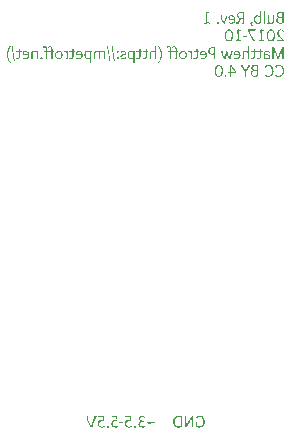
<source format=gbo>
G04                                                      *
G04 Greetings!                                           *
G04 This Gerber was generated by PCBmodE, an open source *
G04 PCB design software. Get it here:                    *
G04                                                      *
G04   http://pcbmode.com                                 *
G04                                                      *
G04 Also visit                                           *
G04                                                      *
G04   http://boldport.com                                *
G04                                                      *
G04 and follow @boldport / @pcbmode for updates!         *
G04                                                      *

G04 leading zeros omitted (L); absolute data (A); 6 integer digits and 6 fractional digits *
%FSLAX66Y66*%

G04 mode (MO): millimeters (MM) *
%MOMM*%

G04 Aperture definitions *
%ADD10C,0.001X*%
%ADD11C,0.001X*%

%LPD*%
G36*
G01X47295764Y-58220215D02*
G01X47295764Y-58220215D01*
G01X47289214Y-58164719D01*
G01X47283969Y-58102582D01*
G01X47279884Y-58036746D01*
G01X47276815Y-57970149D01*
G01X47274615Y-57905731D01*
G01X47273141Y-57846434D01*
G01X47272247Y-57795196D01*
G01X47271787Y-57754957D01*
G01X47271618Y-57728658D01*
G01X47271594Y-57719238D01*
G01X47271594Y-57719238D01*
G01X47271594Y-57719238D01*
G01X47272510Y-57617838D01*
G01X47274909Y-57531163D01*
G01X47278271Y-57459009D01*
G01X47282075Y-57401176D01*
G01X47285798Y-57357459D01*
G01X47288919Y-57327656D01*
G01X47290918Y-57311565D01*
G01X47291369Y-57308350D01*
G01X47291369Y-57308350D01*
G01X47220026Y-57299113D01*
G01X47153013Y-57293859D01*
G01X47099128Y-57291463D01*
G01X47067167Y-57290802D01*
G01X47062121Y-57290772D01*
G01X47052600Y-57290772D01*
G01X47052600Y-57290772D01*
G01X46966268Y-57296452D01*
G01X46894674Y-57310198D01*
G01X46839626Y-57327066D01*
G01X46802933Y-57342113D01*
G01X46786404Y-57350395D01*
G01X46785632Y-57350830D01*
G01X46785632Y-57350830D01*
G01X46731176Y-57399449D01*
G01X46700195Y-57456856D01*
G01X46686068Y-57509295D01*
G01X46682174Y-57543008D01*
G01X46681994Y-57548584D01*
G01X46681994Y-57548584D01*
G01X46695553Y-57627949D01*
G01X46727885Y-57686924D01*
G01X46766475Y-57727090D01*
G01X46798807Y-57750029D01*
G01X46812366Y-57757324D01*
G01X46812366Y-57757324D01*
G01X46812366Y-57757324D01*
G01X46744649Y-57798726D01*
G01X46698383Y-57850486D01*
G01X46669483Y-57905190D01*
G01X46653863Y-57955420D01*
G01X46647436Y-57993762D01*
G01X46646116Y-58012798D01*
G01X46646106Y-58013672D01*
G01X46646106Y-58013672D01*
G01X46656606Y-58095077D01*
G01X46681269Y-58158768D01*
G01X46709838Y-58203888D01*
G01X46732059Y-58229584D01*
G01X46738391Y-58235596D01*
G01X46738391Y-58235596D01*
G01X46800343Y-58275697D01*
G01X46863461Y-58299264D01*
G01X46918060Y-58310691D01*
G01X46954453Y-58314373D01*
G01X46963977Y-58314697D01*
G01X46963977Y-58314697D01*
G01X47054857Y-58308958D01*
G01X47131573Y-58294289D01*
G01X47193903Y-58274519D01*
G01X47241623Y-58253473D01*
G01X47274512Y-58234978D01*
G01X47292347Y-58222861D01*
G01X47295764Y-58220215D01*
G37*
%LPC*%
G36*
G01X47180041Y-58169678D02*
G01X47180041Y-58169678D01*
G01X47122718Y-58199365D01*
G01X47096911Y-58208130D01*
G01X47096911Y-58208130D01*
G01X47027139Y-58221533D01*
G01X46991620Y-58223874D01*
G01X46991076Y-58223877D01*
G01X46991076Y-58223877D01*
G01X46915113Y-58212697D01*
G01X46860080Y-58189876D01*
G01X46831013Y-58171489D01*
G01X46827746Y-58168945D01*
G01X46827746Y-58168945D01*
G01X46784438Y-58112447D01*
G01X46766047Y-58056305D01*
G01X46761894Y-58022232D01*
G01X46761828Y-58019531D01*
G01X46761828Y-58019531D01*
G01X46775979Y-57943239D01*
G01X46805442Y-57890899D01*
G01X46830728Y-57863379D01*
G01X46835803Y-57859131D01*
G01X46835803Y-57859131D01*
G01X46897974Y-57826023D01*
G01X46959046Y-57809623D01*
G01X47003957Y-57804060D01*
G01X47018176Y-57803467D01*
G01X47018176Y-57803467D01*
G01X47103254Y-57805631D01*
G01X47149581Y-57809390D01*
G01X47160266Y-57810791D01*
G01X47160266Y-57810791D01*
G01X47161320Y-57867236D01*
G01X47164049Y-57931751D01*
G01X47167801Y-57998449D01*
G01X47171925Y-58061447D01*
G01X47175770Y-58114861D01*
G01X47178685Y-58152804D01*
G01X47180018Y-58169394D01*
G01X47180041Y-58169678D01*
G37*
G36*
G01X47165393Y-57388184D02*
G01X47165393Y-57388184D01*
G01X47163087Y-57449654D01*
G01X47161385Y-57516671D01*
G01X47160197Y-57583214D01*
G01X47159434Y-57643260D01*
G01X47159007Y-57690788D01*
G01X47158827Y-57719777D01*
G01X47158801Y-57725830D01*
G01X47158801Y-57725830D01*
G01X47091014Y-57728586D01*
G01X47076770Y-57728760D01*
G01X47076770Y-57728760D01*
G01X46975210Y-57719623D01*
G01X46901873Y-57695974D01*
G01X46852164Y-57663457D01*
G01X46821488Y-57627716D01*
G01X46805252Y-57594393D01*
G01X46798860Y-57569132D01*
G01X46797719Y-57557576D01*
G01X46797717Y-57557373D01*
G01X46797717Y-57557373D01*
G01X46813824Y-57489826D01*
G01X46854987Y-57442366D01*
G01X46910467Y-57411448D01*
G01X46969526Y-57393527D01*
G01X47021426Y-57385060D01*
G01X47055430Y-57382499D01*
G01X47062854Y-57382324D01*
G01X47062854Y-57382324D01*
G01X47126307Y-57385166D01*
G01X47165314Y-57388177D01*
G01X47165393Y-57388184D01*
G37*
%LPD*%
G36*
G01X46488635Y-57610108D02*
G01X46488635Y-57610108D01*
G01X46432124Y-57598437D01*
G01X46430041Y-57598389D01*
G01X46430041Y-57598389D01*
G01X46375351Y-57614420D01*
G01X46374011Y-57615601D01*
G01X46374011Y-57615601D01*
G01X46356937Y-57670081D01*
G01X46356799Y-57674561D01*
G01X46356799Y-57674561D01*
G01X46357486Y-57729641D01*
G01X46358996Y-57797974D01*
G01X46360507Y-57856144D01*
G01X46361194Y-57880737D01*
G01X46361194Y-57880737D01*
G01X46361194Y-57880737D01*
G01X46363948Y-57981734D01*
G01X46365214Y-58037473D01*
G01X46365570Y-58060062D01*
G01X46365588Y-58062744D01*
G01X46365588Y-58062744D01*
G01X46352795Y-58138763D01*
G01X46331778Y-58180173D01*
G01X46326037Y-58187622D01*
G01X46326037Y-58187622D01*
G01X46267580Y-58223548D01*
G01X46226070Y-58231126D01*
G01X46223498Y-58231201D01*
G01X46223498Y-58231201D01*
G01X46152192Y-58220081D01*
G01X46090879Y-58194775D01*
G01X46045602Y-58167367D01*
G01X46022403Y-58149942D01*
G01X46020618Y-58148438D01*
G01X46020618Y-58148438D01*
G01X46021489Y-58088000D01*
G01X46021920Y-58021242D01*
G01X46022067Y-57969170D01*
G01X46022082Y-57952149D01*
G01X46022082Y-57952149D01*
G01X46022750Y-57859724D01*
G01X46024455Y-57780109D01*
G01X46026754Y-57714149D01*
G01X46029201Y-57662690D01*
G01X46031352Y-57626576D01*
G01X46032761Y-57606653D01*
G01X46033069Y-57602783D01*
G01X46033069Y-57602783D01*
G01X45981831Y-57598389D01*
G01X45981799Y-57598389D01*
G01X45981799Y-57598389D01*
G01X45922344Y-57627433D01*
G01X45914416Y-57654785D01*
G01X45914416Y-57654785D01*
G01X45915533Y-57703595D01*
G01X45917145Y-57768404D01*
G01X45917346Y-57776367D01*
G01X45917346Y-57776367D01*
G01X45918938Y-57853135D01*
G01X45919814Y-57919321D01*
G01X45920188Y-57968294D01*
G01X45920274Y-57993425D01*
G01X45920276Y-57995361D01*
G01X45920276Y-57995361D01*
G01X45918080Y-58085384D01*
G01X45912615Y-58160048D01*
G01X45905565Y-58218727D01*
G01X45898614Y-58260796D01*
G01X45893447Y-58285628D01*
G01X45891711Y-58292725D01*
G01X45891711Y-58292725D01*
G01X45946305Y-58304423D01*
G01X45947375Y-58304444D01*
G01X45947375Y-58304444D01*
G01X46004132Y-58273781D01*
G01X46016104Y-58232706D01*
G01X46016223Y-58229736D01*
G01X46016223Y-58229736D01*
G01X46081889Y-58271197D01*
G01X46145692Y-58296346D01*
G01X46200319Y-58309260D01*
G01X46238457Y-58314018D01*
G01X46252795Y-58314697D01*
G01X46252795Y-58314697D01*
G01X46254993Y-58314697D01*
G01X46254993Y-58314697D01*
G01X46336953Y-58301972D01*
G01X46394541Y-58269451D01*
G01X46432056Y-58225619D01*
G01X46453801Y-58178959D01*
G01X46464076Y-58137955D01*
G01X46467182Y-58111090D01*
G01X46467395Y-58105225D01*
G01X46467395Y-58105225D01*
G01X46466428Y-58054029D01*
G01X46465238Y-57996176D01*
G01X46465198Y-57994263D01*
G01X46465198Y-57994263D01*
G01X46463691Y-57909464D01*
G01X46463103Y-57856912D01*
G01X46463000Y-57836679D01*
G01X46463000Y-57836426D01*
G01X46463000Y-57836426D01*
G01X46466177Y-57753682D01*
G01X46473522Y-57687145D01*
G01X46481760Y-57639623D01*
G01X46487616Y-57613923D01*
G01X46488635Y-57610108D01*
G37*
G36*
G01X45712268Y-57189697D02*
G01X45712268Y-57189697D01*
G01X45659744Y-57185303D01*
G01X45659534Y-57185303D01*
G01X45659534Y-57185303D01*
G01X45599292Y-57213867D01*
G01X45590686Y-57242432D01*
G01X45590686Y-57242432D01*
G01X45590686Y-57242432D01*
G01X45592203Y-57299335D01*
G01X45592883Y-57322632D01*
G01X45592883Y-57322632D01*
G01X45594743Y-57387354D01*
G01X45596584Y-57453576D01*
G01X45597945Y-57503340D01*
G01X45598376Y-57519287D01*
G01X45598376Y-57519287D01*
G01X45600047Y-57595129D01*
G01X45601029Y-57664062D01*
G01X45601505Y-57719371D01*
G01X45601659Y-57754341D01*
G01X45601672Y-57763184D01*
G01X45601672Y-57996826D01*
G01X45601672Y-57996826D01*
G01X45599476Y-58089567D01*
G01X45594011Y-58164699D01*
G01X45586962Y-58222397D01*
G01X45580011Y-58262833D01*
G01X45574843Y-58286179D01*
G01X45573108Y-58292725D01*
G01X45573108Y-58292725D01*
G01X45628088Y-58304418D01*
G01X45629504Y-58304444D01*
G01X45629504Y-58304444D01*
G01X45685555Y-58288196D01*
G01X45687366Y-58286499D01*
G01X45687366Y-58286499D01*
G01X45703350Y-58231292D01*
G01X45703479Y-58226807D01*
G01X45703479Y-58226807D01*
G01X45703216Y-58178996D01*
G01X45702659Y-58109190D01*
G01X45702153Y-58051294D01*
G01X45702014Y-58036011D01*
G01X45702014Y-58036011D01*
G01X45701271Y-57946251D01*
G01X45700835Y-57877651D01*
G01X45700623Y-57830150D01*
G01X45700555Y-57803687D01*
G01X45700549Y-57797608D01*
G01X45700549Y-57623291D01*
G01X45700549Y-57623291D01*
G01X45701015Y-57507436D01*
G01X45702250Y-57413235D01*
G01X45704012Y-57338677D01*
G01X45706057Y-57281750D01*
G01X45708143Y-57240440D01*
G01X45710026Y-57212735D01*
G01X45711464Y-57196624D01*
G01X45712213Y-57190093D01*
G01X45712268Y-57189697D01*
G37*
G36*
G01X45392932Y-57189697D02*
G01X45392932Y-57189697D01*
G01X45339394Y-57185305D01*
G01X45338733Y-57185303D01*
G01X45338733Y-57185303D01*
G01X45279277Y-57214724D01*
G01X45271350Y-57242432D01*
G01X45271350Y-57242432D01*
G01X45271596Y-57284093D01*
G01X45272126Y-57354540D01*
G01X45272633Y-57418244D01*
G01X45272815Y-57440552D01*
G01X45272815Y-57440552D01*
G01X45273611Y-57543972D01*
G01X45274049Y-57612089D01*
G01X45274236Y-57650867D01*
G01X45274279Y-57666267D01*
G01X45274280Y-57667236D01*
G01X45274280Y-57667236D01*
G01X45204667Y-57626764D01*
G01X45139247Y-57602979D01*
G01X45085510Y-57591446D01*
G01X45050944Y-57587730D01*
G01X45042102Y-57587403D01*
G01X45042102Y-57587403D01*
G01X44965779Y-57599735D01*
G01X44907139Y-57627336D01*
G01X44868552Y-57656111D01*
G01X44852386Y-57671967D01*
G01X44852038Y-57672363D01*
G01X44852038Y-57672363D01*
G01X44817892Y-57728036D01*
G01X44796531Y-57791327D01*
G01X44784957Y-57851928D01*
G01X44780170Y-57899529D01*
G01X44779172Y-57923822D01*
G01X44779162Y-57925049D01*
G01X44779162Y-57925049D01*
G01X44786116Y-58008598D01*
G01X44803185Y-58079865D01*
G01X44824679Y-58136748D01*
G01X44844909Y-58177146D01*
G01X44858185Y-58198958D01*
G01X44860461Y-58202271D01*
G01X44860461Y-58202271D01*
G01X44913033Y-58254949D01*
G01X44971898Y-58287903D01*
G01X45027802Y-58305759D01*
G01X45071493Y-58313143D01*
G01X45093716Y-58314683D01*
G01X45094836Y-58314697D01*
G01X45094836Y-58314697D01*
G01X45174637Y-58306871D01*
G01X45244468Y-58287394D01*
G01X45302103Y-58262267D01*
G01X45345320Y-58237494D01*
G01X45371895Y-58219076D01*
G01X45379748Y-58212891D01*
G01X45379748Y-58212891D01*
G01X45375522Y-58160269D01*
G01X45372542Y-58095020D01*
G01X45370592Y-58026343D01*
G01X45369457Y-57963434D01*
G01X45368920Y-57915492D01*
G01X45368766Y-57891716D01*
G01X45368762Y-57890625D01*
G01X45368762Y-57890625D01*
G01X45369118Y-57833284D01*
G01X45370051Y-57768549D01*
G01X45371359Y-57701393D01*
G01X45372838Y-57636788D01*
G01X45374286Y-57579707D01*
G01X45375500Y-57535121D01*
G01X45376277Y-57508003D01*
G01X45376452Y-57502075D01*
G01X45376452Y-57502075D01*
G01X45380188Y-57394194D01*
G01X45383849Y-57313279D01*
G01X45387193Y-57255865D01*
G01X45389976Y-57218487D01*
G01X45391956Y-57197681D01*
G01X45392890Y-57189981D01*
G01X45392932Y-57189697D01*
G37*
%LPC*%
G36*
G01X45275744Y-58152832D02*
G01X45275744Y-58152832D01*
G01X45210609Y-58196495D01*
G01X45149666Y-58219897D01*
G01X45103182Y-58229357D01*
G01X45081422Y-58231193D01*
G01X45080920Y-58231201D01*
G01X45080920Y-58231201D01*
G01X45009632Y-58214668D01*
G01X44961750Y-58180247D01*
G01X44937084Y-58150705D01*
G01X44933337Y-58144776D01*
G01X44933337Y-58144776D01*
G01X44906012Y-58079066D01*
G01X44891480Y-58014733D01*
G01X44885700Y-57964292D01*
G01X44884634Y-57940257D01*
G01X44884631Y-57939697D01*
G01X44884631Y-57939697D01*
G01X44892445Y-57854416D01*
G01X44909934Y-57792554D01*
G01X44928166Y-57753990D01*
G01X44938213Y-57738601D01*
G01X44938464Y-57738281D01*
G01X44938464Y-57738281D01*
G01X44996823Y-57691677D01*
G01X45049676Y-57674251D01*
G01X45073572Y-57671631D01*
G01X45073596Y-57671631D01*
G01X45075793Y-57671631D01*
G01X45075793Y-57671631D01*
G01X45148557Y-57683113D01*
G01X45209749Y-57708810D01*
G01X45253110Y-57735601D01*
G01X45272384Y-57750363D01*
G01X45272815Y-57750733D01*
G01X45272815Y-57750733D01*
G01X45272427Y-57808358D01*
G01X45272082Y-57847046D01*
G01X45272082Y-57847046D01*
G01X45271508Y-57925216D01*
G01X45271356Y-57967737D01*
G01X45271350Y-57973389D01*
G01X45271350Y-57973389D01*
G01X45272191Y-58060021D01*
G01X45273941Y-58118251D01*
G01X45275443Y-58148270D01*
G01X45275744Y-58152832D01*
G37*
%LPD*%
G36*
G01X44681018Y-58469238D02*
G01X44681018Y-58469238D01*
G01X44679553Y-58451660D01*
G01X44671496Y-58451660D01*
G01X44671496Y-58451660D01*
G01X44608922Y-58430286D01*
G01X44592029Y-58415405D01*
G01X44592029Y-58415405D01*
G01X44563552Y-58355035D01*
G01X44560901Y-58333008D01*
G01X44560901Y-58333008D01*
G01X44587741Y-58269172D01*
G01X44627878Y-58246128D01*
G01X44634143Y-58244385D01*
G01X44634143Y-58244385D01*
G01X44649521Y-58195379D01*
G01X44649524Y-58195313D01*
G01X44649524Y-58195313D01*
G01X44625860Y-58143690D01*
G01X44623889Y-58141846D01*
G01X44623889Y-58141846D01*
G01X44567929Y-58120177D01*
G01X44562366Y-58119873D01*
G01X44562366Y-58119873D01*
G01X44505221Y-58144598D01*
G01X44495715Y-58154297D01*
G01X44495715Y-58154297D01*
G01X44472514Y-58213828D01*
G01X44467911Y-58259166D01*
G01X44467883Y-58261231D01*
G01X44467883Y-58261231D01*
G01X44477761Y-58335650D01*
G01X44498326Y-58394516D01*
G01X44515976Y-58429342D01*
G01X44519519Y-58435181D01*
G01X44519519Y-58435181D01*
G01X44575167Y-58491802D01*
G01X44622783Y-58512045D01*
G01X44641467Y-58514649D01*
G01X44641467Y-58514649D01*
G01X44680297Y-58476334D01*
G01X44681018Y-58469238D01*
G37*
G36*
G01X43937610Y-57308350D02*
G01X43937610Y-57308350D01*
G01X43861989Y-57298488D01*
G01X43795107Y-57293243D01*
G01X43745954Y-57291158D01*
G01X43723520Y-57290773D01*
G01X43723010Y-57290772D01*
G01X43714221Y-57290772D01*
G01X43714221Y-57290772D01*
G01X43615132Y-57297581D01*
G01X43533826Y-57316270D01*
G01X43468545Y-57344230D01*
G01X43417529Y-57378855D01*
G01X43379021Y-57417537D01*
G01X43351260Y-57457667D01*
G01X43332489Y-57496638D01*
G01X43320948Y-57531843D01*
G01X43314879Y-57560673D01*
G01X43312524Y-57580521D01*
G01X43312122Y-57588779D01*
G01X43312121Y-57588867D01*
G01X43312121Y-57588867D01*
G01X43321902Y-57668903D01*
G01X43343792Y-57730243D01*
G01X43366614Y-57770517D01*
G01X43379189Y-57787358D01*
G01X43379504Y-57787720D01*
G01X43379504Y-57787720D01*
G01X43435855Y-57834864D01*
G01X43494128Y-57864670D01*
G01X43539767Y-57880263D01*
G01X43558215Y-57884766D01*
G01X43558215Y-57884766D01*
G01X43558215Y-57884766D01*
G01X43534551Y-57935918D01*
G01X43532580Y-57940064D01*
G01X43532580Y-57940064D01*
G01X43501416Y-58003562D01*
G01X43497058Y-58011841D01*
G01X43497058Y-58011841D01*
G01X43469463Y-58064286D01*
G01X43466296Y-58070435D01*
G01X43466296Y-58070435D01*
G01X43434165Y-58128081D01*
G01X43429675Y-58135254D01*
G01X43429675Y-58135254D01*
G01X43399280Y-58174072D01*
G01X43399280Y-58174072D01*
G01X43340244Y-58210852D01*
G01X43303933Y-58217276D01*
G01X43303332Y-58217285D01*
G01X43303332Y-58217285D01*
G01X43262317Y-58212891D01*
G01X43262317Y-58212891D01*
G01X43249133Y-58258301D01*
G01X43249133Y-58258301D01*
G01X43284432Y-58301257D01*
G01X43342423Y-58313918D01*
G01X43358264Y-58314697D01*
G01X43361194Y-58314697D01*
G01X43361194Y-58314697D01*
G01X43416491Y-58302315D01*
G01X43418323Y-58301514D01*
G01X43418323Y-58301514D01*
G01X43467613Y-58263768D01*
G01X43475451Y-58255371D01*
G01X43475451Y-58255371D01*
G01X43517633Y-58204948D01*
G01X43524158Y-58196778D01*
G01X43524158Y-58196778D01*
G01X43558741Y-58143293D01*
G01X43573596Y-58116944D01*
G01X43573596Y-58116944D01*
G01X43608203Y-58052479D01*
G01X43614978Y-58039673D01*
G01X43614978Y-58039673D01*
G01X43641374Y-57985071D01*
G01X43655627Y-57954346D01*
G01X43655627Y-57954346D01*
G01X43685955Y-57888803D01*
G01X43688586Y-57883301D01*
G01X43688586Y-57883301D01*
G01X43730243Y-57851610D01*
G01X43730334Y-57850342D01*
G01X43730334Y-57850342D01*
G01X43723010Y-57809326D01*
G01X43723010Y-57809326D01*
G01X43659529Y-57817055D01*
G01X43652698Y-57817383D01*
G01X43652698Y-57817383D01*
G01X43574433Y-57804569D01*
G01X43521758Y-57778940D01*
G01X43496927Y-57759718D01*
G01X43495227Y-57758057D01*
G01X43495227Y-57758057D01*
G01X43458545Y-57699095D01*
G01X43442331Y-57639657D01*
G01X43438223Y-57601070D01*
G01X43438098Y-57596192D01*
G01X43438098Y-57596192D01*
G01X43450147Y-57511941D01*
G01X43475234Y-57458670D01*
G01X43496765Y-57432907D01*
G01X43501086Y-57429199D01*
G01X43501086Y-57429199D01*
G01X43557872Y-57402100D01*
G01X43621387Y-57388184D01*
G01X43673091Y-57383057D01*
G01X43694446Y-57382324D01*
G01X43694446Y-57382324D01*
G01X43694446Y-57382324D01*
G01X43761075Y-57384643D01*
G01X43807830Y-57387871D01*
G01X43811633Y-57388184D01*
G01X43811633Y-57388184D01*
G01X43809124Y-57442341D01*
G01X43807458Y-57509017D01*
G01X43806463Y-57577869D01*
G01X43805966Y-57638557D01*
G01X43805794Y-57680738D01*
G01X43805774Y-57694336D01*
G01X43805774Y-57995361D01*
G01X43805774Y-57995361D01*
G01X43803578Y-58089244D01*
G01X43798113Y-58164929D01*
G01X43791063Y-58222763D01*
G01X43784112Y-58263091D01*
G01X43778945Y-58286258D01*
G01X43777209Y-58292725D01*
G01X43777209Y-58292725D01*
G01X43837456Y-58304127D01*
G01X43847522Y-58304444D01*
G01X43847522Y-58304444D01*
G01X43903842Y-58287053D01*
G01X43905749Y-58285034D01*
G01X43905749Y-58285034D01*
G01X43920468Y-58227538D01*
G01X43920764Y-58218750D01*
G01X43920764Y-58218750D01*
G01X43920184Y-58161816D01*
G01X43919377Y-58105548D01*
G01X43919299Y-58100464D01*
G01X43919299Y-58100464D01*
G01X43918237Y-58017337D01*
G01X43917874Y-57967545D01*
G01X43917834Y-57953613D01*
G01X43917834Y-57653320D01*
G01X43917834Y-57653320D01*
G01X43919036Y-57564973D01*
G01X43922106Y-57487398D01*
G01X43926244Y-57421976D01*
G01X43930649Y-57370084D01*
G01X43934520Y-57333103D01*
G01X43937056Y-57312413D01*
G01X43937610Y-57308350D01*
G37*
G36*
G01X43174426Y-57955078D02*
G01X43174426Y-57955078D01*
G01X43166741Y-57871860D01*
G01X43147613Y-57803254D01*
G01X43122939Y-57749650D01*
G01X43098611Y-57711435D01*
G01X43080524Y-57689000D01*
G01X43074451Y-57682617D01*
G01X43074451Y-57682617D01*
G01X43011647Y-57636153D01*
G01X42948632Y-57607969D01*
G01X42893545Y-57593496D01*
G01X42854525Y-57588164D01*
G01X42839709Y-57587403D01*
G01X42839709Y-57587403D01*
G01X42839709Y-57587403D01*
G01X42761596Y-57598751D01*
G01X42705464Y-57622379D01*
G01X42674689Y-57642658D01*
G01X42669787Y-57646729D01*
G01X42669787Y-57646729D01*
G01X42625098Y-57706694D01*
G01X42607643Y-57759531D01*
G01X42604606Y-57785512D01*
G01X42604602Y-57785889D01*
G01X42604602Y-57785889D01*
G01X42615039Y-57856568D01*
G01X42625476Y-57883301D01*
G01X42625476Y-57883301D01*
G01X42625476Y-57883301D01*
G01X42667427Y-57934613D01*
G01X42680041Y-57944458D01*
G01X42680041Y-57944458D01*
G01X42740168Y-57969695D01*
G01X42777378Y-57978868D01*
G01X42777453Y-57978882D01*
G01X42777453Y-57978882D01*
G01X42849067Y-57989388D01*
G01X42895789Y-57993495D01*
G01X42902698Y-57993897D01*
G01X42902698Y-57993897D01*
G01X42966960Y-57995864D01*
G01X43028731Y-57996666D01*
G01X43063136Y-57996825D01*
G01X43064563Y-57996826D01*
G01X43064563Y-57996826D01*
G01X43047060Y-58076426D01*
G01X43022536Y-58132673D01*
G01X43003435Y-58163059D01*
G01X42999743Y-58167847D01*
G01X42999743Y-58167847D01*
G01X42942477Y-58210389D01*
G01X42885635Y-58227725D01*
G01X42853503Y-58231180D01*
G01X42852160Y-58231201D01*
G01X42852160Y-58231201D01*
G01X42773575Y-58217147D01*
G01X42723098Y-58187325D01*
G01X42697443Y-58160245D01*
G01X42692492Y-58152832D01*
G01X42692492Y-58152832D01*
G01X42638328Y-58197111D01*
G01X42633166Y-58215820D01*
G01X42633166Y-58215820D01*
G01X42665182Y-58266953D01*
G01X42700963Y-58287468D01*
G01X42701282Y-58287598D01*
G01X42701282Y-58287598D01*
G01X42770374Y-58306547D01*
G01X42828359Y-58313632D01*
G01X42853600Y-58314697D01*
G01X42853625Y-58314697D01*
G01X42853625Y-58314697D01*
G01X42931939Y-58305443D01*
G01X42996032Y-58283373D01*
G01X43044075Y-58257032D01*
G01X43074242Y-58234963D01*
G01X43084704Y-58225708D01*
G01X43084704Y-58225708D01*
G01X43084704Y-58225708D01*
G01X43124956Y-58170248D01*
G01X43150906Y-58106374D01*
G01X43165693Y-58043685D01*
G01X43172457Y-57991779D01*
G01X43174336Y-57960253D01*
G01X43174426Y-57955078D01*
G37*
%LPC*%
G36*
G01X43066028Y-57922119D02*
G01X43066028Y-57922119D01*
G01X42990926Y-57921453D01*
G01X42958809Y-57920670D01*
G01X42958362Y-57920654D01*
G01X42958362Y-57920654D01*
G01X42892211Y-57915151D01*
G01X42863879Y-57911499D01*
G01X42863879Y-57911499D01*
G01X42795755Y-57895754D01*
G01X42781116Y-57890259D01*
G01X42781116Y-57890259D01*
G01X42732748Y-57855001D01*
G01X42729480Y-57851441D01*
G01X42729480Y-57851441D01*
G01X42708211Y-57795050D01*
G01X42707873Y-57788819D01*
G01X42707873Y-57788819D01*
G01X42729426Y-57726339D01*
G01X42747424Y-57705322D01*
G01X42747424Y-57705322D01*
G01X42808954Y-57675109D01*
G01X42845292Y-57670168D01*
G01X42845569Y-57670166D01*
G01X42845569Y-57670166D01*
G01X42918520Y-57683455D01*
G01X42971182Y-57710033D01*
G01X42997503Y-57729967D01*
G01X42999377Y-57731690D01*
G01X42999377Y-57731690D01*
G01X43036674Y-57787399D01*
G01X43056598Y-57849976D01*
G01X43064574Y-57901016D01*
G01X43066028Y-57922119D01*
G01X43066028Y-57922119D01*
G37*
%LPD*%
G36*
G01X42541614Y-57635742D02*
G01X42541614Y-57635742D01*
G01X42480623Y-57599380D01*
G01X42459582Y-57595459D01*
G01X42458850Y-57594727D01*
G01X42458850Y-57594727D01*
G01X42409649Y-57628899D01*
G01X42399524Y-57647461D01*
G01X42399524Y-57647461D01*
G01X42378948Y-57697719D01*
G01X42355635Y-57758989D01*
G01X42333354Y-57819759D01*
G01X42315872Y-57868512D01*
G01X42306956Y-57893736D01*
G01X42306506Y-57895020D01*
G01X42306506Y-57895020D01*
G01X42277853Y-57979638D01*
G01X42254617Y-58052872D01*
G01X42236756Y-58112735D01*
G01X42224226Y-58157241D01*
G01X42216985Y-58184404D01*
G01X42214953Y-58192383D01*
G01X42214953Y-58192383D01*
G01X42182027Y-58141813D01*
G01X42151162Y-58082510D01*
G01X42124563Y-58023750D01*
G01X42104434Y-57974812D01*
G01X42092979Y-57944973D01*
G01X42091174Y-57940064D01*
G01X42091174Y-57940064D01*
G01X42064515Y-57856519D01*
G01X42046817Y-57783381D01*
G01X42036243Y-57722993D01*
G01X42030958Y-57677698D01*
G01X42029128Y-57649837D01*
G01X42028918Y-57641602D01*
G01X42028918Y-57641602D01*
G01X42033313Y-57594727D01*
G01X42033313Y-57594727D01*
G01X41984973Y-57587403D01*
G01X41984973Y-57587403D01*
G01X41934177Y-57621926D01*
G01X41930041Y-57644531D01*
G01X41930041Y-57644531D01*
G01X41935117Y-57699941D01*
G01X41947918Y-57763444D01*
G01X41964811Y-57827553D01*
G01X41982157Y-57884778D01*
G01X41996323Y-57927633D01*
G01X42003670Y-57948629D01*
G01X42004016Y-57949585D01*
G01X42004016Y-57949585D01*
G01X42037322Y-58033664D01*
G01X42069545Y-58103210D01*
G01X42099010Y-58158573D01*
G01X42124039Y-58200100D01*
G01X42142959Y-58228140D01*
G01X42154091Y-58243042D01*
G01X42156360Y-58245850D01*
G01X42156360Y-58245850D01*
G01X42200854Y-58289932D01*
G01X42204333Y-58292359D01*
G01X42204333Y-58292359D01*
G01X42253736Y-58304443D01*
G01X42253772Y-58304444D01*
G01X42253772Y-58304444D01*
G01X42292590Y-58300049D01*
G01X42292590Y-58300049D01*
G01X42308026Y-58230931D01*
G01X42326387Y-58160711D01*
G01X42346034Y-58092856D01*
G01X42365324Y-58030832D01*
G01X42382616Y-57978105D01*
G01X42396269Y-57938141D01*
G01X42404641Y-57914405D01*
G01X42406482Y-57909302D01*
G01X42406482Y-57909302D01*
G01X42444790Y-57811717D01*
G01X42478032Y-57739122D01*
G01X42505267Y-57688375D01*
G01X42525558Y-57656334D01*
G01X42537964Y-57639859D01*
G01X42541614Y-57635742D01*
G37*
G36*
G01X41804065Y-58220581D02*
G01X41804065Y-58220581D01*
G01X41783871Y-58160653D01*
G01X41776965Y-58152100D01*
G01X41776965Y-58152100D01*
G01X41721025Y-58125019D01*
G01X41712146Y-58124268D01*
G01X41712146Y-58124268D01*
G01X41654637Y-58146435D01*
G01X41648425Y-58152100D01*
G01X41648425Y-58152100D01*
G01X41623359Y-58209223D01*
G01X41622424Y-58220581D01*
G01X41622424Y-58220581D01*
G01X41642142Y-58280172D01*
G01X41648425Y-58287964D01*
G01X41648425Y-58287964D01*
G01X41703835Y-58314045D01*
G01X41712146Y-58314697D01*
G01X41712146Y-58314697D01*
G01X41770093Y-58293738D01*
G01X41776965Y-58287964D01*
G01X41776965Y-58287964D01*
G01X41803177Y-58231281D01*
G01X41804065Y-58220581D01*
G37*
G36*
G01X41013049Y-57379395D02*
G01X41013049Y-57379395D01*
G01X40981518Y-57323807D01*
G01X40955188Y-57314209D01*
G01X40955188Y-57314209D01*
G01X40854628Y-57299956D01*
G01X40796223Y-57293100D01*
G01X40769545Y-57290938D01*
G01X40764026Y-57290772D01*
G01X40764026Y-57290772D01*
G01X40721179Y-57304321D01*
G01X40721179Y-57304321D01*
G01X40702502Y-57347901D01*
G01X40702502Y-57347901D01*
G01X40704542Y-57405220D01*
G01X40705798Y-57434693D01*
G01X40705798Y-57434693D01*
G01X40708337Y-57500592D01*
G01X40710414Y-57564993D01*
G01X40711724Y-57610381D01*
G01X40712024Y-57621460D01*
G01X40712024Y-57621460D01*
G01X40713667Y-57698688D01*
G01X40714542Y-57764612D01*
G01X40714889Y-57811849D01*
G01X40714953Y-57833020D01*
G01X40714953Y-57833496D01*
G01X40714953Y-57926514D01*
G01X40714953Y-57926514D01*
G01X40714076Y-58022782D01*
G01X40711924Y-58099698D01*
G01X40709213Y-58157415D01*
G01X40706661Y-58196087D01*
G01X40704987Y-58215867D01*
G01X40704700Y-58218750D01*
G01X40704700Y-58218750D01*
G01X40619050Y-58217257D01*
G01X40566896Y-58214462D01*
G01X40548710Y-58212893D01*
G01X40548694Y-58212891D01*
G01X40548694Y-58212891D01*
G01X40542102Y-58245850D01*
G01X40542102Y-58245850D01*
G01X40575779Y-58297773D01*
G01X40600696Y-58302979D01*
G01X40600696Y-58302979D01*
G01X40657163Y-58302137D01*
G01X40692981Y-58301514D01*
G01X40692981Y-58301514D01*
G01X40769107Y-58300470D01*
G01X40822312Y-58300097D01*
G01X40840930Y-58300049D01*
G01X40840930Y-58300049D01*
G01X40930413Y-58300403D01*
G01X40982365Y-58301081D01*
G01X41001108Y-58301507D01*
G01X41001330Y-58301514D01*
G01X41001330Y-58301514D01*
G01X41008655Y-58265625D01*
G01X41008655Y-58265625D01*
G01X40970616Y-58222429D01*
G01X40923800Y-58214382D01*
G01X40922229Y-58214356D01*
G01X40819690Y-58214356D01*
G01X40819690Y-58214356D01*
G01X40819410Y-58167660D01*
G01X40818826Y-58099487D01*
G01X40818325Y-58045722D01*
G01X40818225Y-58035278D01*
G01X40818225Y-58035278D01*
G01X40817539Y-57953809D01*
G01X40817109Y-57883206D01*
G01X40816877Y-57826800D01*
G01X40816780Y-57787921D01*
G01X40816760Y-57769901D01*
G01X40816760Y-57769043D01*
G01X40816760Y-57769043D01*
G01X40816994Y-57683143D01*
G01X40817601Y-57604574D01*
G01X40818435Y-57535324D01*
G01X40819351Y-57477383D01*
G01X40820205Y-57432741D01*
G01X40820853Y-57403387D01*
G01X40821149Y-57391312D01*
G01X40821155Y-57391113D01*
G01X40821155Y-57391113D01*
G01X40924649Y-57402194D01*
G01X40981617Y-57408780D01*
G01X41005120Y-57411822D01*
G01X41008655Y-57412354D01*
G01X41008655Y-57412354D01*
G01X41013049Y-57379395D01*
G37*
G36*
G01X47337512Y-59729737D02*
G01X47337512Y-59729737D01*
G01X47336047Y-59709961D01*
G01X47336047Y-59709961D01*
G01X47258461Y-59637543D01*
G01X47190678Y-59573181D01*
G01X47132181Y-59516618D01*
G01X47082449Y-59467597D01*
G01X47040964Y-59425863D01*
G01X47007207Y-59391159D01*
G01X46980658Y-59363229D01*
G01X46960800Y-59341816D01*
G01X46947112Y-59326665D01*
G01X46939076Y-59317518D01*
G01X46936173Y-59314121D01*
G01X46936145Y-59314087D01*
G01X46936145Y-59314087D01*
G01X46888617Y-59244758D01*
G01X46860687Y-59182294D01*
G01X46847144Y-59132494D01*
G01X46842779Y-59101159D01*
G01X46842395Y-59093262D01*
G01X46842395Y-59093262D01*
G01X46854102Y-59016843D01*
G01X46877516Y-58964827D01*
G01X46895077Y-58940062D01*
G01X46896594Y-58938355D01*
G01X46896594Y-58938355D01*
G01X46956033Y-58897389D01*
G01X47007892Y-58882744D01*
G01X47028430Y-58880860D01*
G01X47028430Y-58880860D01*
G01X47096780Y-58892231D01*
G01X47144393Y-58910913D01*
G01X47154407Y-58916016D01*
G01X47154407Y-58916016D01*
G01X47213655Y-58960057D01*
G01X47248598Y-58998106D01*
G01X47256213Y-59008301D01*
G01X47256213Y-59008301D01*
G01X47309953Y-58973275D01*
G01X47313342Y-58958496D01*
G01X47313342Y-58958496D01*
G01X47289452Y-58903621D01*
G01X47244735Y-58862274D01*
G01X47219620Y-58845353D01*
G01X47219592Y-58845337D01*
G01X47219592Y-58845337D01*
G01X47151156Y-58814725D01*
G01X47087731Y-58798444D01*
G01X47039646Y-58791969D01*
G01X47017227Y-58790775D01*
G01X47016711Y-58790772D01*
G01X47016711Y-58790772D01*
G01X46941657Y-58800416D01*
G01X46880744Y-58822363D01*
G01X46837769Y-58846132D01*
G01X46816527Y-58861244D01*
G01X46814929Y-58862549D01*
G01X46814929Y-58862549D01*
G01X46768955Y-58919075D01*
G01X46743655Y-58980404D01*
G01X46732854Y-59032741D01*
G01X46730378Y-59062291D01*
G01X46730334Y-59064697D01*
G01X46730334Y-59064697D01*
G01X46737041Y-59139689D01*
G01X46748996Y-59192205D01*
G01X46754138Y-59208618D01*
G01X46754138Y-59208618D01*
G01X46783541Y-59269016D01*
G01X46817709Y-59321206D01*
G01X46839854Y-59350655D01*
G01X46841662Y-59352905D01*
G01X46841662Y-59352905D01*
G01X46889159Y-59407670D01*
G01X46934463Y-59455570D01*
G01X46969435Y-59490500D01*
G01X46985934Y-59506355D01*
G01X46986316Y-59506714D01*
G01X46986316Y-59506714D01*
G01X47032289Y-59548634D01*
G01X47083463Y-59593726D01*
G01X47133543Y-59636970D01*
G01X47176236Y-59673347D01*
G01X47205249Y-59697836D01*
G01X47214465Y-59705567D01*
G01X47214465Y-59705567D01*
G01X47149355Y-59707798D01*
G01X47095032Y-59708456D01*
G01X47082629Y-59708496D01*
G01X47082629Y-59708496D01*
G01X46989996Y-59707589D01*
G01X46921394Y-59705490D01*
G01X46876073Y-59703136D01*
G01X46853285Y-59701463D01*
G01X46850085Y-59701172D01*
G01X46850085Y-59701172D01*
G01X46777996Y-59688686D01*
G01X46723347Y-59673537D01*
G01X46703235Y-59666748D01*
G01X46703235Y-59666748D01*
G01X46682368Y-59726002D01*
G01X46681994Y-59731201D01*
G01X46681994Y-59731201D01*
G01X46713511Y-59779095D01*
G01X46719348Y-59781738D01*
G01X46719348Y-59781738D01*
G01X46769477Y-59792506D01*
G01X46836214Y-59798834D01*
G01X46902060Y-59801903D01*
G01X46949515Y-59802892D01*
G01X46962512Y-59802979D01*
G01X46962512Y-59802979D01*
G01X47062474Y-59802753D01*
G01X47141271Y-59802193D01*
G01X47200090Y-59801470D01*
G01X47240119Y-59800757D01*
G01X47262546Y-59800227D01*
G01X47268664Y-59800049D01*
G01X47268664Y-59800049D01*
G01X47326671Y-59769103D01*
G01X47337477Y-59731015D01*
G01X47337512Y-59729737D01*
G37*
G36*
G01X46552356Y-59303467D02*
G01X46552356Y-59303467D01*
G01X46547896Y-59216518D01*
G01X46536209Y-59139988D01*
G01X46519834Y-59074417D01*
G01X46501311Y-59020345D01*
G01X46483179Y-58978313D01*
G01X46467976Y-58948862D01*
G01X46458242Y-58932533D01*
G01X46456042Y-58929199D01*
G01X46456042Y-58929199D01*
G01X46402244Y-58869923D01*
G01X46343615Y-58830569D01*
G01X46286945Y-58807058D01*
G01X46239026Y-58795308D01*
G01X46206646Y-58791239D01*
G01X46196399Y-58790772D01*
G01X46196399Y-58790772D01*
G01X46119027Y-58801441D01*
G01X46054097Y-58827995D01*
G01X46002494Y-58862250D01*
G01X45965105Y-58896024D01*
G01X45942814Y-58921134D01*
G01X45936389Y-58929566D01*
G01X45936389Y-58929566D01*
G01X45903373Y-58987850D01*
G01X45878886Y-59051532D01*
G01X45861654Y-59116243D01*
G01X45850401Y-59177613D01*
G01X45843854Y-59231275D01*
G01X45840739Y-59272858D01*
G01X45839780Y-59297995D01*
G01X45839709Y-59303467D01*
G01X45839709Y-59303467D01*
G01X45844186Y-59389216D01*
G01X45855917Y-59464952D01*
G01X45872354Y-59530058D01*
G01X45890948Y-59583914D01*
G01X45909149Y-59625905D01*
G01X45924410Y-59655411D01*
G01X45934181Y-59671815D01*
G01X45936389Y-59675171D01*
G01X45936389Y-59675171D01*
G01X45990344Y-59734918D01*
G01X46049077Y-59774584D01*
G01X46105809Y-59798282D01*
G01X46153760Y-59810125D01*
G01X46186150Y-59814227D01*
G01X46196399Y-59814697D01*
G01X46196399Y-59814697D01*
G01X46273743Y-59804056D01*
G01X46338603Y-59777572D01*
G01X46390114Y-59743407D01*
G01X46427415Y-59709723D01*
G01X46449640Y-59684679D01*
G01X46456042Y-59676270D01*
G01X46456042Y-59676270D01*
G01X46488933Y-59618144D01*
G01X46513327Y-59554644D01*
G01X46530494Y-59490123D01*
G01X46541704Y-59428936D01*
G01X46548226Y-59375437D01*
G01X46551330Y-59333981D01*
G01X46552286Y-59308922D01*
G01X46552356Y-59303467D01*
G37*
%LPC*%
G36*
G01X46439563Y-59257324D02*
G01X46439563Y-59257324D01*
G01X46436118Y-59334888D01*
G01X46428280Y-59401512D01*
G01X46419791Y-59450672D01*
G01X46414394Y-59475846D01*
G01X46413928Y-59477783D01*
G01X46413928Y-59477783D01*
G01X46389288Y-59551424D01*
G01X46361433Y-59608257D01*
G01X46339478Y-59643802D01*
G01X46332263Y-59653931D01*
G01X46332263Y-59653931D01*
G01X46274911Y-59703892D01*
G01X46223635Y-59723407D01*
G01X46198233Y-59726802D01*
G01X46197864Y-59726807D01*
G01X46197864Y-59726807D01*
G01X46129201Y-59711454D01*
G01X46075965Y-59676519D01*
G01X46039867Y-59638682D01*
G01X46022618Y-59614626D01*
G01X46021350Y-59612549D01*
G01X46021350Y-59612549D01*
G01X45991448Y-59546818D01*
G01X45972172Y-59478250D01*
G01X45961187Y-59414688D01*
G01X45956163Y-59363975D01*
G01X45954766Y-59333953D01*
G01X45954700Y-59329102D01*
G01X45954700Y-59329102D01*
G01X45958420Y-59254187D01*
G01X45966748Y-59189584D01*
G01X45975430Y-59142949D01*
G01X45980215Y-59121934D01*
G01X45980334Y-59121460D01*
G01X45980334Y-59121460D01*
G01X46006111Y-59047636D01*
G01X46035049Y-58991440D01*
G01X46056856Y-58957845D01*
G01X46062366Y-58950440D01*
G01X46062366Y-58950440D01*
G01X46119791Y-58901733D01*
G01X46170827Y-58882709D01*
G01X46196032Y-58879399D01*
G01X46196399Y-58879395D01*
G01X46196399Y-58879395D01*
G01X46265205Y-58895288D01*
G01X46318940Y-58930860D01*
G01X46354809Y-58967945D01*
G01X46370019Y-58988380D01*
G01X46370349Y-58988892D01*
G01X46370349Y-58988892D01*
G01X46401401Y-59051610D01*
G01X46421419Y-59116648D01*
G01X46432826Y-59176714D01*
G01X46438043Y-59224517D01*
G01X46439494Y-59252765D01*
G01X46439563Y-59257324D01*
G37*
%LPD*%
G36*
G01X45620715Y-58879395D02*
G01X45620715Y-58879395D01*
G01X45589184Y-58823807D01*
G01X45562854Y-58814209D01*
G01X45562854Y-58814209D01*
G01X45462294Y-58799956D01*
G01X45403889Y-58793100D01*
G01X45377211Y-58790938D01*
G01X45371692Y-58790772D01*
G01X45371692Y-58790772D01*
G01X45328845Y-58804321D01*
G01X45328845Y-58804321D01*
G01X45310168Y-58847901D01*
G01X45310168Y-58847901D01*
G01X45312208Y-58905220D01*
G01X45313464Y-58934693D01*
G01X45313464Y-58934693D01*
G01X45316003Y-59000592D01*
G01X45318080Y-59064993D01*
G01X45319390Y-59110381D01*
G01X45319690Y-59121460D01*
G01X45319690Y-59121460D01*
G01X45321333Y-59198688D01*
G01X45322208Y-59264612D01*
G01X45322555Y-59311849D01*
G01X45322619Y-59333020D01*
G01X45322619Y-59333496D01*
G01X45322619Y-59426514D01*
G01X45322619Y-59426514D01*
G01X45321742Y-59522782D01*
G01X45319590Y-59599698D01*
G01X45316879Y-59657415D01*
G01X45314327Y-59696087D01*
G01X45312653Y-59715867D01*
G01X45312366Y-59718750D01*
G01X45312366Y-59718750D01*
G01X45226716Y-59717257D01*
G01X45174562Y-59714462D01*
G01X45156376Y-59712893D01*
G01X45156360Y-59712891D01*
G01X45156360Y-59712891D01*
G01X45149768Y-59745850D01*
G01X45149768Y-59745850D01*
G01X45183445Y-59797773D01*
G01X45208362Y-59802979D01*
G01X45208362Y-59802979D01*
G01X45264829Y-59802137D01*
G01X45300647Y-59801514D01*
G01X45300647Y-59801514D01*
G01X45376773Y-59800470D01*
G01X45429978Y-59800097D01*
G01X45448596Y-59800049D01*
G01X45448596Y-59800049D01*
G01X45538079Y-59800403D01*
G01X45590031Y-59801081D01*
G01X45608774Y-59801507D01*
G01X45608996Y-59801514D01*
G01X45608996Y-59801514D01*
G01X45616321Y-59765625D01*
G01X45616321Y-59765625D01*
G01X45578282Y-59722429D01*
G01X45531466Y-59714382D01*
G01X45529895Y-59714356D01*
G01X45427356Y-59714356D01*
G01X45427356Y-59714356D01*
G01X45427076Y-59667660D01*
G01X45426492Y-59599487D01*
G01X45425991Y-59545722D01*
G01X45425891Y-59535278D01*
G01X45425891Y-59535278D01*
G01X45425205Y-59453809D01*
G01X45424775Y-59383206D01*
G01X45424543Y-59326800D01*
G01X45424446Y-59287921D01*
G01X45424426Y-59269901D01*
G01X45424426Y-59269043D01*
G01X45424426Y-59269043D01*
G01X45424660Y-59183143D01*
G01X45425267Y-59104574D01*
G01X45426101Y-59035324D01*
G01X45427017Y-58977383D01*
G01X45427871Y-58932741D01*
G01X45428519Y-58903387D01*
G01X45428815Y-58891312D01*
G01X45428821Y-58891113D01*
G01X45428821Y-58891113D01*
G01X45532315Y-58902194D01*
G01X45589283Y-58908780D01*
G01X45612786Y-58911822D01*
G01X45616321Y-58912354D01*
G01X45616321Y-58912354D01*
G01X45620715Y-58879395D01*
G37*
G36*
G01X44913196Y-58845703D02*
G01X44913196Y-58845703D01*
G01X44898653Y-58795381D01*
G01X44898547Y-58795166D01*
G01X44898547Y-58795166D01*
G01X44830019Y-58802865D01*
G01X44768768Y-58806135D01*
G01X44733541Y-58806873D01*
G01X44730823Y-58806885D01*
G01X44730823Y-58806885D01*
G01X44616735Y-58806786D01*
G01X44522711Y-58806522D01*
G01X44446963Y-58806138D01*
G01X44387699Y-58805683D01*
G01X44343131Y-58805201D01*
G01X44311468Y-58804741D01*
G01X44290920Y-58804349D01*
G01X44279698Y-58804072D01*
G01X44276012Y-58803956D01*
G01X44275989Y-58803955D01*
G01X44275989Y-58803955D01*
G01X44264290Y-58858326D01*
G01X44264270Y-58859619D01*
G01X44264270Y-58859619D01*
G01X44272652Y-58915427D01*
G01X44273059Y-58916748D01*
G01X44273059Y-58916748D01*
G01X44284901Y-58948868D01*
G01X44302458Y-58990190D01*
G01X44324880Y-59039239D01*
G01X44351315Y-59094539D01*
G01X44380914Y-59154613D01*
G01X44412826Y-59217986D01*
G01X44446200Y-59283181D01*
G01X44480186Y-59348723D01*
G01X44513934Y-59413135D01*
G01X44546592Y-59474942D01*
G01X44577311Y-59532666D01*
G01X44605240Y-59584834D01*
G01X44629528Y-59629967D01*
G01X44649325Y-59666591D01*
G01X44663781Y-59693229D01*
G01X44672045Y-59708405D01*
G01X44673694Y-59711426D01*
G01X44673694Y-59711426D01*
G01X44713178Y-59774283D01*
G01X44726794Y-59790894D01*
G01X44726794Y-59790894D01*
G01X44774898Y-59814680D01*
G01X44775500Y-59814697D01*
G01X44775500Y-59814697D01*
G01X44832768Y-59790949D01*
G01X44869277Y-59759136D01*
G01X44871448Y-59756836D01*
G01X44871448Y-59756836D01*
G01X44828724Y-59708343D01*
G01X44785608Y-59653034D01*
G01X44743515Y-59594197D01*
G01X44703860Y-59535118D01*
G01X44668060Y-59479085D01*
G01X44637529Y-59429385D01*
G01X44613683Y-59389306D01*
G01X44597937Y-59362133D01*
G01X44591708Y-59351156D01*
G01X44591662Y-59351074D01*
G01X44591662Y-59351074D01*
G01X44544598Y-59264826D01*
G01X44503809Y-59186312D01*
G01X44469087Y-59116139D01*
G01X44440220Y-59054917D01*
G01X44416998Y-59003253D01*
G01X44399211Y-58961756D01*
G01X44386647Y-58931034D01*
G01X44379097Y-58911696D01*
G01X44376349Y-58904349D01*
G01X44376330Y-58904297D01*
G01X44376330Y-58904297D01*
G01X44457066Y-58906659D01*
G01X44533117Y-58908512D01*
G01X44602834Y-58909918D01*
G01X44664571Y-58910936D01*
G01X44716678Y-58911627D01*
G01X44757509Y-58912053D01*
G01X44785415Y-58912273D01*
G01X44798749Y-58912350D01*
G01X44799670Y-58912354D01*
G01X44799670Y-58912354D01*
G01X44882344Y-58893575D01*
G01X44910269Y-58860100D01*
G01X44913196Y-58845703D01*
G37*
G36*
G01X44153674Y-59417725D02*
G01X44153674Y-59417725D01*
G01X44140857Y-59376343D01*
G01X44140857Y-59376343D01*
G01X44099475Y-59359131D01*
G01X44099475Y-59359131D01*
G01X44053699Y-59362061D01*
G01X44053699Y-59362061D01*
G01X43987202Y-59364854D01*
G01X43974963Y-59364990D01*
G01X43974963Y-59364990D01*
G01X43899124Y-59360933D01*
G01X43860468Y-59355283D01*
G01X43857776Y-59354737D01*
G01X43857776Y-59354737D01*
G01X43853381Y-59399414D01*
G01X43853381Y-59399414D01*
G01X43868396Y-59441528D01*
G01X43868396Y-59441528D01*
G01X43907580Y-59458008D01*
G01X43907580Y-59458008D01*
G01X43954822Y-59454346D01*
G01X43954822Y-59454346D01*
G01X44017161Y-59450756D01*
G01X44023303Y-59450684D01*
G01X44023303Y-59450684D01*
G01X44098022Y-59454809D01*
G01X44142928Y-59461184D01*
G01X44149280Y-59462403D01*
G01X44149280Y-59462403D01*
G01X44153674Y-59417725D01*
G37*
G36*
G01X43671741Y-58879395D02*
G01X43671741Y-58879395D01*
G01X43640209Y-58823807D01*
G01X43613879Y-58814209D01*
G01X43613879Y-58814209D01*
G01X43513320Y-58799956D01*
G01X43454915Y-58793100D01*
G01X43428237Y-58790938D01*
G01X43422717Y-58790772D01*
G01X43422717Y-58790772D01*
G01X43379870Y-58804321D01*
G01X43379870Y-58804321D01*
G01X43361194Y-58847901D01*
G01X43361194Y-58847901D01*
G01X43363234Y-58905220D01*
G01X43364490Y-58934693D01*
G01X43364490Y-58934693D01*
G01X43367029Y-59000592D01*
G01X43369105Y-59064993D01*
G01X43370415Y-59110381D01*
G01X43370715Y-59121460D01*
G01X43370715Y-59121460D01*
G01X43372359Y-59198688D01*
G01X43373233Y-59264612D01*
G01X43373581Y-59311849D01*
G01X43373645Y-59333020D01*
G01X43373645Y-59333496D01*
G01X43373645Y-59426514D01*
G01X43373645Y-59426514D01*
G01X43372768Y-59522782D01*
G01X43370615Y-59599698D01*
G01X43367904Y-59657415D01*
G01X43365352Y-59696087D01*
G01X43363678Y-59715867D01*
G01X43363391Y-59718750D01*
G01X43363391Y-59718750D01*
G01X43277742Y-59717257D01*
G01X43225587Y-59714462D01*
G01X43207401Y-59712893D01*
G01X43207385Y-59712891D01*
G01X43207385Y-59712891D01*
G01X43200793Y-59745850D01*
G01X43200793Y-59745850D01*
G01X43234470Y-59797773D01*
G01X43259387Y-59802979D01*
G01X43259387Y-59802979D01*
G01X43315854Y-59802137D01*
G01X43351672Y-59801514D01*
G01X43351672Y-59801514D01*
G01X43427798Y-59800470D01*
G01X43481003Y-59800097D01*
G01X43499621Y-59800049D01*
G01X43499621Y-59800049D01*
G01X43589104Y-59800403D01*
G01X43641056Y-59801081D01*
G01X43659799Y-59801507D01*
G01X43660022Y-59801514D01*
G01X43660022Y-59801514D01*
G01X43667346Y-59765625D01*
G01X43667346Y-59765625D01*
G01X43629308Y-59722429D01*
G01X43582491Y-59714382D01*
G01X43580920Y-59714356D01*
G01X43478381Y-59714356D01*
G01X43478381Y-59714356D01*
G01X43478101Y-59667660D01*
G01X43477518Y-59599487D01*
G01X43477017Y-59545722D01*
G01X43476916Y-59535278D01*
G01X43476916Y-59535278D01*
G01X43476230Y-59453809D01*
G01X43475801Y-59383206D01*
G01X43475568Y-59326800D01*
G01X43475472Y-59287921D01*
G01X43475452Y-59269901D01*
G01X43475452Y-59269043D01*
G01X43475452Y-59269043D01*
G01X43475686Y-59183143D01*
G01X43476292Y-59104574D01*
G01X43477126Y-59035324D01*
G01X43478042Y-58977383D01*
G01X43478897Y-58932741D01*
G01X43479545Y-58903387D01*
G01X43479841Y-58891312D01*
G01X43479846Y-58891113D01*
G01X43479846Y-58891113D01*
G01X43583340Y-58902194D01*
G01X43640308Y-58908780D01*
G01X43663811Y-58911822D01*
G01X43667346Y-58912354D01*
G01X43667346Y-58912354D01*
G01X43671741Y-58879395D01*
G37*
G36*
G01X42999377Y-59303467D02*
G01X42999377Y-59303467D01*
G01X42994917Y-59216518D01*
G01X42983231Y-59139988D01*
G01X42966856Y-59074417D01*
G01X42948333Y-59020345D01*
G01X42930200Y-58978313D01*
G01X42914997Y-58948862D01*
G01X42905264Y-58932533D01*
G01X42903064Y-58929199D01*
G01X42903064Y-58929199D01*
G01X42849265Y-58869923D01*
G01X42790636Y-58830569D01*
G01X42733967Y-58807058D01*
G01X42686047Y-58795308D01*
G01X42653668Y-58791239D01*
G01X42643420Y-58790772D01*
G01X42643420Y-58790772D01*
G01X42566048Y-58801441D01*
G01X42501118Y-58827995D01*
G01X42449516Y-58862250D01*
G01X42412126Y-58896024D01*
G01X42389835Y-58921134D01*
G01X42383410Y-58929566D01*
G01X42383410Y-58929566D01*
G01X42350395Y-58987850D01*
G01X42325908Y-59051532D01*
G01X42308675Y-59116243D01*
G01X42297423Y-59177613D01*
G01X42290876Y-59231275D01*
G01X42287760Y-59272858D01*
G01X42286801Y-59297995D01*
G01X42286731Y-59303467D01*
G01X42286731Y-59303467D01*
G01X42291208Y-59389216D01*
G01X42302939Y-59464952D01*
G01X42319376Y-59530058D01*
G01X42337969Y-59583914D01*
G01X42356171Y-59625905D01*
G01X42371431Y-59655411D01*
G01X42381202Y-59671815D01*
G01X42383410Y-59675171D01*
G01X42383410Y-59675171D01*
G01X42437366Y-59734918D01*
G01X42496099Y-59774584D01*
G01X42552831Y-59798282D01*
G01X42600781Y-59810125D01*
G01X42633172Y-59814227D01*
G01X42643420Y-59814697D01*
G01X42643420Y-59814697D01*
G01X42720764Y-59804056D01*
G01X42785624Y-59777572D01*
G01X42837136Y-59743407D01*
G01X42874436Y-59709723D01*
G01X42896662Y-59684679D01*
G01X42903064Y-59676270D01*
G01X42903064Y-59676270D01*
G01X42935955Y-59618144D01*
G01X42960349Y-59554644D01*
G01X42977516Y-59490123D01*
G01X42988726Y-59428936D01*
G01X42995248Y-59375437D01*
G01X42998352Y-59333981D01*
G01X42999307Y-59308921D01*
G01X42999377Y-59303467D01*
G37*
%LPC*%
G36*
G01X42886584Y-59257324D02*
G01X42886584Y-59257324D01*
G01X42883140Y-59334888D01*
G01X42875302Y-59401512D01*
G01X42866813Y-59450672D01*
G01X42861415Y-59475846D01*
G01X42860950Y-59477783D01*
G01X42860950Y-59477783D01*
G01X42836309Y-59551424D01*
G01X42808455Y-59608257D01*
G01X42786500Y-59643802D01*
G01X42779285Y-59653931D01*
G01X42779285Y-59653931D01*
G01X42721933Y-59703892D01*
G01X42670656Y-59723407D01*
G01X42645255Y-59726802D01*
G01X42644885Y-59726807D01*
G01X42644885Y-59726807D01*
G01X42576222Y-59711454D01*
G01X42522987Y-59676519D01*
G01X42486888Y-59638682D01*
G01X42469639Y-59614626D01*
G01X42468371Y-59612549D01*
G01X42468371Y-59612549D01*
G01X42438470Y-59546818D01*
G01X42419193Y-59478250D01*
G01X42408209Y-59414688D01*
G01X42403184Y-59363975D01*
G01X42401788Y-59333953D01*
G01X42401721Y-59329102D01*
G01X42401721Y-59329102D01*
G01X42405442Y-59254187D01*
G01X42413770Y-59189584D01*
G01X42422452Y-59142949D01*
G01X42427236Y-59121934D01*
G01X42427356Y-59121460D01*
G01X42427356Y-59121460D01*
G01X42453132Y-59047636D01*
G01X42482070Y-58991440D01*
G01X42503877Y-58957845D01*
G01X42509387Y-58950440D01*
G01X42509387Y-58950440D01*
G01X42566813Y-58901733D01*
G01X42617848Y-58882709D01*
G01X42643054Y-58879399D01*
G01X42643420Y-58879395D01*
G01X42643420Y-58879395D01*
G01X42712226Y-58895288D01*
G01X42765961Y-58930860D01*
G01X42801831Y-58967945D01*
G01X42817040Y-58988380D01*
G01X42817370Y-58988892D01*
G01X42817370Y-58988892D01*
G01X42848422Y-59051610D01*
G01X42868440Y-59116648D01*
G01X42879847Y-59176714D01*
G01X42885065Y-59224517D01*
G01X42886515Y-59252765D01*
G01X42886584Y-59257324D01*
G37*
%LPD*%
G36*
G01X47300159Y-60311279D02*
G01X47300159Y-60311279D01*
G01X47232204Y-60300492D01*
G01X47213000Y-60299561D01*
G01X47213000Y-60299561D01*
G01X47151046Y-60322778D01*
G01X47113942Y-60360919D01*
G01X47106799Y-60371338D01*
G01X47106799Y-60371338D01*
G01X47073664Y-60432965D01*
G01X47042744Y-60496499D01*
G01X47016570Y-60554016D01*
G01X46997674Y-60597585D01*
G01X46988590Y-60619281D01*
G01X46988147Y-60620362D01*
G01X46988147Y-60620362D01*
G01X46956819Y-60698901D01*
G01X46931504Y-60765185D01*
G01X46912503Y-60816954D01*
G01X46900117Y-60851946D01*
G01X46894649Y-60867901D01*
G01X46894397Y-60868653D01*
G01X46894397Y-60868653D01*
G01X46875240Y-60926742D01*
G01X46853891Y-60992329D01*
G01X46832985Y-61057038D01*
G01X46815154Y-61112491D01*
G01X46803033Y-61150310D01*
G01X46799182Y-61162354D01*
G01X46799182Y-61162354D01*
G01X46781340Y-61094509D01*
G01X46761813Y-61026621D01*
G01X46741762Y-60961242D01*
G01X46722348Y-60900923D01*
G01X46704735Y-60848215D01*
G01X46690083Y-60805670D01*
G01X46679554Y-60775840D01*
G01X46674310Y-60761275D01*
G01X46673938Y-60760254D01*
G01X46673938Y-60760254D01*
G01X46644870Y-60684562D01*
G01X46615420Y-60613947D01*
G01X46586788Y-60549754D01*
G01X46560173Y-60493327D01*
G01X46536776Y-60446010D01*
G01X46517795Y-60409147D01*
G01X46504431Y-60384082D01*
G01X46497884Y-60372159D01*
G01X46497424Y-60371338D01*
G01X46497424Y-60371338D01*
G01X46445913Y-60317508D01*
G01X46400543Y-60300822D01*
G01X46388293Y-60299561D01*
G01X46388293Y-60299561D01*
G01X46319676Y-60306985D01*
G01X46304065Y-60311279D01*
G01X46304065Y-60311279D01*
G01X46314522Y-60360903D01*
G01X46321869Y-60423307D01*
G01X46326656Y-60490407D01*
G01X46329430Y-60554121D01*
G01X46330741Y-60606365D01*
G01X46331137Y-60639057D01*
G01X46331164Y-60645996D01*
G01X46331164Y-60995362D01*
G01X46331164Y-60995362D01*
G01X46328969Y-61089244D01*
G01X46323504Y-61164929D01*
G01X46316454Y-61222763D01*
G01X46309503Y-61263091D01*
G01X46304335Y-61286258D01*
G01X46302600Y-61292725D01*
G01X46302600Y-61292725D01*
G01X46363134Y-61304127D01*
G01X46373279Y-61304444D01*
G01X46373279Y-61304444D01*
G01X46429760Y-61287243D01*
G01X46431872Y-61285034D01*
G01X46431872Y-61285034D01*
G01X46446592Y-61227538D01*
G01X46446887Y-61218750D01*
G01X46446887Y-61218750D01*
G01X46446371Y-61165530D01*
G01X46445794Y-61114456D01*
G01X46445788Y-61114014D01*
G01X46445788Y-61114014D01*
G01X46445204Y-61053221D01*
G01X46444715Y-60985547D01*
G01X46444335Y-60921480D01*
G01X46444079Y-60871510D01*
G01X46443963Y-60846127D01*
G01X46443957Y-60844849D01*
G01X46443957Y-60844849D01*
G01X46443691Y-60770224D01*
G01X46443498Y-60695715D01*
G01X46443368Y-60625272D01*
G01X46443287Y-60562843D01*
G01X46443245Y-60512379D01*
G01X46443228Y-60477827D01*
G01X46443225Y-60463138D01*
G01X46443225Y-60462891D01*
G01X46443225Y-60462891D01*
G01X46468254Y-60515690D01*
G01X46493605Y-60573433D01*
G01X46519033Y-60635038D01*
G01X46544289Y-60699422D01*
G01X46569128Y-60765500D01*
G01X46593303Y-60832191D01*
G01X46616566Y-60898411D01*
G01X46638671Y-60963078D01*
G01X46659372Y-61025107D01*
G01X46678420Y-61083416D01*
G01X46695571Y-61136922D01*
G01X46710576Y-61184543D01*
G01X46723189Y-61225194D01*
G01X46733163Y-61257792D01*
G01X46740251Y-61281256D01*
G01X46744207Y-61294501D01*
G01X46744983Y-61297119D01*
G01X46744983Y-61297119D01*
G01X46785266Y-61302979D01*
G01X46785266Y-61302979D01*
G01X46849381Y-61279520D01*
G01X46860705Y-61264160D01*
G01X46860705Y-61264160D01*
G01X46877574Y-61223441D01*
G01X46898750Y-61168900D01*
G01X46922082Y-61106842D01*
G01X46945416Y-61043571D01*
G01X46966600Y-60985391D01*
G01X46983479Y-60938609D01*
G01X46993902Y-60909526D01*
G01X46996203Y-60903076D01*
G01X46996203Y-60903076D01*
G01X47028228Y-60815234D01*
G01X47058253Y-60736553D01*
G01X47085825Y-60667313D01*
G01X47110485Y-60607795D01*
G01X47131779Y-60558280D01*
G01X47149249Y-60519050D01*
G01X47162440Y-60490383D01*
G01X47170895Y-60472562D01*
G01X47174159Y-60465868D01*
G01X47174182Y-60465820D01*
G01X47174182Y-60995362D01*
G01X47174182Y-60995362D01*
G01X47171986Y-61089244D01*
G01X47166521Y-61164929D01*
G01X47159471Y-61222763D01*
G01X47152521Y-61263091D01*
G01X47147353Y-61286258D01*
G01X47145618Y-61292725D01*
G01X47145618Y-61292725D01*
G01X47200100Y-61304423D01*
G01X47201282Y-61304444D01*
G01X47201282Y-61304444D01*
G01X47257602Y-61287053D01*
G01X47259509Y-61285034D01*
G01X47259509Y-61285034D01*
G01X47274228Y-61227538D01*
G01X47274524Y-61218750D01*
G01X47274524Y-61218750D01*
G01X47273944Y-61161816D01*
G01X47273137Y-61105548D01*
G01X47273059Y-61100464D01*
G01X47273059Y-61100464D01*
G01X47271996Y-61017337D01*
G01X47271634Y-60967545D01*
G01X47271594Y-60953613D01*
G01X47271594Y-60575684D01*
G01X47271594Y-60575684D01*
G01X47274296Y-60487951D01*
G01X47280833Y-60416661D01*
G01X47288856Y-60362870D01*
G01X47296012Y-60327631D01*
G01X47299951Y-60312001D01*
G01X47300159Y-60311279D01*
G37*
G36*
G01X46136340Y-61103760D02*
G01X46136340Y-61103760D01*
G01X46122666Y-61028636D01*
G01X46102914Y-60994133D01*
G01X46100451Y-60991333D01*
G01X46100451Y-60991333D01*
G01X46045013Y-60953930D01*
G01X46004140Y-60937558D01*
G01X46001575Y-60936768D01*
G01X46001575Y-60936768D01*
G01X45936187Y-60922419D01*
G01X45867274Y-60911581D01*
G01X45802986Y-60903921D01*
G01X45751472Y-60899105D01*
G01X45720883Y-60896802D01*
G01X45715930Y-60896485D01*
G01X45715930Y-60896485D01*
G01X45721955Y-60807293D01*
G01X45734498Y-60751184D01*
G01X45745263Y-60724201D01*
G01X45747424Y-60720337D01*
G01X45747424Y-60720337D01*
G01X45797364Y-60685634D01*
G01X45855645Y-60673227D01*
G01X45881457Y-60671631D01*
G01X45881457Y-60671631D01*
G01X45945290Y-60686996D01*
G01X45968249Y-60698364D01*
G01X45968249Y-60698364D01*
G01X46017632Y-60745436D01*
G01X46035889Y-60776126D01*
G01X46035998Y-60776367D01*
G01X46035998Y-60776367D01*
G01X46096746Y-60740594D01*
G01X46104846Y-60716309D01*
G01X46104846Y-60716309D01*
G01X46078408Y-60656866D01*
G01X46038873Y-60625908D01*
G01X46032702Y-60622559D01*
G01X46032702Y-60622559D01*
G01X45966853Y-60599985D01*
G01X45906515Y-60590007D01*
G01X45869213Y-60587480D01*
G01X45864612Y-60587403D01*
G01X45864612Y-60587403D01*
G01X45777873Y-60596366D01*
G01X45718131Y-60615739D01*
G01X45684461Y-60634245D01*
G01X45675647Y-60640869D01*
G01X45675647Y-60640869D01*
G01X45640925Y-60693295D01*
G01X45623096Y-60756500D01*
G01X45616527Y-60809681D01*
G01X45615588Y-60832031D01*
G01X45615588Y-60832031D01*
G01X45615588Y-60832031D01*
G01X45616473Y-60889072D01*
G01X45617053Y-60920288D01*
G01X45617053Y-60920288D01*
G01X45618261Y-60999017D01*
G01X45618515Y-61033266D01*
G01X45618518Y-61034912D01*
G01X45618518Y-61034912D01*
G01X45615547Y-61128100D01*
G01X45608463Y-61200334D01*
G01X45600008Y-61251756D01*
G01X45592924Y-61282506D01*
G01X45589953Y-61292725D01*
G01X45589953Y-61292725D01*
G01X45589953Y-61292725D01*
G01X45646086Y-61304396D01*
G01X45648547Y-61304444D01*
G01X45648547Y-61304444D01*
G01X45695056Y-61288696D01*
G01X45695056Y-61288696D01*
G01X45695056Y-61288696D01*
G01X45712934Y-61239013D01*
G01X45713000Y-61238526D01*
G01X45713000Y-61238526D01*
G01X45779538Y-61281260D01*
G01X45839413Y-61303987D01*
G01X45883938Y-61313025D01*
G01X45904427Y-61314693D01*
G01X45904895Y-61314697D01*
G01X45904895Y-61314697D01*
G01X45993966Y-61301883D01*
G01X46056631Y-61269135D01*
G01X46097534Y-61224996D01*
G01X46121317Y-61178010D01*
G01X46132621Y-61136719D01*
G01X46136089Y-61109666D01*
G01X46136340Y-61103760D01*
G37*
%LPC*%
G36*
G01X46030871Y-61103760D02*
G01X46030871Y-61103760D01*
G01X46013786Y-61174716D01*
G01X45992759Y-61202749D01*
G01X45992053Y-61203369D01*
G01X45992053Y-61203369D01*
G01X45930464Y-61231065D01*
G01X45893459Y-61235594D01*
G01X45893176Y-61235596D01*
G01X45893176Y-61235596D01*
G01X45818365Y-61223512D01*
G01X45761913Y-61197870D01*
G01X45728406Y-61174586D01*
G01X45721057Y-61168213D01*
G01X45721057Y-61168213D01*
G01X45722490Y-61107754D01*
G01X45722522Y-61097901D01*
G01X45722522Y-61097901D01*
G01X45720329Y-61025930D01*
G01X45717775Y-60979135D01*
G01X45717395Y-60973389D01*
G01X45717395Y-60973389D01*
G01X45779102Y-60980266D01*
G01X45782580Y-60980713D01*
G01X45782580Y-60980713D01*
G01X45839219Y-60987760D01*
G01X45841540Y-60988037D01*
G01X45841540Y-60988037D01*
G01X45895933Y-60996699D01*
G01X45896472Y-60996826D01*
G01X45896472Y-60996826D01*
G01X45940417Y-61008911D01*
G01X45940417Y-61008911D01*
G01X45979236Y-61025757D01*
G01X45979236Y-61025757D01*
G01X46006335Y-61045899D01*
G01X46006335Y-61045899D01*
G01X46025744Y-61071167D01*
G01X46025744Y-61071167D01*
G01X46030871Y-61103760D01*
G37*
%LPD*%
G36*
G01X45507922Y-60656250D02*
G01X45507922Y-60656250D01*
G01X45485642Y-60612331D01*
G01X45485583Y-60612305D01*
G01X45485583Y-60612305D01*
G01X45425274Y-60603192D01*
G01X45409045Y-60602783D01*
G01X45366565Y-60602783D01*
G01X45366565Y-60602783D01*
G01X45369913Y-60522146D01*
G01X45373578Y-60464725D01*
G01X45375899Y-60436334D01*
G01X45376086Y-60434326D01*
G01X45376086Y-60434326D01*
G01X45326282Y-60429932D01*
G01X45326282Y-60429932D01*
G01X45326282Y-60429932D01*
G01X45264026Y-60457639D01*
G01X45254505Y-60486993D01*
G01X45254504Y-60487061D01*
G01X45254504Y-60487061D01*
G01X45256823Y-60542332D01*
G01X45260051Y-60599075D01*
G01X45260364Y-60604248D01*
G01X45260364Y-60604248D01*
G01X45161035Y-60603410D01*
G01X45089410Y-60601412D01*
G01X45042254Y-60599028D01*
G01X45016332Y-60597029D01*
G01X45008410Y-60596192D01*
G01X45008410Y-60596192D01*
G01X45008410Y-60596192D01*
G01X45002551Y-60631348D01*
G01X45002551Y-60631348D01*
G01X45018298Y-60671631D01*
G01X45018298Y-60671631D01*
G01X45068378Y-60683346D01*
G01X45068469Y-60683350D01*
G01X45068469Y-60683350D01*
G01X45123030Y-60684221D01*
G01X45190150Y-60684653D01*
G01X45244960Y-60684799D01*
G01X45263293Y-60684815D01*
G01X45263293Y-60684815D01*
G01X45264424Y-60758131D01*
G01X45265218Y-60829762D01*
G01X45265736Y-60895746D01*
G01X45266035Y-60952125D01*
G01X45266177Y-60994938D01*
G01X45266220Y-61020225D01*
G01X45266223Y-61025391D01*
G01X45266223Y-61025391D01*
G01X45260260Y-61116433D01*
G01X45248089Y-61169908D01*
G01X45238283Y-61192781D01*
G01X45236926Y-61194946D01*
G01X45236926Y-61194946D01*
G01X45181328Y-61229544D01*
G01X45140951Y-61235587D01*
G01X45140246Y-61235596D01*
G01X45140246Y-61235596D01*
G01X45072525Y-61218294D01*
G01X45035904Y-61193301D01*
G01X45032580Y-61190186D01*
G01X45032580Y-61190186D01*
G01X45005667Y-61241764D01*
G01X45005481Y-61244385D01*
G01X45005481Y-61244385D01*
G01X45038234Y-61291763D01*
G01X45044299Y-61295288D01*
G01X45044299Y-61295288D01*
G01X45108326Y-61312551D01*
G01X45138782Y-61314697D01*
G01X45138782Y-61314697D01*
G01X45221495Y-61302664D01*
G01X45276889Y-61276657D01*
G01X45307205Y-61251814D01*
G01X45314929Y-61242920D01*
G01X45314929Y-61242920D01*
G01X45342991Y-61184721D01*
G01X45358434Y-61119585D01*
G01X45365026Y-61063125D01*
G01X45366538Y-61030953D01*
G01X45366565Y-61028320D01*
G01X45366565Y-61028320D01*
G01X45365434Y-60919018D01*
G01X45364640Y-60833975D01*
G01X45364122Y-60770655D01*
G01X45363823Y-60726522D01*
G01X45363681Y-60699040D01*
G01X45363638Y-60685672D01*
G01X45363635Y-60683350D01*
G01X45363635Y-60683350D01*
G01X45406916Y-60686596D01*
G01X45477511Y-60692234D01*
G01X45503528Y-60694336D01*
G01X45503528Y-60694336D01*
G01X45507922Y-60656250D01*
G37*
G36*
G01X44980578Y-60656250D02*
G01X44980578Y-60656250D01*
G01X44958299Y-60612331D01*
G01X44958240Y-60612305D01*
G01X44958240Y-60612305D01*
G01X44897930Y-60603192D01*
G01X44881701Y-60602783D01*
G01X44839221Y-60602783D01*
G01X44839221Y-60602783D01*
G01X44842570Y-60522146D01*
G01X44846235Y-60464725D01*
G01X44848555Y-60436334D01*
G01X44848743Y-60434326D01*
G01X44848743Y-60434326D01*
G01X44798938Y-60429932D01*
G01X44798938Y-60429932D01*
G01X44798938Y-60429932D01*
G01X44736682Y-60457639D01*
G01X44727161Y-60486993D01*
G01X44727160Y-60487061D01*
G01X44727160Y-60487061D01*
G01X44729479Y-60542332D01*
G01X44732707Y-60599075D01*
G01X44733020Y-60604248D01*
G01X44733020Y-60604248D01*
G01X44633692Y-60603410D01*
G01X44562067Y-60601412D01*
G01X44514910Y-60599028D01*
G01X44488989Y-60597029D01*
G01X44481067Y-60596192D01*
G01X44481067Y-60596192D01*
G01X44481067Y-60596192D01*
G01X44475207Y-60631348D01*
G01X44475207Y-60631348D01*
G01X44490954Y-60671631D01*
G01X44490954Y-60671631D01*
G01X44541034Y-60683346D01*
G01X44541125Y-60683350D01*
G01X44541125Y-60683350D01*
G01X44595686Y-60684221D01*
G01X44662807Y-60684653D01*
G01X44717617Y-60684799D01*
G01X44735950Y-60684815D01*
G01X44735950Y-60684815D01*
G01X44737080Y-60758131D01*
G01X44737874Y-60829762D01*
G01X44738392Y-60895746D01*
G01X44738692Y-60952125D01*
G01X44738833Y-60994938D01*
G01X44738876Y-61020225D01*
G01X44738879Y-61025391D01*
G01X44738879Y-61025391D01*
G01X44732917Y-61116433D01*
G01X44720745Y-61169908D01*
G01X44710939Y-61192781D01*
G01X44709582Y-61194946D01*
G01X44709582Y-61194946D01*
G01X44653984Y-61229544D01*
G01X44613608Y-61235587D01*
G01X44612903Y-61235596D01*
G01X44612903Y-61235596D01*
G01X44545181Y-61218294D01*
G01X44508560Y-61193301D01*
G01X44505237Y-61190186D01*
G01X44505237Y-61190186D01*
G01X44478323Y-61241764D01*
G01X44478137Y-61244385D01*
G01X44478137Y-61244385D01*
G01X44510890Y-61291763D01*
G01X44516955Y-61295288D01*
G01X44516955Y-61295288D01*
G01X44580982Y-61312551D01*
G01X44611438Y-61314697D01*
G01X44611438Y-61314697D01*
G01X44694151Y-61302664D01*
G01X44749546Y-61276657D01*
G01X44779862Y-61251814D01*
G01X44787585Y-61242920D01*
G01X44787585Y-61242920D01*
G01X44815648Y-61184721D01*
G01X44831090Y-61119585D01*
G01X44837683Y-61063125D01*
G01X44839195Y-61030953D01*
G01X44839221Y-61028320D01*
G01X44839221Y-61028320D01*
G01X44838091Y-60919018D01*
G01X44837296Y-60833975D01*
G01X44836779Y-60770655D01*
G01X44836479Y-60726522D01*
G01X44836337Y-60699040D01*
G01X44836294Y-60685672D01*
G01X44836291Y-60683350D01*
G01X44836291Y-60683350D01*
G01X44879572Y-60686596D01*
G01X44950167Y-60692234D01*
G01X44976184Y-60694336D01*
G01X44976184Y-60694336D01*
G01X44980578Y-60656250D01*
G37*
G36*
G01X44363147Y-61245850D02*
G01X44363147Y-61245850D01*
G01X44361910Y-61196479D01*
G01X44359938Y-61129663D01*
G01X44359485Y-61114746D01*
G01X44359485Y-61114746D01*
G01X44357529Y-61046683D01*
G01X44355700Y-60976556D01*
G01X44354129Y-60912052D01*
G01X44352941Y-60860862D01*
G01X44352267Y-60830673D01*
G01X44352160Y-60825806D01*
G01X44352160Y-60825806D01*
G01X44350592Y-60742953D01*
G01X44349551Y-60669247D01*
G01X44348929Y-60607549D01*
G01X44348618Y-60560719D01*
G01X44348511Y-60531620D01*
G01X44348498Y-60522949D01*
G01X44348498Y-60522949D01*
G01X44349210Y-60425074D01*
G01X44351030Y-60345670D01*
G01X44353482Y-60283726D01*
G01X44356092Y-60238236D01*
G01X44358386Y-60208191D01*
G01X44359889Y-60192582D01*
G01X44360217Y-60189697D01*
G01X44360217Y-60189697D01*
G01X44306576Y-60185305D01*
G01X44306018Y-60185303D01*
G01X44306018Y-60185303D01*
G01X44246563Y-60214724D01*
G01X44238635Y-60242432D01*
G01X44238635Y-60242432D01*
G01X44239043Y-60274541D01*
G01X44240123Y-60327937D01*
G01X44241665Y-60395180D01*
G01X44243455Y-60468827D01*
G01X44245280Y-60541436D01*
G01X44246927Y-60605565D01*
G01X44248185Y-60653773D01*
G01X44248841Y-60678617D01*
G01X44248889Y-60680420D01*
G01X44248889Y-60680420D01*
G01X44182485Y-60635028D01*
G01X44117557Y-60607494D01*
G01X44061735Y-60593356D01*
G01X44022647Y-60588147D01*
G01X44007922Y-60587403D01*
G01X44007922Y-60587403D01*
G01X44007922Y-60587403D01*
G01X43929874Y-60601641D01*
G01X43874952Y-60638028D01*
G01X43839095Y-60687070D01*
G01X43818237Y-60739278D01*
G01X43808314Y-60785156D01*
G01X43805264Y-60815215D01*
G01X43805041Y-60821778D01*
G01X43805041Y-60821778D01*
G01X43806594Y-60874984D01*
G01X43807971Y-60919190D01*
G01X43807971Y-60919190D01*
G01X43810058Y-61000001D01*
G01X43810805Y-61050260D01*
G01X43810901Y-61066406D01*
G01X43810901Y-61066406D01*
G01X43807815Y-61149739D01*
G01X43800680Y-61216294D01*
G01X43792677Y-61263545D01*
G01X43786988Y-61288965D01*
G01X43785998Y-61292725D01*
G01X43785998Y-61292725D01*
G01X43842509Y-61304396D01*
G01X43844592Y-61304444D01*
G01X43844592Y-61304444D01*
G01X43899283Y-61288412D01*
G01X43900622Y-61287232D01*
G01X43900622Y-61287232D01*
G01X43917697Y-61232751D01*
G01X43917834Y-61228272D01*
G01X43917834Y-61228272D01*
G01X43917196Y-61174688D01*
G01X43915769Y-61106647D01*
G01X43914280Y-61046138D01*
G01X43913460Y-61015154D01*
G01X43913440Y-61014404D01*
G01X43913440Y-61014404D01*
G01X43910755Y-60911465D01*
G01X43909473Y-60853465D01*
G01X43909075Y-60828643D01*
G01X43909045Y-60824707D01*
G01X43909045Y-60824707D01*
G01X43924394Y-60754146D01*
G01X43946565Y-60717693D01*
G01X43949328Y-60714478D01*
G01X43949328Y-60714478D01*
G01X44008734Y-60677656D01*
G01X44042097Y-60671634D01*
G01X44042346Y-60671631D01*
G01X44042346Y-60671631D01*
G01X44107067Y-60683881D01*
G01X44147406Y-60698957D01*
G01X44148547Y-60699463D01*
G01X44148547Y-60699463D01*
G01X44211660Y-60737415D01*
G01X44245210Y-60766649D01*
G01X44248889Y-60770508D01*
G01X44248889Y-60770508D01*
G01X44251580Y-60871891D01*
G01X44253429Y-60947682D01*
G01X44254588Y-61000623D01*
G01X44255212Y-61033457D01*
G01X44255454Y-61048926D01*
G01X44255481Y-61051026D01*
G01X44255481Y-61051026D01*
G01X44254231Y-61129300D01*
G01X44251295Y-61199369D01*
G01X44247894Y-61254965D01*
G01X44245248Y-61289821D01*
G01X44244494Y-61298584D01*
G01X44244494Y-61298584D01*
G01X44295732Y-61302979D01*
G01X44295764Y-61302979D01*
G01X44295764Y-61302979D01*
G01X44355219Y-61273557D01*
G01X44363147Y-61245850D01*
G37*
G36*
G01X43628528Y-60955078D02*
G01X43628528Y-60955078D01*
G01X43620842Y-60871860D01*
G01X43601715Y-60803254D01*
G01X43577040Y-60749650D01*
G01X43552713Y-60711435D01*
G01X43534626Y-60689000D01*
G01X43528552Y-60682617D01*
G01X43528552Y-60682617D01*
G01X43465748Y-60636153D01*
G01X43402734Y-60607969D01*
G01X43347647Y-60593496D01*
G01X43308626Y-60588164D01*
G01X43293811Y-60587403D01*
G01X43293811Y-60587403D01*
G01X43293811Y-60587403D01*
G01X43215697Y-60598751D01*
G01X43159565Y-60622379D01*
G01X43128790Y-60642658D01*
G01X43123889Y-60646729D01*
G01X43123889Y-60646729D01*
G01X43079200Y-60706694D01*
G01X43061745Y-60759531D01*
G01X43058708Y-60785512D01*
G01X43058703Y-60785889D01*
G01X43058703Y-60785889D01*
G01X43069140Y-60856568D01*
G01X43079577Y-60883301D01*
G01X43079577Y-60883301D01*
G01X43079577Y-60883301D01*
G01X43121528Y-60934613D01*
G01X43134143Y-60944458D01*
G01X43134143Y-60944458D01*
G01X43194270Y-60969695D01*
G01X43231479Y-60978868D01*
G01X43231555Y-60978882D01*
G01X43231555Y-60978882D01*
G01X43303168Y-60989388D01*
G01X43349891Y-60993495D01*
G01X43356799Y-60993897D01*
G01X43356799Y-60993897D01*
G01X43421062Y-60995864D01*
G01X43482832Y-60996666D01*
G01X43517237Y-60996825D01*
G01X43518664Y-60996826D01*
G01X43518664Y-60996826D01*
G01X43501162Y-61076426D01*
G01X43476637Y-61132673D01*
G01X43457536Y-61163059D01*
G01X43453845Y-61167847D01*
G01X43453845Y-61167847D01*
G01X43396579Y-61210389D01*
G01X43339737Y-61227725D01*
G01X43307604Y-61231180D01*
G01X43306262Y-61231201D01*
G01X43306262Y-61231201D01*
G01X43227677Y-61217147D01*
G01X43177200Y-61187325D01*
G01X43151544Y-61160245D01*
G01X43146594Y-61152832D01*
G01X43146594Y-61152832D01*
G01X43092429Y-61197111D01*
G01X43087268Y-61215820D01*
G01X43087268Y-61215820D01*
G01X43119283Y-61266953D01*
G01X43155065Y-61287468D01*
G01X43155383Y-61287598D01*
G01X43155383Y-61287598D01*
G01X43224475Y-61306547D01*
G01X43282460Y-61313632D01*
G01X43307702Y-61314697D01*
G01X43307727Y-61314697D01*
G01X43307727Y-61314697D01*
G01X43386040Y-61305443D01*
G01X43450133Y-61283373D01*
G01X43498177Y-61257032D01*
G01X43528344Y-61234963D01*
G01X43538806Y-61225708D01*
G01X43538806Y-61225708D01*
G01X43538806Y-61225708D01*
G01X43579058Y-61170248D01*
G01X43605008Y-61106374D01*
G01X43619794Y-61043685D01*
G01X43626558Y-60991779D01*
G01X43628438Y-60960253D01*
G01X43628528Y-60955078D01*
G37*
%LPC*%
G36*
G01X43520129Y-60922119D02*
G01X43520129Y-60922119D01*
G01X43445027Y-60921453D01*
G01X43412910Y-60920670D01*
G01X43412463Y-60920654D01*
G01X43412463Y-60920654D01*
G01X43346312Y-60915151D01*
G01X43317981Y-60911499D01*
G01X43317981Y-60911499D01*
G01X43249856Y-60895754D01*
G01X43235217Y-60890259D01*
G01X43235217Y-60890259D01*
G01X43186850Y-60855001D01*
G01X43183581Y-60851441D01*
G01X43183581Y-60851441D01*
G01X43162313Y-60795050D01*
G01X43161975Y-60788819D01*
G01X43161975Y-60788819D01*
G01X43183528Y-60726339D01*
G01X43201526Y-60705322D01*
G01X43201526Y-60705322D01*
G01X43263055Y-60675109D01*
G01X43299394Y-60670168D01*
G01X43299670Y-60670166D01*
G01X43299670Y-60670166D01*
G01X43372622Y-60683455D01*
G01X43425284Y-60710033D01*
G01X43451605Y-60729967D01*
G01X43453479Y-60731690D01*
G01X43453479Y-60731690D01*
G01X43490775Y-60787399D01*
G01X43510699Y-60849976D01*
G01X43518676Y-60901016D01*
G01X43520129Y-60922119D01*
G01X43520129Y-60922119D01*
G37*
%LPD*%
G36*
G01X42995715Y-60635742D02*
G01X42995715Y-60635742D01*
G01X42934724Y-60599380D01*
G01X42913684Y-60595459D01*
G01X42912951Y-60594727D01*
G01X42912951Y-60594727D01*
G01X42863750Y-60628899D01*
G01X42853625Y-60647461D01*
G01X42853625Y-60647461D01*
G01X42834764Y-60698778D01*
G01X42813301Y-60762680D01*
G01X42793139Y-60825387D01*
G01X42778180Y-60873117D01*
G01X42772326Y-60892090D01*
G01X42772326Y-60892090D01*
G01X42772326Y-60892090D01*
G01X42747034Y-60977448D01*
G01X42726441Y-61051379D01*
G01X42710548Y-61111852D01*
G01X42699353Y-61156839D01*
G01X42692857Y-61184310D01*
G01X42691028Y-61192383D01*
G01X42691028Y-61192383D01*
G01X42659577Y-61138662D01*
G01X42630270Y-61075784D01*
G01X42605487Y-61014661D01*
G01X42587610Y-60966204D01*
G01X42579019Y-60941324D01*
G01X42578601Y-60940064D01*
G01X42578601Y-60940064D01*
G01X42554294Y-60856631D01*
G01X42538157Y-60783774D01*
G01X42528516Y-60723748D01*
G01X42523698Y-60678809D01*
G01X42522030Y-60651213D01*
G01X42521838Y-60643067D01*
G01X42521838Y-60643067D01*
G01X42526233Y-60594727D01*
G01X42526233Y-60594727D01*
G01X42478625Y-60587403D01*
G01X42478625Y-60587403D01*
G01X42427085Y-60620951D01*
G01X42422961Y-60641602D01*
G01X42422961Y-60641602D01*
G01X42424033Y-60712433D01*
G01X42424426Y-60717774D01*
G01X42424426Y-60717774D01*
G01X42398575Y-60770502D01*
G01X42373671Y-60833826D01*
G01X42354331Y-60888853D01*
G01X42345171Y-60916689D01*
G01X42344958Y-60917359D01*
G01X42344958Y-60917359D01*
G01X42322307Y-60992608D01*
G01X42303282Y-61061643D01*
G01X42288306Y-61120170D01*
G01X42277803Y-61163896D01*
G01X42272195Y-61188529D01*
G01X42271350Y-61192383D01*
G01X42271350Y-61192383D01*
G01X42239899Y-61138662D01*
G01X42210592Y-61075784D01*
G01X42185809Y-61014661D01*
G01X42167932Y-60966204D01*
G01X42159342Y-60941324D01*
G01X42158923Y-60940064D01*
G01X42158923Y-60940064D01*
G01X42134617Y-60856631D01*
G01X42118480Y-60783774D01*
G01X42108839Y-60723748D01*
G01X42104020Y-60678809D01*
G01X42102352Y-60651213D01*
G01X42102160Y-60643067D01*
G01X42102160Y-60643067D01*
G01X42106555Y-60594727D01*
G01X42106555Y-60594727D01*
G01X42058215Y-60587403D01*
G01X42058215Y-60587403D01*
G01X42007293Y-60621948D01*
G01X42002551Y-60645996D01*
G01X42002551Y-60645996D01*
G01X42008923Y-60706752D01*
G01X42021127Y-60767994D01*
G01X42028795Y-60800058D01*
G01X42028918Y-60800537D01*
G01X42028918Y-60800537D01*
G01X42049133Y-60872005D01*
G01X42069135Y-60934503D01*
G01X42084915Y-60980071D01*
G01X42092463Y-61000752D01*
G01X42092639Y-61001221D01*
G01X42092639Y-61001221D01*
G01X42130440Y-61088179D01*
G01X42164031Y-61155131D01*
G01X42191422Y-61203011D01*
G01X42210624Y-61232753D01*
G01X42219647Y-61245292D01*
G01X42220080Y-61245850D01*
G01X42220080Y-61245850D01*
G01X42263197Y-61290316D01*
G01X42265857Y-61292359D01*
G01X42265857Y-61292359D01*
G01X42311633Y-61304444D01*
G01X42311633Y-61304444D01*
G01X42348987Y-61300049D01*
G01X42348987Y-61300049D01*
G01X42364524Y-61227860D01*
G01X42382353Y-61155510D01*
G01X42401219Y-61085746D01*
G01X42419870Y-61021318D01*
G01X42437053Y-60964975D01*
G01X42451515Y-60919465D01*
G01X42462003Y-60887539D01*
G01X42467264Y-60871944D01*
G01X42467639Y-60870850D01*
G01X42467639Y-60870850D01*
G01X42492337Y-60944744D01*
G01X42509063Y-60990796D01*
G01X42513049Y-61001221D01*
G01X42513049Y-61001221D01*
G01X42550850Y-61088179D01*
G01X42584441Y-61155131D01*
G01X42611832Y-61203011D01*
G01X42631034Y-61232753D01*
G01X42640057Y-61245292D01*
G01X42640491Y-61245850D01*
G01X42640491Y-61245850D01*
G01X42683607Y-61290316D01*
G01X42686267Y-61292359D01*
G01X42686267Y-61292359D01*
G01X42732043Y-61304444D01*
G01X42732043Y-61304444D01*
G01X42769397Y-61300049D01*
G01X42769397Y-61300049D01*
G01X42783993Y-61230880D01*
G01X42801095Y-61160527D01*
G01X42819235Y-61092485D01*
G01X42836946Y-61030250D01*
G01X42852760Y-60977316D01*
G01X42865210Y-60937178D01*
G01X42872827Y-60913332D01*
G01X42874499Y-60908203D01*
G01X42874499Y-60908203D01*
G01X42909165Y-60810317D01*
G01X42939063Y-60737830D01*
G01X42963427Y-60687438D01*
G01X42981492Y-60655839D01*
G01X42992491Y-60639730D01*
G01X42995715Y-60635742D01*
G37*
G36*
G01X41508166Y-60308350D02*
G01X41508166Y-60308350D01*
G01X41432546Y-60298488D01*
G01X41365664Y-60293243D01*
G01X41316510Y-60291158D01*
G01X41294077Y-60290773D01*
G01X41293567Y-60290772D01*
G01X41284778Y-60290772D01*
G01X41284778Y-60290772D01*
G01X41185689Y-60298166D01*
G01X41104383Y-60318462D01*
G01X41039102Y-60348828D01*
G01X40988086Y-60386430D01*
G01X40949577Y-60428438D01*
G01X40921817Y-60472019D01*
G01X40903046Y-60514342D01*
G01X40891505Y-60552574D01*
G01X40885436Y-60583883D01*
G01X40883080Y-60605438D01*
G01X40882678Y-60614406D01*
G01X40882678Y-60614502D01*
G01X40882678Y-60614502D01*
G01X40892428Y-60699202D01*
G01X40915678Y-60765815D01*
G01X40943428Y-60813917D01*
G01X40966678Y-60843088D01*
G01X40976428Y-60852905D01*
G01X40976428Y-60852905D01*
G01X40976428Y-60852905D01*
G01X41038289Y-60894678D01*
G01X41099886Y-60919226D01*
G01X41152430Y-60931129D01*
G01X41187128Y-60934965D01*
G01X41196155Y-60935303D01*
G01X41196155Y-60935303D01*
G01X41274308Y-60926765D01*
G01X41333435Y-60908649D01*
G01X41368605Y-60892198D01*
G01X41376330Y-60887695D01*
G01X41376330Y-60995362D01*
G01X41376330Y-60995362D01*
G01X41374135Y-61089244D01*
G01X41368670Y-61164929D01*
G01X41361620Y-61222763D01*
G01X41354669Y-61263091D01*
G01X41349501Y-61286258D01*
G01X41347766Y-61292725D01*
G01X41347766Y-61292725D01*
G01X41408013Y-61304127D01*
G01X41418078Y-61304444D01*
G01X41418078Y-61304444D01*
G01X41474399Y-61287053D01*
G01X41476306Y-61285034D01*
G01X41476306Y-61285034D01*
G01X41491025Y-61227538D01*
G01X41491321Y-61218750D01*
G01X41491321Y-61218750D01*
G01X41490741Y-61161816D01*
G01X41489934Y-61105548D01*
G01X41489856Y-61100464D01*
G01X41489856Y-61100464D01*
G01X41488793Y-61017337D01*
G01X41488431Y-60967545D01*
G01X41488391Y-60953613D01*
G01X41488391Y-60653320D01*
G01X41488391Y-60653320D01*
G01X41489592Y-60564973D01*
G01X41492662Y-60487398D01*
G01X41496800Y-60421976D01*
G01X41501205Y-60370084D01*
G01X41505076Y-60333103D01*
G01X41507613Y-60312413D01*
G01X41508166Y-60308350D01*
G37*
%LPC*%
G36*
G01X41382190Y-60388184D02*
G01X41382190Y-60388184D01*
G01X41379681Y-60442341D01*
G01X41378015Y-60509017D01*
G01X41377020Y-60577869D01*
G01X41376522Y-60638557D01*
G01X41376350Y-60680738D01*
G01X41376330Y-60694336D01*
G01X41376330Y-60806397D01*
G01X41376330Y-60806397D01*
G01X41308774Y-60832516D01*
G01X41251364Y-60842282D01*
G01X41226209Y-60843750D01*
G01X41226184Y-60843750D01*
G01X41226184Y-60843750D01*
G01X41149039Y-60831751D01*
G01X41096105Y-60807255D01*
G01X41069419Y-60787520D01*
G01X41066516Y-60784790D01*
G01X41066516Y-60784790D01*
G01X41029364Y-60726362D01*
G01X41012941Y-60667636D01*
G01X41008782Y-60629566D01*
G01X41008655Y-60624756D01*
G01X41008655Y-60624756D01*
G01X41018725Y-60536968D01*
G01X41040881Y-60478089D01*
G01X41063037Y-60445027D01*
G01X41073108Y-60434693D01*
G01X41073108Y-60434693D01*
G01X41073108Y-60434693D01*
G01X41129042Y-60405313D01*
G01X41192529Y-60389688D01*
G01X41246316Y-60383474D01*
G01X41273151Y-60382328D01*
G01X41273791Y-60382324D01*
G01X41273791Y-60382324D01*
G01X41338493Y-60384991D01*
G01X41381460Y-60388123D01*
G01X41382190Y-60388184D01*
G37*
%LPD*%
G36*
G01X40783801Y-60955078D02*
G01X40783801Y-60955078D01*
G01X40776116Y-60871860D01*
G01X40756988Y-60803254D01*
G01X40732314Y-60749650D01*
G01X40707986Y-60711435D01*
G01X40689899Y-60689000D01*
G01X40683826Y-60682617D01*
G01X40683826Y-60682617D01*
G01X40621022Y-60636153D01*
G01X40558007Y-60607969D01*
G01X40502920Y-60593496D01*
G01X40463900Y-60588164D01*
G01X40449084Y-60587403D01*
G01X40449084Y-60587403D01*
G01X40449084Y-60587403D01*
G01X40370971Y-60598751D01*
G01X40314839Y-60622379D01*
G01X40284064Y-60642658D01*
G01X40279162Y-60646729D01*
G01X40279162Y-60646729D01*
G01X40234473Y-60706694D01*
G01X40217018Y-60759531D01*
G01X40213981Y-60785512D01*
G01X40213977Y-60785889D01*
G01X40213977Y-60785889D01*
G01X40224414Y-60856568D01*
G01X40234851Y-60883301D01*
G01X40234851Y-60883301D01*
G01X40234851Y-60883301D01*
G01X40276802Y-60934613D01*
G01X40289416Y-60944458D01*
G01X40289416Y-60944458D01*
G01X40349543Y-60969695D01*
G01X40386753Y-60978868D01*
G01X40386828Y-60978882D01*
G01X40386828Y-60978882D01*
G01X40458442Y-60989388D01*
G01X40505164Y-60993495D01*
G01X40512073Y-60993897D01*
G01X40512073Y-60993897D01*
G01X40576335Y-60995864D01*
G01X40638106Y-60996666D01*
G01X40672511Y-60996825D01*
G01X40673938Y-60996826D01*
G01X40673938Y-60996826D01*
G01X40656435Y-61076426D01*
G01X40631911Y-61132673D01*
G01X40612810Y-61163059D01*
G01X40609118Y-61167847D01*
G01X40609118Y-61167847D01*
G01X40551852Y-61210389D01*
G01X40495010Y-61227725D01*
G01X40462878Y-61231180D01*
G01X40461535Y-61231201D01*
G01X40461535Y-61231201D01*
G01X40382950Y-61217147D01*
G01X40332473Y-61187325D01*
G01X40306818Y-61160245D01*
G01X40301867Y-61152832D01*
G01X40301867Y-61152832D01*
G01X40247703Y-61197111D01*
G01X40242541Y-61215820D01*
G01X40242541Y-61215820D01*
G01X40274557Y-61266953D01*
G01X40310338Y-61287468D01*
G01X40310657Y-61287598D01*
G01X40310657Y-61287598D01*
G01X40379749Y-61306547D01*
G01X40437734Y-61313632D01*
G01X40462975Y-61314697D01*
G01X40463000Y-61314697D01*
G01X40463000Y-61314697D01*
G01X40541314Y-61305443D01*
G01X40605407Y-61283373D01*
G01X40653450Y-61257032D01*
G01X40683617Y-61234963D01*
G01X40694079Y-61225708D01*
G01X40694079Y-61225708D01*
G01X40694079Y-61225708D01*
G01X40734331Y-61170248D01*
G01X40760281Y-61106374D01*
G01X40775068Y-61043685D01*
G01X40781832Y-60991779D01*
G01X40783711Y-60960253D01*
G01X40783801Y-60955078D01*
G37*
%LPC*%
G36*
G01X40675403Y-60922119D02*
G01X40675403Y-60922119D01*
G01X40600301Y-60921453D01*
G01X40568184Y-60920670D01*
G01X40567737Y-60920654D01*
G01X40567737Y-60920654D01*
G01X40501586Y-60915151D01*
G01X40473254Y-60911499D01*
G01X40473254Y-60911499D01*
G01X40405130Y-60895754D01*
G01X40390491Y-60890259D01*
G01X40390491Y-60890259D01*
G01X40342123Y-60855001D01*
G01X40338855Y-60851441D01*
G01X40338855Y-60851441D01*
G01X40317586Y-60795050D01*
G01X40317248Y-60788819D01*
G01X40317248Y-60788819D01*
G01X40338801Y-60726339D01*
G01X40356799Y-60705322D01*
G01X40356799Y-60705322D01*
G01X40418329Y-60675109D01*
G01X40454667Y-60670168D01*
G01X40454944Y-60670166D01*
G01X40454944Y-60670166D01*
G01X40527895Y-60683455D01*
G01X40580557Y-60710033D01*
G01X40606878Y-60729967D01*
G01X40608752Y-60731690D01*
G01X40608752Y-60731690D01*
G01X40646049Y-60787399D01*
G01X40665973Y-60849976D01*
G01X40673949Y-60901016D01*
G01X40675403Y-60922119D01*
G01X40675403Y-60922119D01*
G37*
%LPD*%
G36*
G01X40146594Y-60656250D02*
G01X40146594Y-60656250D01*
G01X40124314Y-60612331D01*
G01X40124255Y-60612305D01*
G01X40124255Y-60612305D01*
G01X40063946Y-60603192D01*
G01X40047717Y-60602783D01*
G01X40005237Y-60602783D01*
G01X40005237Y-60602783D01*
G01X40008585Y-60522146D01*
G01X40012250Y-60464725D01*
G01X40014571Y-60436334D01*
G01X40014758Y-60434326D01*
G01X40014758Y-60434326D01*
G01X39964953Y-60429932D01*
G01X39964953Y-60429932D01*
G01X39964953Y-60429932D01*
G01X39902697Y-60457639D01*
G01X39893177Y-60486993D01*
G01X39893176Y-60487061D01*
G01X39893176Y-60487061D01*
G01X39895495Y-60542332D01*
G01X39898723Y-60599075D01*
G01X39899035Y-60604248D01*
G01X39899035Y-60604248D01*
G01X39799707Y-60603410D01*
G01X39728082Y-60601412D01*
G01X39680926Y-60599028D01*
G01X39655004Y-60597029D01*
G01X39647082Y-60596192D01*
G01X39647082Y-60596192D01*
G01X39647082Y-60596192D01*
G01X39641223Y-60631348D01*
G01X39641223Y-60631348D01*
G01X39656970Y-60671631D01*
G01X39656970Y-60671631D01*
G01X39707049Y-60683346D01*
G01X39707141Y-60683350D01*
G01X39707141Y-60683350D01*
G01X39761701Y-60684221D01*
G01X39828822Y-60684653D01*
G01X39883632Y-60684799D01*
G01X39901965Y-60684815D01*
G01X39901965Y-60684815D01*
G01X39903096Y-60758131D01*
G01X39903890Y-60829762D01*
G01X39904407Y-60895746D01*
G01X39904707Y-60952125D01*
G01X39904849Y-60994938D01*
G01X39904892Y-61020225D01*
G01X39904895Y-61025391D01*
G01X39904895Y-61025391D01*
G01X39898932Y-61116433D01*
G01X39886761Y-61169908D01*
G01X39876955Y-61192781D01*
G01X39875598Y-61194946D01*
G01X39875598Y-61194946D01*
G01X39820000Y-61229544D01*
G01X39779623Y-61235587D01*
G01X39778918Y-61235596D01*
G01X39778918Y-61235596D01*
G01X39711196Y-61218294D01*
G01X39674576Y-61193301D01*
G01X39671252Y-61190186D01*
G01X39671252Y-61190186D01*
G01X39644339Y-61241764D01*
G01X39644153Y-61244385D01*
G01X39644153Y-61244385D01*
G01X39676906Y-61291763D01*
G01X39682971Y-61295288D01*
G01X39682971Y-61295288D01*
G01X39746997Y-61312551D01*
G01X39777453Y-61314697D01*
G01X39777453Y-61314697D01*
G01X39860167Y-61302664D01*
G01X39915561Y-61276657D01*
G01X39945877Y-61251814D01*
G01X39953601Y-61242920D01*
G01X39953601Y-61242920D01*
G01X39981663Y-61184721D01*
G01X39997106Y-61119585D01*
G01X40003698Y-61063125D01*
G01X40005210Y-61030953D01*
G01X40005237Y-61028320D01*
G01X40005237Y-61028320D01*
G01X40004106Y-60919018D01*
G01X40003312Y-60833975D01*
G01X40002794Y-60770655D01*
G01X40002494Y-60726522D01*
G01X40002353Y-60699040D01*
G01X40002310Y-60685672D01*
G01X40002307Y-60683350D01*
G01X40002307Y-60683350D01*
G01X40045588Y-60686596D01*
G01X40116183Y-60692234D01*
G01X40142200Y-60694336D01*
G01X40142200Y-60694336D01*
G01X40146594Y-60656250D01*
G37*
G36*
G01X39529162Y-60602783D02*
G01X39529162Y-60602783D01*
G01X39477925Y-60598389D01*
G01X39477893Y-60598389D01*
G01X39477893Y-60598389D01*
G01X39420131Y-60629122D01*
G01X39413440Y-60654785D01*
G01X39413440Y-60654785D01*
G01X39414172Y-60675293D01*
G01X39414172Y-60675293D01*
G01X39414905Y-60707520D01*
G01X39414905Y-60707520D01*
G01X39369557Y-60654300D01*
G01X39336750Y-60625940D01*
G01X39334704Y-60624390D01*
G01X39334704Y-60624390D01*
G01X39269672Y-60592909D01*
G01X39235981Y-60587411D01*
G01X39235461Y-60587403D01*
G01X39235461Y-60587403D01*
G01X39182107Y-60602524D01*
G01X39181262Y-60603150D01*
G01X39181262Y-60603150D01*
G01X39161487Y-60645996D01*
G01X39161487Y-60645996D01*
G01X39183864Y-60702461D01*
G01X39191516Y-60713379D01*
G01X39191516Y-60713379D01*
G01X39250119Y-60686262D01*
G01X39264026Y-60684815D01*
G01X39264026Y-60684815D01*
G01X39326175Y-60703758D01*
G01X39347888Y-60717774D01*
G01X39347888Y-60717774D01*
G01X39395143Y-60768297D01*
G01X39417725Y-60803381D01*
G01X39418567Y-60804932D01*
G01X39418567Y-60804932D01*
G01X39419462Y-60861213D01*
G01X39419889Y-60929123D01*
G01X39420022Y-60981848D01*
G01X39420032Y-60995362D01*
G01X39420032Y-60995362D01*
G01X39417836Y-61089244D01*
G01X39412371Y-61164929D01*
G01X39405321Y-61222763D01*
G01X39398370Y-61263091D01*
G01X39393202Y-61286258D01*
G01X39391467Y-61292725D01*
G01X39391467Y-61292725D01*
G01X39446921Y-61304411D01*
G01X39448596Y-61304444D01*
G01X39448596Y-61304444D01*
G01X39504916Y-61287053D01*
G01X39506824Y-61285034D01*
G01X39506824Y-61285034D01*
G01X39521543Y-61227538D01*
G01X39521838Y-61218750D01*
G01X39521838Y-61218750D01*
G01X39521259Y-61161816D01*
G01X39520451Y-61105548D01*
G01X39520373Y-61100464D01*
G01X39520373Y-61100464D01*
G01X39519311Y-61017337D01*
G01X39518948Y-60967545D01*
G01X39518909Y-60953613D01*
G01X39518909Y-60953613D01*
G01X39519531Y-60862529D01*
G01X39521123Y-60783196D01*
G01X39523269Y-60716786D01*
G01X39525553Y-60664471D01*
G01X39527560Y-60627423D01*
G01X39528875Y-60606812D01*
G01X39529162Y-60602783D01*
G37*
G36*
G01X39079455Y-60952149D02*
G01X39079455Y-60952149D01*
G01X39071750Y-60869665D01*
G01X39052836Y-60801012D01*
G01X39029018Y-60747421D01*
G01X39006601Y-60710121D01*
G01X38991890Y-60690342D01*
G01X38989368Y-60687378D01*
G01X38989368Y-60687378D01*
G01X38930246Y-60638590D01*
G01X38867434Y-60608997D01*
G01X38810598Y-60593801D01*
G01X38769407Y-60588202D01*
G01X38753528Y-60587403D01*
G01X38753528Y-60587403D01*
G01X38753528Y-60587403D01*
G01X38676062Y-60596858D01*
G01X38612376Y-60619740D01*
G01X38563796Y-60647819D01*
G01X38531648Y-60672866D01*
G01X38517258Y-60686653D01*
G01X38516589Y-60687378D01*
G01X38516589Y-60687378D01*
G01X38476337Y-60746326D01*
G01X38450388Y-60809841D01*
G01X38435601Y-60869887D01*
G01X38428837Y-60918429D01*
G01X38426957Y-60947434D01*
G01X38426868Y-60952149D01*
G01X38426868Y-60952149D01*
G01X38434542Y-61034538D01*
G01X38453379Y-61102960D01*
G01X38477100Y-61156261D01*
G01X38499426Y-61193288D01*
G01X38514077Y-61212887D01*
G01X38516589Y-61215820D01*
G01X38516589Y-61215820D01*
G01X38572553Y-61262150D01*
G01X38632546Y-61291132D01*
G01X38688143Y-61306836D01*
G01X38730919Y-61313331D01*
G01X38752449Y-61314685D01*
G01X38753528Y-61314697D01*
G01X38753528Y-61314697D01*
G01X38834024Y-61304414D01*
G01X38899508Y-61279893D01*
G01X38948328Y-61250625D01*
G01X38978832Y-61226104D01*
G01X38989368Y-61215820D01*
G01X38989368Y-61215820D01*
G01X38989368Y-61215820D01*
G01X39029784Y-61157365D01*
G01X39055839Y-61094169D01*
G01X39070687Y-61034304D01*
G01X39077478Y-60985844D01*
G01X39079365Y-60956862D01*
G01X39079455Y-60952149D01*
G37*
%LPC*%
G36*
G01X38973987Y-60930908D02*
G01X38973987Y-60930908D01*
G01X38966163Y-61012479D01*
G01X38948359Y-61077233D01*
G01X38929077Y-61122068D01*
G01X38916817Y-61143884D01*
G01X38915759Y-61145508D01*
G01X38915759Y-61145508D01*
G01X38861532Y-61197865D01*
G01X38804970Y-61222860D01*
G01X38763764Y-61230614D01*
G01X38753528Y-61231201D01*
G01X38753528Y-61231201D01*
G01X38676675Y-61217751D01*
G01X38623168Y-61189747D01*
G01X38594647Y-61165713D01*
G01X38590198Y-61160889D01*
G01X38590198Y-61160889D01*
G01X38555347Y-61099422D01*
G01X38538084Y-61036245D01*
G01X38532228Y-60988658D01*
G01X38531604Y-60973389D01*
G01X38531604Y-60973389D01*
G01X38539674Y-60891720D01*
G01X38558037Y-60826742D01*
G01X38577926Y-60781664D01*
G01X38590571Y-60759694D01*
G01X38591662Y-60758057D01*
G01X38591662Y-60758057D01*
G01X38646615Y-60705252D01*
G01X38702874Y-60680043D01*
G01X38743487Y-60672224D01*
G01X38753528Y-60671631D01*
G01X38753528Y-60671631D01*
G01X38830240Y-60685222D01*
G01X38883455Y-60713517D01*
G01X38911727Y-60737802D01*
G01X38916125Y-60742676D01*
G01X38916125Y-60742676D01*
G01X38949576Y-60802059D01*
G01X38966754Y-60863434D01*
G01X38973083Y-60911488D01*
G01X38973987Y-60930908D01*
G01X38973987Y-60930908D01*
G37*
%LPD*%
G36*
G01X38352160Y-60653320D02*
G01X38352160Y-60653320D01*
G01X38313719Y-60609641D01*
G01X38296496Y-60605713D01*
G01X38296496Y-60605713D01*
G01X38235818Y-60602824D01*
G01X38230578Y-60602783D01*
G01X38230578Y-60602783D01*
G01X38228625Y-60527555D01*
G01X38225803Y-60485784D01*
G01X38225452Y-60481934D01*
G01X38225452Y-60481934D01*
G01X38213988Y-60413663D01*
G01X38205380Y-60379999D01*
G01X38205310Y-60379761D01*
G01X38205310Y-60379761D01*
G01X38176509Y-60316061D01*
G01X38163928Y-60298096D01*
G01X38163928Y-60298096D01*
G01X38111994Y-60257377D01*
G01X38091785Y-60247193D01*
G01X38091785Y-60247193D01*
G01X38026138Y-60230840D01*
G01X37985626Y-60227793D01*
G01X37984485Y-60227783D01*
G01X37984485Y-60227783D01*
G01X37914759Y-60236764D01*
G01X37891467Y-60244263D01*
G01X37891467Y-60244263D01*
G01X37852875Y-60285428D01*
G01X37852649Y-60287842D01*
G01X37852649Y-60287842D01*
G01X37874217Y-60345517D01*
G01X37882678Y-60358154D01*
G01X37882678Y-60358154D01*
G01X37943881Y-60323891D01*
G01X37996792Y-60312432D01*
G01X38013049Y-60311279D01*
G01X38013049Y-60311279D01*
G01X38080934Y-60332923D01*
G01X38106449Y-60361918D01*
G01X38107532Y-60364014D01*
G01X38107532Y-60364014D01*
G01X38123411Y-60423498D01*
G01X38130155Y-60487887D01*
G01X38131677Y-60528466D01*
G01X38131702Y-60531738D01*
G01X38131702Y-60602783D01*
G01X38131702Y-60602783D01*
G01X38038283Y-60601753D01*
G01X37974872Y-60599487D01*
G01X37938788Y-60597222D01*
G01X37927356Y-60596192D01*
G01X37927356Y-60596192D01*
G01X37927356Y-60596192D01*
G01X37921496Y-60631348D01*
G01X37921496Y-60631348D01*
G01X37937244Y-60671631D01*
G01X37937244Y-60671631D01*
G01X37987323Y-60683346D01*
G01X37987414Y-60683350D01*
G01X37987414Y-60683350D01*
G01X38049512Y-60684412D01*
G01X38109672Y-60684775D01*
G01X38131702Y-60684815D01*
G01X38131702Y-60996826D01*
G01X38131702Y-60996826D01*
G01X38129506Y-61089567D01*
G01X38124041Y-61164699D01*
G01X38116991Y-61222397D01*
G01X38110040Y-61262833D01*
G01X38104872Y-61286179D01*
G01X38103137Y-61292725D01*
G01X38103137Y-61292725D01*
G01X38158591Y-61304411D01*
G01X38160266Y-61304444D01*
G01X38160266Y-61304444D01*
G01X38216171Y-61288034D01*
G01X38217761Y-61286499D01*
G01X38217761Y-61286499D01*
G01X38233382Y-61231292D01*
G01X38233508Y-61226807D01*
G01X38233508Y-61226807D01*
G01X38233279Y-61187039D01*
G01X38232776Y-61117401D01*
G01X38232272Y-61051197D01*
G01X38232043Y-61021729D01*
G01X38232043Y-61021729D01*
G01X38232043Y-61021729D01*
G01X38231478Y-60940627D01*
G01X38231081Y-60866907D01*
G01X38230822Y-60802808D01*
G01X38230672Y-60750569D01*
G01X38230601Y-60712429D01*
G01X38230580Y-60690629D01*
G01X38230578Y-60686279D01*
G01X38230578Y-60686279D01*
G01X38297822Y-60689467D01*
G01X38344037Y-60693907D01*
G01X38347766Y-60694336D01*
G01X38347766Y-60694336D01*
G01X38352161Y-60653320D01*
G37*
G36*
G01X37898059Y-60653320D02*
G01X37898059Y-60653320D01*
G01X37859617Y-60609641D01*
G01X37842395Y-60605713D01*
G01X37842395Y-60605713D01*
G01X37781717Y-60602824D01*
G01X37776477Y-60602783D01*
G01X37776477Y-60602783D01*
G01X37774523Y-60527555D01*
G01X37771702Y-60485784D01*
G01X37771350Y-60481934D01*
G01X37771350Y-60481934D01*
G01X37759887Y-60413663D01*
G01X37751279Y-60379999D01*
G01X37751208Y-60379761D01*
G01X37751208Y-60379761D01*
G01X37722407Y-60316061D01*
G01X37709827Y-60298096D01*
G01X37709827Y-60298096D01*
G01X37657892Y-60257377D01*
G01X37637683Y-60247193D01*
G01X37637683Y-60247193D01*
G01X37572037Y-60230840D01*
G01X37531525Y-60227793D01*
G01X37530383Y-60227783D01*
G01X37530383Y-60227783D01*
G01X37460657Y-60236764D01*
G01X37437366Y-60244263D01*
G01X37437366Y-60244263D01*
G01X37398774Y-60285428D01*
G01X37398547Y-60287842D01*
G01X37398547Y-60287842D01*
G01X37420116Y-60345517D01*
G01X37428577Y-60358154D01*
G01X37428577Y-60358154D01*
G01X37489780Y-60323891D01*
G01X37542690Y-60312432D01*
G01X37558948Y-60311279D01*
G01X37558948Y-60311279D01*
G01X37626832Y-60332923D01*
G01X37652348Y-60361918D01*
G01X37653430Y-60364014D01*
G01X37653430Y-60364014D01*
G01X37669310Y-60423498D01*
G01X37676053Y-60487887D01*
G01X37677576Y-60528466D01*
G01X37677600Y-60531738D01*
G01X37677600Y-60602783D01*
G01X37677600Y-60602783D01*
G01X37584182Y-60601753D01*
G01X37520770Y-60599487D01*
G01X37484687Y-60597222D01*
G01X37473254Y-60596192D01*
G01X37473254Y-60596192D01*
G01X37473254Y-60596192D01*
G01X37467395Y-60631348D01*
G01X37467395Y-60631348D01*
G01X37483142Y-60671631D01*
G01X37483142Y-60671631D01*
G01X37533221Y-60683346D01*
G01X37533313Y-60683350D01*
G01X37533313Y-60683350D01*
G01X37595410Y-60684412D01*
G01X37655570Y-60684775D01*
G01X37677600Y-60684815D01*
G01X37677600Y-60996826D01*
G01X37677600Y-60996826D01*
G01X37675404Y-61089567D01*
G01X37669939Y-61164699D01*
G01X37662889Y-61222397D01*
G01X37655938Y-61262833D01*
G01X37650771Y-61286179D01*
G01X37649035Y-61292725D01*
G01X37649035Y-61292725D01*
G01X37704489Y-61304411D01*
G01X37706164Y-61304444D01*
G01X37706164Y-61304444D01*
G01X37762069Y-61288034D01*
G01X37763660Y-61286499D01*
G01X37763660Y-61286499D01*
G01X37779281Y-61231292D01*
G01X37779407Y-61226807D01*
G01X37779407Y-61226807D01*
G01X37779178Y-61187039D01*
G01X37778674Y-61117401D01*
G01X37778171Y-61051197D01*
G01X37777942Y-61021729D01*
G01X37777942Y-61021729D01*
G01X37777942Y-61021729D01*
G01X37777377Y-60940627D01*
G01X37776979Y-60866907D01*
G01X37776721Y-60802808D01*
G01X37776571Y-60750569D01*
G01X37776500Y-60712429D01*
G01X37776478Y-60690629D01*
G01X37776477Y-60686279D01*
G01X37776477Y-60686279D01*
G01X37843721Y-60689467D01*
G01X37889935Y-60693907D01*
G01X37893664Y-60694336D01*
G01X37893664Y-60694336D01*
G01X37898059Y-60653320D01*
G37*
G36*
G01X36971545Y-60900879D02*
G01X36971545Y-60900879D01*
G01X36968346Y-60826406D01*
G01X36960717Y-60756856D01*
G01X36951612Y-60698906D01*
G01X36943983Y-60659238D01*
G01X36940784Y-60644531D01*
G01X36940784Y-60644531D01*
G01X36940784Y-60644531D01*
G01X36919402Y-60563642D01*
G01X36898139Y-60497370D01*
G01X36880411Y-60449270D01*
G01X36869635Y-60422899D01*
G01X36867908Y-60418945D01*
G01X36867908Y-60418945D01*
G01X36831699Y-60346377D01*
G01X36801032Y-60294513D01*
G01X36782928Y-60267425D01*
G01X36780749Y-60264404D01*
G01X36780749Y-60264404D01*
G01X36725540Y-60210765D01*
G01X36705676Y-60203613D01*
G01X36705676Y-60203613D01*
G01X36658996Y-60234781D01*
G01X36656604Y-60238037D01*
G01X36656604Y-60238037D01*
G01X36698384Y-60293510D01*
G01X36734091Y-60354976D01*
G01X36763222Y-60415831D01*
G01X36785272Y-60469467D01*
G01X36799737Y-60509279D01*
G01X36806113Y-60528662D01*
G01X36806384Y-60529541D01*
G01X36806384Y-60529541D01*
G01X36827043Y-60607354D01*
G01X36841960Y-60681906D01*
G01X36852072Y-60750194D01*
G01X36858312Y-60809216D01*
G01X36861614Y-60855969D01*
G01X36862914Y-60887451D01*
G01X36863146Y-60900659D01*
G01X36863147Y-60900879D01*
G01X36863147Y-60900879D01*
G01X36860434Y-60978323D01*
G01X36853324Y-61051564D01*
G01X36843362Y-61118477D01*
G01X36832093Y-61176938D01*
G01X36821062Y-61224824D01*
G01X36811813Y-61260010D01*
G01X36805891Y-61280372D01*
G01X36804553Y-61284668D01*
G01X36804553Y-61284668D01*
G01X36774558Y-61365785D01*
G01X36742789Y-61434329D01*
G01X36712200Y-61489652D01*
G01X36685741Y-61531106D01*
G01X36666366Y-61558043D01*
G01X36657025Y-61569815D01*
G01X36656604Y-61570313D01*
G01X36656604Y-61570313D01*
G01X36703155Y-61604500D01*
G01X36705676Y-61604736D01*
G01X36705676Y-61604736D01*
G01X36754566Y-61573295D01*
G01X36778552Y-61545410D01*
G01X36778552Y-61545410D01*
G01X36815873Y-61488387D01*
G01X36846555Y-61432904D01*
G01X36864327Y-61397504D01*
G01X36866443Y-61393067D01*
G01X36866443Y-61393067D01*
G01X36892036Y-61330619D01*
G01X36913240Y-61266988D01*
G01X36929059Y-61211944D01*
G01X36938495Y-61175251D01*
G01X36940784Y-61165650D01*
G01X36940784Y-61165650D01*
G01X36955197Y-61090345D01*
G01X36964214Y-61021112D01*
G01X36969099Y-60963151D01*
G01X36971120Y-60921661D01*
G01X36971541Y-60901841D01*
G01X36971545Y-60900879D01*
G37*
G36*
G01X36502063Y-61245850D02*
G01X36502063Y-61245850D01*
G01X36500826Y-61196479D01*
G01X36498854Y-61129663D01*
G01X36498401Y-61114746D01*
G01X36498401Y-61114746D01*
G01X36496445Y-61046683D01*
G01X36494617Y-60976556D01*
G01X36493045Y-60912052D01*
G01X36491857Y-60860862D01*
G01X36491183Y-60830673D01*
G01X36491077Y-60825806D01*
G01X36491077Y-60825806D01*
G01X36489508Y-60742953D01*
G01X36488467Y-60669247D01*
G01X36487845Y-60607549D01*
G01X36487534Y-60560719D01*
G01X36487427Y-60531620D01*
G01X36487414Y-60522949D01*
G01X36487414Y-60522949D01*
G01X36488126Y-60425074D01*
G01X36489946Y-60345670D01*
G01X36492398Y-60283726D01*
G01X36495008Y-60238236D01*
G01X36497302Y-60208191D01*
G01X36498805Y-60192582D01*
G01X36499133Y-60189697D01*
G01X36499133Y-60189697D01*
G01X36445492Y-60185305D01*
G01X36444934Y-60185303D01*
G01X36444934Y-60185303D01*
G01X36385479Y-60214724D01*
G01X36377551Y-60242432D01*
G01X36377551Y-60242432D01*
G01X36377959Y-60274541D01*
G01X36379039Y-60327937D01*
G01X36380581Y-60395180D01*
G01X36382371Y-60468827D01*
G01X36384196Y-60541436D01*
G01X36385844Y-60605565D01*
G01X36387102Y-60653773D01*
G01X36387757Y-60678617D01*
G01X36387805Y-60680420D01*
G01X36387805Y-60680420D01*
G01X36321401Y-60635028D01*
G01X36256473Y-60607494D01*
G01X36200651Y-60593356D01*
G01X36161563Y-60588147D01*
G01X36146838Y-60587403D01*
G01X36146838Y-60587403D01*
G01X36146838Y-60587403D01*
G01X36068790Y-60601641D01*
G01X36013869Y-60638028D01*
G01X35978011Y-60687070D01*
G01X35957153Y-60739278D01*
G01X35947230Y-60785156D01*
G01X35944180Y-60815215D01*
G01X35943957Y-60821778D01*
G01X35943957Y-60821778D01*
G01X35945510Y-60874984D01*
G01X35946887Y-60919190D01*
G01X35946887Y-60919190D01*
G01X35948974Y-61000001D01*
G01X35949721Y-61050260D01*
G01X35949817Y-61066406D01*
G01X35949817Y-61066406D01*
G01X35946731Y-61149739D01*
G01X35939596Y-61216294D01*
G01X35931593Y-61263545D01*
G01X35925904Y-61288965D01*
G01X35924914Y-61292725D01*
G01X35924914Y-61292725D01*
G01X35981425Y-61304396D01*
G01X35983508Y-61304444D01*
G01X35983508Y-61304444D01*
G01X36038199Y-61288412D01*
G01X36039538Y-61287232D01*
G01X36039538Y-61287232D01*
G01X36056613Y-61232751D01*
G01X36056750Y-61228272D01*
G01X36056750Y-61228272D01*
G01X36056112Y-61174688D01*
G01X36054685Y-61106647D01*
G01X36053196Y-61046138D01*
G01X36052376Y-61015154D01*
G01X36052356Y-61014404D01*
G01X36052356Y-61014404D01*
G01X36049671Y-60911465D01*
G01X36048389Y-60853465D01*
G01X36047991Y-60828643D01*
G01X36047961Y-60824707D01*
G01X36047961Y-60824707D01*
G01X36063310Y-60754146D01*
G01X36085481Y-60717693D01*
G01X36088244Y-60714478D01*
G01X36088244Y-60714478D01*
G01X36147650Y-60677656D01*
G01X36181013Y-60671634D01*
G01X36181262Y-60671631D01*
G01X36181262Y-60671631D01*
G01X36245983Y-60683881D01*
G01X36286322Y-60698957D01*
G01X36287463Y-60699463D01*
G01X36287463Y-60699463D01*
G01X36350576Y-60737415D01*
G01X36384126Y-60766649D01*
G01X36387805Y-60770508D01*
G01X36387805Y-60770508D01*
G01X36390496Y-60871891D01*
G01X36392345Y-60947682D01*
G01X36393504Y-61000623D01*
G01X36394128Y-61033457D01*
G01X36394370Y-61048926D01*
G01X36394397Y-61051026D01*
G01X36394397Y-61051026D01*
G01X36393147Y-61129300D01*
G01X36390211Y-61199369D01*
G01X36386810Y-61254965D01*
G01X36384164Y-61289821D01*
G01X36383410Y-61298584D01*
G01X36383410Y-61298584D01*
G01X36434648Y-61302979D01*
G01X36434680Y-61302979D01*
G01X36434680Y-61302979D01*
G01X36494135Y-61273557D01*
G01X36502063Y-61245850D01*
G37*
G36*
G01X35834827Y-60656250D02*
G01X35834827Y-60656250D01*
G01X35812547Y-60612331D01*
G01X35812488Y-60612305D01*
G01X35812488Y-60612305D01*
G01X35752178Y-60603192D01*
G01X35735950Y-60602783D01*
G01X35693469Y-60602783D01*
G01X35693469Y-60602783D01*
G01X35696818Y-60522146D01*
G01X35700483Y-60464725D01*
G01X35702803Y-60436334D01*
G01X35702991Y-60434326D01*
G01X35702991Y-60434326D01*
G01X35653186Y-60429932D01*
G01X35653186Y-60429932D01*
G01X35653186Y-60429932D01*
G01X35590930Y-60457639D01*
G01X35581409Y-60486993D01*
G01X35581409Y-60487061D01*
G01X35581409Y-60487061D01*
G01X35583727Y-60542332D01*
G01X35586956Y-60599075D01*
G01X35587268Y-60604248D01*
G01X35587268Y-60604248D01*
G01X35487940Y-60603410D01*
G01X35416315Y-60601412D01*
G01X35369159Y-60599028D01*
G01X35343237Y-60597029D01*
G01X35335315Y-60596192D01*
G01X35335315Y-60596192D01*
G01X35335315Y-60596192D01*
G01X35329455Y-60631348D01*
G01X35329455Y-60631348D01*
G01X35345202Y-60671631D01*
G01X35345202Y-60671631D01*
G01X35395282Y-60683346D01*
G01X35395373Y-60683350D01*
G01X35395373Y-60683350D01*
G01X35449934Y-60684221D01*
G01X35517055Y-60684653D01*
G01X35571865Y-60684799D01*
G01X35590198Y-60684815D01*
G01X35590198Y-60684815D01*
G01X35591328Y-60758131D01*
G01X35592122Y-60829762D01*
G01X35592640Y-60895746D01*
G01X35592940Y-60952125D01*
G01X35593081Y-60994938D01*
G01X35593124Y-61020225D01*
G01X35593127Y-61025391D01*
G01X35593127Y-61025391D01*
G01X35587165Y-61116433D01*
G01X35574993Y-61169908D01*
G01X35565187Y-61192781D01*
G01X35563830Y-61194946D01*
G01X35563830Y-61194946D01*
G01X35508232Y-61229544D01*
G01X35467856Y-61235587D01*
G01X35467151Y-61235596D01*
G01X35467151Y-61235596D01*
G01X35399429Y-61218294D01*
G01X35362808Y-61193301D01*
G01X35359485Y-61190186D01*
G01X35359485Y-61190186D01*
G01X35332571Y-61241764D01*
G01X35332385Y-61244385D01*
G01X35332385Y-61244385D01*
G01X35365138Y-61291763D01*
G01X35371203Y-61295288D01*
G01X35371203Y-61295288D01*
G01X35435230Y-61312551D01*
G01X35465686Y-61314697D01*
G01X35465686Y-61314697D01*
G01X35548399Y-61302664D01*
G01X35603794Y-61276657D01*
G01X35634110Y-61251814D01*
G01X35641833Y-61242920D01*
G01X35641833Y-61242920D01*
G01X35669896Y-61184721D01*
G01X35685338Y-61119585D01*
G01X35691931Y-61063125D01*
G01X35693443Y-61030953D01*
G01X35693469Y-61028320D01*
G01X35693469Y-61028320D01*
G01X35692339Y-60919018D01*
G01X35691544Y-60833975D01*
G01X35691027Y-60770655D01*
G01X35690727Y-60726522D01*
G01X35690585Y-60699040D01*
G01X35690542Y-60685672D01*
G01X35690539Y-60683350D01*
G01X35690539Y-60683350D01*
G01X35733820Y-60686596D01*
G01X35804415Y-60692234D01*
G01X35830432Y-60694336D01*
G01X35830432Y-60694336D01*
G01X35834826Y-60656250D01*
G37*
G36*
G01X35307483Y-60656250D02*
G01X35307483Y-60656250D01*
G01X35285203Y-60612331D01*
G01X35285144Y-60612305D01*
G01X35285144Y-60612305D01*
G01X35224834Y-60603192D01*
G01X35208606Y-60602783D01*
G01X35166125Y-60602783D01*
G01X35166125Y-60602783D01*
G01X35169474Y-60522146D01*
G01X35173139Y-60464725D01*
G01X35175459Y-60436334D01*
G01X35175647Y-60434326D01*
G01X35175647Y-60434326D01*
G01X35125842Y-60429932D01*
G01X35125842Y-60429932D01*
G01X35125842Y-60429932D01*
G01X35063586Y-60457639D01*
G01X35054065Y-60486993D01*
G01X35054065Y-60487061D01*
G01X35054065Y-60487061D01*
G01X35056383Y-60542332D01*
G01X35059612Y-60599075D01*
G01X35059924Y-60604248D01*
G01X35059924Y-60604248D01*
G01X34960596Y-60603410D01*
G01X34888971Y-60601412D01*
G01X34841815Y-60599028D01*
G01X34815893Y-60597029D01*
G01X34807971Y-60596192D01*
G01X34807971Y-60596192D01*
G01X34807971Y-60596192D01*
G01X34802112Y-60631348D01*
G01X34802112Y-60631348D01*
G01X34817859Y-60671631D01*
G01X34817859Y-60671631D01*
G01X34867938Y-60683346D01*
G01X34868030Y-60683350D01*
G01X34868030Y-60683350D01*
G01X34922590Y-60684221D01*
G01X34989711Y-60684653D01*
G01X35044521Y-60684799D01*
G01X35062854Y-60684815D01*
G01X35062854Y-60684815D01*
G01X35063984Y-60758131D01*
G01X35064779Y-60829762D01*
G01X35065296Y-60895746D01*
G01X35065596Y-60952125D01*
G01X35065738Y-60994938D01*
G01X35065781Y-61020225D01*
G01X35065784Y-61025391D01*
G01X35065784Y-61025391D01*
G01X35059821Y-61116433D01*
G01X35047649Y-61169908D01*
G01X35037843Y-61192781D01*
G01X35036487Y-61194946D01*
G01X35036487Y-61194946D01*
G01X34980889Y-61229544D01*
G01X34940512Y-61235587D01*
G01X34939807Y-61235596D01*
G01X34939807Y-61235596D01*
G01X34872085Y-61218294D01*
G01X34835464Y-61193301D01*
G01X34832141Y-61190186D01*
G01X34832141Y-61190186D01*
G01X34805227Y-61241764D01*
G01X34805041Y-61244385D01*
G01X34805041Y-61244385D01*
G01X34837794Y-61291763D01*
G01X34843860Y-61295288D01*
G01X34843860Y-61295288D01*
G01X34907886Y-61312551D01*
G01X34938342Y-61314697D01*
G01X34938342Y-61314697D01*
G01X35021055Y-61302664D01*
G01X35076450Y-61276657D01*
G01X35106766Y-61251814D01*
G01X35114490Y-61242920D01*
G01X35114490Y-61242920D01*
G01X35142552Y-61184721D01*
G01X35157995Y-61119585D01*
G01X35164587Y-61063125D01*
G01X35166099Y-61030953D01*
G01X35166125Y-61028320D01*
G01X35166125Y-61028320D01*
G01X35164995Y-60919018D01*
G01X35164200Y-60833975D01*
G01X35163683Y-60770655D01*
G01X35163383Y-60726522D01*
G01X35163241Y-60699040D01*
G01X35163199Y-60685672D01*
G01X35163196Y-60683350D01*
G01X35163196Y-60683350D01*
G01X35206476Y-60686596D01*
G01X35277071Y-60692234D01*
G01X35303088Y-60694336D01*
G01X35303088Y-60694336D01*
G01X35307483Y-60656250D01*
G37*
G36*
G01X34690051Y-60610108D02*
G01X34690051Y-60610108D01*
G01X34633729Y-60598437D01*
G01X34631457Y-60598389D01*
G01X34631457Y-60598389D01*
G01X34577153Y-60631270D01*
G01X34567037Y-60671738D01*
G01X34567004Y-60673096D01*
G01X34567004Y-60673096D01*
G01X34498526Y-60631278D01*
G01X34434371Y-60605912D01*
G01X34380799Y-60592887D01*
G01X34344067Y-60588088D01*
G01X34330432Y-60587403D01*
G01X34330432Y-60587403D01*
G01X34330432Y-60587403D01*
G01X34253837Y-60599934D01*
G01X34195300Y-60627503D01*
G01X34157912Y-60655071D01*
G01X34144763Y-60667603D01*
G01X34144763Y-60667603D01*
G01X34144763Y-60667603D01*
G01X34109200Y-60723803D01*
G01X34087628Y-60788230D01*
G01X34076551Y-60848983D01*
G01X34072470Y-60894161D01*
G01X34071887Y-60911865D01*
G01X34071887Y-60911865D01*
G01X34071887Y-60911865D01*
G01X34077209Y-60988072D01*
G01X34088916Y-61050751D01*
G01X34100623Y-61093243D01*
G01X34105945Y-61108887D01*
G01X34105945Y-61108887D01*
G01X34105945Y-61108887D01*
G01X34140151Y-61173924D01*
G01X34178514Y-61222145D01*
G01X34207410Y-61250350D01*
G01X34214709Y-61256470D01*
G01X34214709Y-61256470D01*
G01X34276825Y-61291102D01*
G01X34337051Y-61308258D01*
G01X34381022Y-61314077D01*
G01X34394885Y-61314697D01*
G01X34394885Y-61314697D01*
G01X34467888Y-61304412D01*
G01X34525904Y-61283416D01*
G01X34558752Y-61266500D01*
G01X34562610Y-61264160D01*
G01X34562610Y-61264160D01*
G01X34562094Y-61321453D01*
G01X34561877Y-61342896D01*
G01X34561877Y-61342896D01*
G01X34560838Y-61419801D01*
G01X34560412Y-61439575D01*
G01X34560412Y-61439575D01*
G01X34557650Y-61501333D01*
G01X34556750Y-61518311D01*
G01X34556750Y-61518311D01*
G01X34550291Y-61588329D01*
G01X34547595Y-61606201D01*
G01X34547595Y-61606201D01*
G01X34533638Y-61664323D01*
G01X34532580Y-61667725D01*
G01X34532580Y-61667725D01*
G01X34589662Y-61679375D01*
G01X34592639Y-61679444D01*
G01X34592639Y-61679444D01*
G01X34648959Y-61662053D01*
G01X34650867Y-61660034D01*
G01X34650867Y-61660034D01*
G01X34665586Y-61602538D01*
G01X34665881Y-61593750D01*
G01X34665881Y-61593750D01*
G01X34665764Y-61528594D01*
G01X34665461Y-61459939D01*
G01X34665044Y-61392513D01*
G01X34664586Y-61331041D01*
G01X34664159Y-61280252D01*
G01X34663835Y-61244872D01*
G01X34663687Y-61229629D01*
G01X34663684Y-61229370D01*
G01X34663684Y-61229370D01*
G01X34662743Y-61129791D01*
G01X34662118Y-61051658D01*
G01X34661745Y-60993624D01*
G01X34661559Y-60954339D01*
G01X34661494Y-60932453D01*
G01X34661487Y-60926514D01*
G01X34661487Y-60926514D01*
G01X34663446Y-60824682D01*
G01X34668390Y-60745034D01*
G01X34674912Y-60685682D01*
G01X34681611Y-60644735D01*
G01X34687080Y-60620303D01*
G01X34689918Y-60610496D01*
G01X34690051Y-60610108D01*
G37*
%LPC*%
G36*
G01X34562610Y-60754395D02*
G01X34562610Y-60754395D01*
G01X34561677Y-60863425D01*
G01X34560966Y-60954080D01*
G01X34560448Y-61027667D01*
G01X34560092Y-61085492D01*
G01X34559868Y-61128861D01*
G01X34559744Y-61159081D01*
G01X34559692Y-61177456D01*
G01X34559680Y-61185294D01*
G01X34559680Y-61185791D01*
G01X34559680Y-61185791D01*
G01X34497650Y-61213220D01*
G01X34435204Y-61226530D01*
G01X34390506Y-61230826D01*
G01X34379504Y-61231201D01*
G01X34379504Y-61231201D01*
G01X34310047Y-61215088D01*
G01X34270332Y-61190186D01*
G01X34264880Y-61185425D01*
G01X34264880Y-61185425D01*
G01X34221808Y-61128028D01*
G01X34201138Y-61083027D01*
G01X34198230Y-61074463D01*
G01X34198230Y-61074463D01*
G01X34183909Y-61004074D01*
G01X34179247Y-60949700D01*
G01X34178821Y-60933838D01*
G01X34178821Y-60933838D01*
G01X34186889Y-60845970D01*
G01X34204639Y-60784058D01*
G01X34222388Y-60747414D01*
G01X34230456Y-60735352D01*
G01X34230456Y-60735352D01*
G01X34230456Y-60735352D01*
G01X34287279Y-60690796D01*
G01X34339558Y-60674136D01*
G01X34363367Y-60671631D01*
G01X34363391Y-60671631D01*
G01X34363391Y-60671631D01*
G01X34431808Y-60682752D01*
G01X34492041Y-60708058D01*
G01X34537297Y-60735465D01*
G01X34560787Y-60752890D01*
G01X34562610Y-60754395D01*
G37*
%LPD*%
G36*
G01X33945178Y-61195313D02*
G01X33945178Y-61195313D01*
G01X33910476Y-61146999D01*
G01X33877795Y-61132324D01*
G01X33877795Y-61132324D01*
G01X33837672Y-61185744D01*
G01X33806640Y-61205812D01*
G01X33806384Y-61205933D01*
G01X33806384Y-61205933D01*
G01X33739406Y-61226012D01*
G01X33693197Y-61231054D01*
G01X33687366Y-61231201D01*
G01X33687366Y-61231201D01*
G01X33615493Y-61218629D01*
G01X33583754Y-61203156D01*
G01X33582995Y-61202637D01*
G01X33582995Y-61202637D01*
G01X33548068Y-61147614D01*
G01X33543078Y-61114014D01*
G01X33543078Y-61114014D01*
G01X33543078Y-61114014D01*
G01X33569517Y-61055978D01*
G01X33582995Y-61045166D01*
G01X33582995Y-61045166D01*
G01X33645147Y-61017986D01*
G01X33679608Y-61008194D01*
G01X33679675Y-61008179D01*
G01X33679675Y-61008179D01*
G01X33748531Y-60990925D01*
G01X33790365Y-60979102D01*
G01X33793567Y-60978150D01*
G01X33793567Y-60978150D01*
G01X33855910Y-60945143D01*
G01X33888328Y-60915569D01*
G01X33890613Y-60912964D01*
G01X33890613Y-60912964D01*
G01X33920549Y-60852513D01*
G01X33929828Y-60799993D01*
G01X33930530Y-60785889D01*
G01X33930530Y-60785889D01*
G01X33913839Y-60716602D01*
G01X33880458Y-60668238D01*
G01X33855423Y-60644712D01*
G01X33853259Y-60643067D01*
G01X33853259Y-60643067D01*
G01X33788579Y-60609057D01*
G01X33728972Y-60592821D01*
G01X33688320Y-60587784D01*
G01X33678577Y-60587403D01*
G01X33678577Y-60587403D01*
G01X33606677Y-60596709D01*
G01X33555019Y-60612872D01*
G01X33540515Y-60618897D01*
G01X33540515Y-60618897D01*
G01X33484664Y-60667706D01*
G01X33472883Y-60703788D01*
G01X33472766Y-60706055D01*
G01X33472766Y-60706055D01*
G01X33507468Y-60755444D01*
G01X33540149Y-60769043D01*
G01X33540149Y-60769043D01*
G01X33581228Y-60716958D01*
G01X33607898Y-60698731D01*
G01X33607898Y-60698731D01*
G01X33675285Y-60675898D01*
G01X33713427Y-60671645D01*
G01X33714465Y-60671631D01*
G01X33714465Y-60671631D01*
G01X33781658Y-60687213D01*
G01X33803088Y-60699463D01*
G01X33803088Y-60699463D01*
G01X33837260Y-60754719D01*
G01X33840442Y-60777832D01*
G01X33840442Y-60777832D01*
G01X33814576Y-60836262D01*
G01X33800525Y-60848145D01*
G01X33800525Y-60848145D01*
G01X33739541Y-60876544D01*
G01X33704113Y-60887264D01*
G01X33703845Y-60887329D01*
G01X33703845Y-60887329D01*
G01X33634989Y-60905180D01*
G01X33593155Y-60917136D01*
G01X33589953Y-60918091D01*
G01X33589953Y-60918091D01*
G01X33527610Y-60949939D01*
G01X33495192Y-60977898D01*
G01X33492908Y-60980347D01*
G01X33492908Y-60980347D01*
G01X33461613Y-61041185D01*
G01X33453310Y-61089999D01*
G01X33452991Y-61097901D01*
G01X33452991Y-61097901D01*
G01X33467632Y-61175041D01*
G01X33498115Y-61227657D01*
G01X33524278Y-61255171D01*
G01X33529529Y-61259400D01*
G01X33529529Y-61259400D01*
G01X33592733Y-61292289D01*
G01X33653499Y-61308582D01*
G01X33697653Y-61314109D01*
G01X33711536Y-61314697D01*
G01X33711536Y-61314697D01*
G01X33787031Y-61307262D01*
G01X33843266Y-61292391D01*
G01X33872052Y-61281237D01*
G01X33874133Y-61280274D01*
G01X33874133Y-61280274D01*
G01X33932701Y-61231153D01*
G01X33945055Y-61197381D01*
G01X33945178Y-61195313D01*
G37*
G36*
G01X33317493Y-61220581D02*
G01X33317493Y-61220581D01*
G01X33297299Y-61160653D01*
G01X33290393Y-61152100D01*
G01X33290393Y-61152100D01*
G01X33234453Y-61125019D01*
G01X33225574Y-61124268D01*
G01X33225574Y-61124268D01*
G01X33168065Y-61146435D01*
G01X33161853Y-61152100D01*
G01X33161853Y-61152100D01*
G01X33136786Y-61209222D01*
G01X33135852Y-61220581D01*
G01X33135852Y-61220581D01*
G01X33155569Y-61280172D01*
G01X33161853Y-61287964D01*
G01X33161853Y-61287964D01*
G01X33217263Y-61314045D01*
G01X33225574Y-61314697D01*
G01X33225574Y-61314697D01*
G01X33283521Y-61293738D01*
G01X33290393Y-61287964D01*
G01X33290393Y-61287964D01*
G01X33316605Y-61231281D01*
G01X33317493Y-61220581D01*
G37*
G36*
G01X33317493Y-60678955D02*
G01X33317493Y-60678955D01*
G01X33297299Y-60619380D01*
G01X33290393Y-60610840D01*
G01X33290393Y-60610840D01*
G01X33234453Y-60583759D01*
G01X33225574Y-60583008D01*
G01X33225574Y-60583008D01*
G01X33168065Y-60605176D01*
G01X33161853Y-60610840D01*
G01X33161853Y-60610840D01*
G01X33136704Y-60668308D01*
G01X33135852Y-60678955D01*
G01X33135852Y-60678955D01*
G01X33155569Y-60738469D01*
G01X33161853Y-60746338D01*
G01X33161853Y-60746338D01*
G01X33217263Y-60772777D01*
G01X33225574Y-60773438D01*
G01X33225574Y-60773438D01*
G01X33283521Y-60752192D01*
G01X33290393Y-60746338D01*
G01X33290393Y-60746338D01*
G01X33316605Y-60689578D01*
G01X33317493Y-60678955D01*
G37*
G36*
G01X32982776Y-61441406D02*
G01X32982776Y-61441406D01*
G01X32981310Y-61430428D01*
G01X32977158Y-61402714D01*
G01X32970685Y-61360563D01*
G01X32962257Y-61306271D01*
G01X32952243Y-61242136D01*
G01X32941006Y-61170455D01*
G01X32928915Y-61093525D01*
G01X32916335Y-61013642D01*
G01X32903634Y-60933105D01*
G01X32891176Y-60854209D01*
G01X32879329Y-60779253D01*
G01X32868459Y-60710533D01*
G01X32858933Y-60650347D01*
G01X32851117Y-60600991D01*
G01X32845376Y-60564763D01*
G01X32842079Y-60543960D01*
G01X32841418Y-60539795D01*
G01X32841418Y-60539795D01*
G01X32827988Y-60447460D01*
G01X32817233Y-60368072D01*
G01X32808959Y-60302419D01*
G01X32802975Y-60251285D01*
G01X32799087Y-60215458D01*
G01X32797102Y-60195723D01*
G01X32796741Y-60191895D01*
G01X32796741Y-60191895D01*
G01X32765246Y-60186768D01*
G01X32765246Y-60186768D01*
G01X32713177Y-60216783D01*
G01X32711047Y-60227783D01*
G01X32852405Y-61130860D01*
G01X32852405Y-61130860D01*
G01X32865835Y-61223195D01*
G01X32876590Y-61302582D01*
G01X32884863Y-61368236D01*
G01X32890848Y-61419369D01*
G01X32894736Y-61455197D01*
G01X32896721Y-61474932D01*
G01X32897082Y-61478760D01*
G01X32897082Y-61478760D01*
G01X32932971Y-61483154D01*
G01X32932971Y-61483154D01*
G01X32981292Y-61450955D01*
G01X32982776Y-61441406D01*
G37*
G36*
G01X32596057Y-61441406D02*
G01X32596057Y-61441406D01*
G01X32594591Y-61430428D01*
G01X32590439Y-61402714D01*
G01X32583966Y-61360563D01*
G01X32575539Y-61306271D01*
G01X32565524Y-61242136D01*
G01X32554288Y-61170455D01*
G01X32542196Y-61093525D01*
G01X32529617Y-61013642D01*
G01X32516915Y-60933105D01*
G01X32504457Y-60854209D01*
G01X32492610Y-60779253D01*
G01X32481741Y-60710533D01*
G01X32472214Y-60650347D01*
G01X32464398Y-60600991D01*
G01X32458658Y-60564763D01*
G01X32455360Y-60543960D01*
G01X32454700Y-60539795D01*
G01X32454700Y-60539795D01*
G01X32441270Y-60447460D01*
G01X32430514Y-60368072D01*
G01X32422241Y-60302419D01*
G01X32416256Y-60251285D01*
G01X32412368Y-60215458D01*
G01X32410383Y-60195723D01*
G01X32410022Y-60191895D01*
G01X32410022Y-60191895D01*
G01X32378528Y-60186768D01*
G01X32378528Y-60186768D01*
G01X32326459Y-60216783D01*
G01X32324328Y-60227783D01*
G01X32465686Y-61130860D01*
G01X32465686Y-61130860D01*
G01X32479116Y-61223195D01*
G01X32489871Y-61302582D01*
G01X32498145Y-61368236D01*
G01X32504129Y-61419369D01*
G01X32508018Y-61455197D01*
G01X32510003Y-61474932D01*
G01X32510364Y-61478760D01*
G01X32510364Y-61478760D01*
G01X32546252Y-61483154D01*
G01X32546252Y-61483154D01*
G01X32594573Y-61450955D01*
G01X32596057Y-61441406D01*
G37*
G36*
G01X32182239Y-60610108D02*
G01X32182239Y-60610108D01*
G01X32128746Y-60598401D01*
G01X32128039Y-60598389D01*
G01X32128039Y-60598389D01*
G01X32071282Y-60629051D01*
G01X32059311Y-60670127D01*
G01X32059192Y-60673096D01*
G01X32059192Y-60673096D01*
G01X32000328Y-60635303D01*
G01X31955668Y-60614385D01*
G01X31948596Y-60611572D01*
G01X31948596Y-60611572D01*
G01X31876924Y-60592623D01*
G01X31830846Y-60587596D01*
G01X31824084Y-60587403D01*
G01X31824084Y-60587403D01*
G01X31745772Y-60602623D01*
G01X31694171Y-60636109D01*
G01X31665778Y-60669594D01*
G01X31657092Y-60684815D01*
G01X31657092Y-60684815D01*
G01X31657092Y-60684815D01*
G01X31602837Y-60644893D01*
G01X31555068Y-60620670D01*
G01X31543933Y-60615967D01*
G01X31543933Y-60615967D01*
G01X31471116Y-60594890D01*
G01X31420533Y-60588030D01*
G01X31406604Y-60587403D01*
G01X31406604Y-60587403D01*
G01X31333290Y-60601538D01*
G01X31287592Y-60626736D01*
G01X31274402Y-60637573D01*
G01X31274402Y-60637573D01*
G01X31241717Y-60692445D01*
G01X31227270Y-60752937D01*
G01X31223610Y-60793807D01*
G01X31223498Y-60799072D01*
G01X31223498Y-60799072D01*
G01X31224665Y-60849393D01*
G01X31226035Y-60906014D01*
G01X31226062Y-60907105D01*
G01X31226062Y-60907105D01*
G01X31227819Y-60992258D01*
G01X31228506Y-61045488D01*
G01X31228625Y-61066146D01*
G01X31228625Y-61066406D01*
G01X31228625Y-61066406D01*
G01X31225449Y-61149739D01*
G01X31218104Y-61216294D01*
G01X31209866Y-61263545D01*
G01X31204009Y-61288965D01*
G01X31202991Y-61292725D01*
G01X31202991Y-61292725D01*
G01X31259502Y-61304396D01*
G01X31261584Y-61304444D01*
G01X31261584Y-61304444D01*
G01X31316275Y-61288412D01*
G01X31317615Y-61287232D01*
G01X31317615Y-61287232D01*
G01X31334689Y-61232751D01*
G01X31334826Y-61228272D01*
G01X31334826Y-61228272D01*
G01X31334140Y-61173134D01*
G01X31332629Y-61104675D01*
G01X31331119Y-61046379D01*
G01X31330432Y-61021729D01*
G01X31330432Y-61021729D01*
G01X31330432Y-61021729D01*
G01X31327678Y-60920502D01*
G01X31326412Y-60864658D01*
G01X31326055Y-60842040D01*
G01X31326037Y-60839356D01*
G01X31326037Y-60839356D01*
G01X31337409Y-60760819D01*
G01X31356091Y-60719785D01*
G01X31361194Y-60712647D01*
G01X31361194Y-60712647D01*
G01X31419394Y-60677072D01*
G01X31453411Y-60671631D01*
G01X31453479Y-60671631D01*
G01X31453479Y-60671631D01*
G01X31519317Y-60683991D01*
G01X31579181Y-60711182D01*
G01X31622703Y-60738373D01*
G01X31639514Y-60750733D01*
G01X31639514Y-60750733D01*
G01X31639514Y-60750733D01*
G01X31638259Y-60845612D01*
G01X31637427Y-60922062D01*
G01X31636929Y-60980450D01*
G01X31636680Y-61021143D01*
G01X31636594Y-61044507D01*
G01X31636584Y-61051026D01*
G01X31636584Y-61051026D01*
G01X31635501Y-61136499D01*
G01X31632956Y-61207130D01*
G01X31630009Y-61259703D01*
G01X31627716Y-61291002D01*
G01X31627063Y-61298584D01*
G01X31627063Y-61298584D01*
G01X31678300Y-61302979D01*
G01X31678332Y-61302979D01*
G01X31678332Y-61302979D01*
G01X31737788Y-61273557D01*
G01X31745715Y-61245850D01*
G01X31745715Y-61245850D01*
G01X31743687Y-61189648D01*
G01X31743518Y-61185425D01*
G01X31743518Y-61185425D01*
G01X31741559Y-61121207D01*
G01X31740282Y-61060998D01*
G01X31739856Y-61036377D01*
G01X31739856Y-61036377D01*
G01X31738985Y-60962991D01*
G01X31738553Y-60898000D01*
G01X31738407Y-60853067D01*
G01X31738391Y-60839356D01*
G01X31738391Y-60839356D01*
G01X31753391Y-60754326D01*
G01X31788624Y-60704356D01*
G01X31829438Y-60680127D01*
G01X31861182Y-60672318D01*
G01X31870227Y-60671631D01*
G01X31870227Y-60671631D01*
G01X31935218Y-60684563D01*
G01X31994647Y-60713013D01*
G01X32038009Y-60741463D01*
G01X32054797Y-60754395D01*
G01X32054797Y-60754395D01*
G01X32054797Y-60754395D01*
G01X32053543Y-60848993D01*
G01X32052710Y-60924742D01*
G01X32052212Y-60982226D01*
G01X32051964Y-61022028D01*
G01X32051877Y-61044730D01*
G01X32051868Y-61051026D01*
G01X32051868Y-61051026D01*
G01X32050868Y-61136499D01*
G01X32048519Y-61207130D01*
G01X32045798Y-61259703D01*
G01X32043681Y-61291002D01*
G01X32043078Y-61298584D01*
G01X32043078Y-61298584D01*
G01X32093608Y-61302979D01*
G01X32093616Y-61302979D01*
G01X32093616Y-61302979D01*
G01X32153071Y-61273557D01*
G01X32160998Y-61245850D01*
G01X32160998Y-61245850D01*
G01X32159387Y-61194977D01*
G01X32157403Y-61137520D01*
G01X32157336Y-61135620D01*
G01X32157336Y-61135620D01*
G01X32155219Y-61059145D01*
G01X32154132Y-60992661D01*
G01X32153731Y-60945746D01*
G01X32153674Y-60927979D01*
G01X32153674Y-60927979D01*
G01X32153674Y-60927979D01*
G01X32155634Y-60822821D01*
G01X32160577Y-60741919D01*
G01X32167100Y-60682751D01*
G01X32173798Y-60642799D01*
G01X32179268Y-60619541D01*
G01X32182105Y-60610459D01*
G01X32182239Y-60610108D01*
G37*
G36*
G01X31022815Y-60610108D02*
G01X31022815Y-60610108D01*
G01X30966493Y-60598437D01*
G01X30964221Y-60598389D01*
G01X30964221Y-60598389D01*
G01X30909917Y-60631269D01*
G01X30899801Y-60671738D01*
G01X30899768Y-60673096D01*
G01X30899768Y-60673096D01*
G01X30831289Y-60631278D01*
G01X30767135Y-60605912D01*
G01X30713563Y-60592887D01*
G01X30676830Y-60588088D01*
G01X30663196Y-60587403D01*
G01X30663196Y-60587403D01*
G01X30663196Y-60587403D01*
G01X30586600Y-60599934D01*
G01X30528064Y-60627503D01*
G01X30490676Y-60655071D01*
G01X30477527Y-60667603D01*
G01X30477527Y-60667603D01*
G01X30477527Y-60667603D01*
G01X30441963Y-60723803D01*
G01X30420392Y-60788230D01*
G01X30409315Y-60848983D01*
G01X30405234Y-60894161D01*
G01X30404651Y-60911865D01*
G01X30404651Y-60911865D01*
G01X30404651Y-60911865D01*
G01X30409972Y-60988072D01*
G01X30421680Y-61050751D01*
G01X30433387Y-61093243D01*
G01X30438708Y-61108887D01*
G01X30438708Y-61108887D01*
G01X30438708Y-61108887D01*
G01X30472914Y-61173924D01*
G01X30511277Y-61222145D01*
G01X30540173Y-61250350D01*
G01X30547473Y-61256470D01*
G01X30547473Y-61256470D01*
G01X30609589Y-61291102D01*
G01X30669815Y-61308258D01*
G01X30713785Y-61314077D01*
G01X30727649Y-61314697D01*
G01X30727649Y-61314697D01*
G01X30800652Y-61304412D01*
G01X30858668Y-61283416D01*
G01X30891516Y-61266500D01*
G01X30895373Y-61264160D01*
G01X30895373Y-61264160D01*
G01X30894857Y-61321453D01*
G01X30894641Y-61342896D01*
G01X30894641Y-61342896D01*
G01X30893601Y-61419801D01*
G01X30893176Y-61439575D01*
G01X30893176Y-61439575D01*
G01X30890414Y-61501333D01*
G01X30889514Y-61518311D01*
G01X30889514Y-61518311D01*
G01X30883055Y-61588329D01*
G01X30880359Y-61606201D01*
G01X30880359Y-61606201D01*
G01X30866402Y-61664323D01*
G01X30865344Y-61667725D01*
G01X30865344Y-61667725D01*
G01X30922425Y-61679375D01*
G01X30925403Y-61679444D01*
G01X30925403Y-61679444D01*
G01X30981723Y-61662053D01*
G01X30983630Y-61660034D01*
G01X30983630Y-61660034D01*
G01X30998349Y-61602538D01*
G01X30998645Y-61593750D01*
G01X30998645Y-61593750D01*
G01X30998528Y-61528594D01*
G01X30998225Y-61459939D01*
G01X30997808Y-61392513D01*
G01X30997349Y-61331041D01*
G01X30996922Y-61280252D01*
G01X30996598Y-61244872D01*
G01X30996450Y-61229629D01*
G01X30996448Y-61229370D01*
G01X30996448Y-61229370D01*
G01X30995507Y-61129791D01*
G01X30994882Y-61051658D01*
G01X30994509Y-60993624D01*
G01X30994322Y-60954339D01*
G01X30994258Y-60932453D01*
G01X30994250Y-60926514D01*
G01X30994250Y-60926514D01*
G01X30996210Y-60824682D01*
G01X31001153Y-60745034D01*
G01X31007676Y-60685682D01*
G01X31014374Y-60644735D01*
G01X31019844Y-60620303D01*
G01X31022681Y-60610496D01*
G01X31022815Y-60610108D01*
G37*
%LPC*%
G36*
G01X30895373Y-60754395D02*
G01X30895373Y-60754395D01*
G01X30894440Y-60863424D01*
G01X30893730Y-60954080D01*
G01X30893212Y-61027667D01*
G01X30892856Y-61085492D01*
G01X30892631Y-61128861D01*
G01X30892508Y-61159081D01*
G01X30892456Y-61177456D01*
G01X30892444Y-61185294D01*
G01X30892444Y-61185791D01*
G01X30892444Y-61185791D01*
G01X30830414Y-61213220D01*
G01X30767968Y-61226530D01*
G01X30723270Y-61230826D01*
G01X30712268Y-61231201D01*
G01X30712268Y-61231201D01*
G01X30642811Y-61215088D01*
G01X30603096Y-61190186D01*
G01X30597644Y-61185425D01*
G01X30597644Y-61185425D01*
G01X30554572Y-61128028D01*
G01X30533901Y-61083027D01*
G01X30530993Y-61074463D01*
G01X30530993Y-61074463D01*
G01X30516672Y-61004074D01*
G01X30512010Y-60949700D01*
G01X30511584Y-60933838D01*
G01X30511584Y-60933838D01*
G01X30519652Y-60845970D01*
G01X30537402Y-60784058D01*
G01X30555152Y-60747414D01*
G01X30563220Y-60735352D01*
G01X30563220Y-60735352D01*
G01X30563220Y-60735352D01*
G01X30620043Y-60690796D01*
G01X30672321Y-60674135D01*
G01X30696130Y-60671631D01*
G01X30696155Y-60671631D01*
G01X30696155Y-60671631D01*
G01X30764572Y-60682752D01*
G01X30824804Y-60708058D01*
G01X30870061Y-60735465D01*
G01X30893551Y-60752890D01*
G01X30895373Y-60754395D01*
G37*
%LPD*%
G36*
G01X30270618Y-60955078D02*
G01X30270618Y-60955078D01*
G01X30262932Y-60871860D01*
G01X30243805Y-60803254D01*
G01X30219130Y-60749650D01*
G01X30194802Y-60711435D01*
G01X30176715Y-60689000D01*
G01X30170642Y-60682617D01*
G01X30170642Y-60682617D01*
G01X30107838Y-60636152D01*
G01X30044824Y-60607969D01*
G01X29989737Y-60593496D01*
G01X29950716Y-60588164D01*
G01X29935901Y-60587403D01*
G01X29935901Y-60587403D01*
G01X29935901Y-60587403D01*
G01X29857787Y-60598751D01*
G01X29801655Y-60622379D01*
G01X29770880Y-60642658D01*
G01X29765979Y-60646729D01*
G01X29765979Y-60646729D01*
G01X29721290Y-60706694D01*
G01X29703835Y-60759531D01*
G01X29700797Y-60785512D01*
G01X29700793Y-60785889D01*
G01X29700793Y-60785889D01*
G01X29711230Y-60856568D01*
G01X29721667Y-60883301D01*
G01X29721667Y-60883301D01*
G01X29721667Y-60883301D01*
G01X29763618Y-60934613D01*
G01X29776233Y-60944458D01*
G01X29776233Y-60944458D01*
G01X29836360Y-60969695D01*
G01X29873569Y-60978868D01*
G01X29873645Y-60978882D01*
G01X29873645Y-60978882D01*
G01X29945258Y-60989388D01*
G01X29991981Y-60993495D01*
G01X29998889Y-60993897D01*
G01X29998889Y-60993897D01*
G01X30063151Y-60995864D01*
G01X30124922Y-60996666D01*
G01X30159327Y-60996825D01*
G01X30160754Y-60996826D01*
G01X30160754Y-60996826D01*
G01X30143252Y-61076426D01*
G01X30118727Y-61132673D01*
G01X30099626Y-61163059D01*
G01X30095935Y-61167847D01*
G01X30095935Y-61167847D01*
G01X30038668Y-61210389D01*
G01X29981827Y-61227725D01*
G01X29949694Y-61231180D01*
G01X29948352Y-61231201D01*
G01X29948352Y-61231201D01*
G01X29869766Y-61217147D01*
G01X29819289Y-61187325D01*
G01X29793634Y-61160245D01*
G01X29788684Y-61152832D01*
G01X29788684Y-61152832D01*
G01X29734519Y-61197110D01*
G01X29729358Y-61215820D01*
G01X29729358Y-61215820D01*
G01X29761373Y-61266953D01*
G01X29797155Y-61287468D01*
G01X29797473Y-61287598D01*
G01X29797473Y-61287598D01*
G01X29866565Y-61306547D01*
G01X29924550Y-61313632D01*
G01X29949792Y-61314697D01*
G01X29949817Y-61314697D01*
G01X29949817Y-61314697D01*
G01X30028130Y-61305443D01*
G01X30092223Y-61283373D01*
G01X30140267Y-61257032D01*
G01X30170434Y-61234963D01*
G01X30180896Y-61225708D01*
G01X30180896Y-61225708D01*
G01X30180896Y-61225708D01*
G01X30221148Y-61170248D01*
G01X30247097Y-61106374D01*
G01X30261884Y-61043685D01*
G01X30268648Y-60991779D01*
G01X30270528Y-60960253D01*
G01X30270617Y-60955078D01*
G37*
%LPC*%
G36*
G01X30162219Y-60922119D02*
G01X30162219Y-60922119D01*
G01X30087117Y-60921453D01*
G01X30055000Y-60920670D01*
G01X30054553Y-60920654D01*
G01X30054553Y-60920654D01*
G01X29988402Y-60915151D01*
G01X29960071Y-60911499D01*
G01X29960071Y-60911499D01*
G01X29891946Y-60895754D01*
G01X29877307Y-60890259D01*
G01X29877307Y-60890259D01*
G01X29828940Y-60855001D01*
G01X29825671Y-60851441D01*
G01X29825671Y-60851441D01*
G01X29804402Y-60795050D01*
G01X29804065Y-60788819D01*
G01X29804065Y-60788819D01*
G01X29825618Y-60726339D01*
G01X29843616Y-60705322D01*
G01X29843616Y-60705322D01*
G01X29905145Y-60675109D01*
G01X29941484Y-60670168D01*
G01X29941760Y-60670166D01*
G01X29941760Y-60670166D01*
G01X30014711Y-60683455D01*
G01X30067373Y-60710033D01*
G01X30093694Y-60729967D01*
G01X30095569Y-60731690D01*
G01X30095569Y-60731690D01*
G01X30132865Y-60787399D01*
G01X30152789Y-60849976D01*
G01X30160766Y-60901016D01*
G01X30162219Y-60922119D01*
G01X30162219Y-60922119D01*
G37*
%LPD*%
G36*
G01X29633410Y-60656250D02*
G01X29633410Y-60656250D01*
G01X29611131Y-60612331D01*
G01X29611072Y-60612305D01*
G01X29611072Y-60612305D01*
G01X29550762Y-60603192D01*
G01X29534534Y-60602783D01*
G01X29492053Y-60602783D01*
G01X29492053Y-60602783D01*
G01X29495402Y-60522146D01*
G01X29499067Y-60464725D01*
G01X29501387Y-60436334D01*
G01X29501575Y-60434326D01*
G01X29501575Y-60434326D01*
G01X29451770Y-60429932D01*
G01X29451770Y-60429932D01*
G01X29451770Y-60429932D01*
G01X29389514Y-60457639D01*
G01X29379993Y-60486993D01*
G01X29379993Y-60487061D01*
G01X29379993Y-60487061D01*
G01X29382311Y-60542332D01*
G01X29385540Y-60599075D01*
G01X29385852Y-60604248D01*
G01X29385852Y-60604248D01*
G01X29286524Y-60603410D01*
G01X29214899Y-60601412D01*
G01X29167742Y-60599028D01*
G01X29141821Y-60597029D01*
G01X29133899Y-60596192D01*
G01X29133899Y-60596192D01*
G01X29133899Y-60596192D01*
G01X29128039Y-60631348D01*
G01X29128039Y-60631348D01*
G01X29143786Y-60671631D01*
G01X29143786Y-60671631D01*
G01X29193866Y-60683346D01*
G01X29193957Y-60683350D01*
G01X29193957Y-60683350D01*
G01X29248518Y-60684221D01*
G01X29315639Y-60684653D01*
G01X29370449Y-60684799D01*
G01X29388782Y-60684815D01*
G01X29388782Y-60684815D01*
G01X29389912Y-60758131D01*
G01X29390706Y-60829762D01*
G01X29391224Y-60895746D01*
G01X29391524Y-60952125D01*
G01X29391665Y-60994938D01*
G01X29391708Y-61020225D01*
G01X29391711Y-61025391D01*
G01X29391711Y-61025391D01*
G01X29385749Y-61116433D01*
G01X29373577Y-61169908D01*
G01X29363771Y-61192781D01*
G01X29362414Y-61194946D01*
G01X29362414Y-61194946D01*
G01X29306816Y-61229544D01*
G01X29266440Y-61235587D01*
G01X29265735Y-61235596D01*
G01X29265735Y-61235596D01*
G01X29198013Y-61218294D01*
G01X29161392Y-61193301D01*
G01X29158069Y-61190186D01*
G01X29158069Y-61190186D01*
G01X29131155Y-61241764D01*
G01X29130969Y-61244385D01*
G01X29130969Y-61244385D01*
G01X29163722Y-61291763D01*
G01X29169787Y-61295288D01*
G01X29169787Y-61295288D01*
G01X29233814Y-61312551D01*
G01X29264270Y-61314697D01*
G01X29264270Y-61314697D01*
G01X29346983Y-61302664D01*
G01X29402378Y-61276657D01*
G01X29432694Y-61251814D01*
G01X29440417Y-61242920D01*
G01X29440417Y-61242920D01*
G01X29468480Y-61184721D01*
G01X29483922Y-61119585D01*
G01X29490515Y-61063125D01*
G01X29492027Y-61030953D01*
G01X29492053Y-61028320D01*
G01X29492053Y-61028320D01*
G01X29490923Y-60919018D01*
G01X29490128Y-60833975D01*
G01X29489611Y-60770655D01*
G01X29489311Y-60726522D01*
G01X29489169Y-60699040D01*
G01X29489126Y-60685672D01*
G01X29489123Y-60683350D01*
G01X29489123Y-60683350D01*
G01X29532404Y-60686596D01*
G01X29602999Y-60692234D01*
G01X29629016Y-60694336D01*
G01X29629016Y-60694336D01*
G01X29633410Y-60656250D01*
G37*
G36*
G01X29015979Y-60602783D02*
G01X29015979Y-60602783D01*
G01X28964742Y-60598389D01*
G01X28964709Y-60598389D01*
G01X28964709Y-60598389D01*
G01X28906948Y-60629122D01*
G01X28900256Y-60654785D01*
G01X28900256Y-60654785D01*
G01X28900989Y-60675293D01*
G01X28900989Y-60675293D01*
G01X28901721Y-60707520D01*
G01X28901721Y-60707520D01*
G01X28856374Y-60654300D01*
G01X28823567Y-60625940D01*
G01X28821521Y-60624390D01*
G01X28821521Y-60624390D01*
G01X28756489Y-60592909D01*
G01X28722797Y-60587410D01*
G01X28722278Y-60587403D01*
G01X28722278Y-60587403D01*
G01X28668924Y-60602524D01*
G01X28668078Y-60603150D01*
G01X28668078Y-60603150D01*
G01X28648303Y-60645996D01*
G01X28648303Y-60645996D01*
G01X28670680Y-60702461D01*
G01X28678332Y-60713379D01*
G01X28678332Y-60713379D01*
G01X28736936Y-60686261D01*
G01X28750842Y-60684815D01*
G01X28750842Y-60684815D01*
G01X28812991Y-60703758D01*
G01X28834704Y-60717774D01*
G01X28834704Y-60717774D01*
G01X28881959Y-60768297D01*
G01X28904541Y-60803381D01*
G01X28905383Y-60804932D01*
G01X28905383Y-60804932D01*
G01X28906278Y-60861213D01*
G01X28906705Y-60929123D01*
G01X28906838Y-60981848D01*
G01X28906848Y-60995361D01*
G01X28906848Y-60995361D01*
G01X28904652Y-61089244D01*
G01X28899187Y-61164929D01*
G01X28892137Y-61222763D01*
G01X28885187Y-61263091D01*
G01X28880019Y-61286258D01*
G01X28878284Y-61292725D01*
G01X28878284Y-61292725D01*
G01X28933737Y-61304411D01*
G01X28935412Y-61304444D01*
G01X28935412Y-61304444D01*
G01X28991733Y-61287053D01*
G01X28993640Y-61285034D01*
G01X28993640Y-61285034D01*
G01X29008359Y-61227538D01*
G01X29008655Y-61218750D01*
G01X29008655Y-61218750D01*
G01X29008075Y-61161816D01*
G01X29007268Y-61105548D01*
G01X29007190Y-61100464D01*
G01X29007190Y-61100464D01*
G01X29006127Y-61017337D01*
G01X29005764Y-60967545D01*
G01X29005725Y-60953613D01*
G01X29005725Y-60953613D01*
G01X29006348Y-60862529D01*
G01X29007940Y-60783196D01*
G01X29010085Y-60716786D01*
G01X29012369Y-60664471D01*
G01X29014377Y-60627422D01*
G01X29015692Y-60606812D01*
G01X29015979Y-60602783D01*
G37*
G36*
G01X28566272Y-60952149D02*
G01X28566272Y-60952149D01*
G01X28558566Y-60869665D01*
G01X28539652Y-60801012D01*
G01X28515834Y-60747421D01*
G01X28493417Y-60710121D01*
G01X28478706Y-60690342D01*
G01X28476184Y-60687378D01*
G01X28476184Y-60687378D01*
G01X28417063Y-60638590D01*
G01X28354250Y-60608997D01*
G01X28297414Y-60593801D01*
G01X28256223Y-60588202D01*
G01X28240344Y-60587402D01*
G01X28240344Y-60587402D01*
G01X28240344Y-60587402D01*
G01X28162878Y-60596858D01*
G01X28099192Y-60619740D01*
G01X28050612Y-60647819D01*
G01X28018464Y-60672866D01*
G01X28004074Y-60686653D01*
G01X28003406Y-60687378D01*
G01X28003406Y-60687378D01*
G01X27963154Y-60746326D01*
G01X27937204Y-60809841D01*
G01X27922417Y-60869887D01*
G01X27915653Y-60918429D01*
G01X27913774Y-60947434D01*
G01X27913684Y-60952149D01*
G01X27913684Y-60952149D01*
G01X27921358Y-61034538D01*
G01X27940196Y-61102960D01*
G01X27963917Y-61156261D01*
G01X27986242Y-61193288D01*
G01X28000893Y-61212887D01*
G01X28003406Y-61215820D01*
G01X28003406Y-61215820D01*
G01X28059370Y-61262150D01*
G01X28119362Y-61291132D01*
G01X28174959Y-61306836D01*
G01X28217735Y-61313331D01*
G01X28239266Y-61314685D01*
G01X28240344Y-61314697D01*
G01X28240344Y-61314697D01*
G01X28320840Y-61304414D01*
G01X28386325Y-61279893D01*
G01X28435145Y-61250625D01*
G01X28465649Y-61226104D01*
G01X28476184Y-61215820D01*
G01X28476184Y-61215820D01*
G01X28476184Y-61215820D01*
G01X28516600Y-61157365D01*
G01X28542656Y-61094169D01*
G01X28557503Y-61034304D01*
G01X28564294Y-60985844D01*
G01X28566182Y-60956862D01*
G01X28566272Y-60952149D01*
G37*
%LPC*%
G36*
G01X28460803Y-60930908D02*
G01X28460803Y-60930908D01*
G01X28452979Y-61012479D01*
G01X28435175Y-61077233D01*
G01X28415893Y-61122068D01*
G01X28403634Y-61143884D01*
G01X28402576Y-61145508D01*
G01X28402576Y-61145508D01*
G01X28348348Y-61197865D01*
G01X28291787Y-61222860D01*
G01X28250580Y-61230614D01*
G01X28240344Y-61231201D01*
G01X28240344Y-61231201D01*
G01X28163492Y-61217751D01*
G01X28109985Y-61189747D01*
G01X28081463Y-61165713D01*
G01X28077014Y-61160889D01*
G01X28077014Y-61160889D01*
G01X28042164Y-61099422D01*
G01X28024900Y-61036245D01*
G01X28019044Y-60988658D01*
G01X28018420Y-60973389D01*
G01X28018420Y-60973389D01*
G01X28026490Y-60891720D01*
G01X28044854Y-60826742D01*
G01X28064742Y-60781664D01*
G01X28077387Y-60759694D01*
G01X28078479Y-60758057D01*
G01X28078479Y-60758057D01*
G01X28133431Y-60705252D01*
G01X28189690Y-60680043D01*
G01X28230303Y-60672224D01*
G01X28240344Y-60671631D01*
G01X28240344Y-60671631D01*
G01X28317056Y-60685222D01*
G01X28370272Y-60713517D01*
G01X28398543Y-60737802D01*
G01X28402942Y-60742676D01*
G01X28402942Y-60742676D01*
G01X28436393Y-60802059D01*
G01X28453570Y-60863434D01*
G01X28459899Y-60911488D01*
G01X28460803Y-60930908D01*
G01X28460803Y-60930908D01*
G37*
%LPD*%
G36*
G01X27838977Y-60653320D02*
G01X27838977Y-60653320D01*
G01X27800535Y-60609641D01*
G01X27783313Y-60605713D01*
G01X27783313Y-60605713D01*
G01X27722635Y-60602824D01*
G01X27717395Y-60602783D01*
G01X27717395Y-60602783D01*
G01X27715441Y-60527555D01*
G01X27712620Y-60485783D01*
G01X27712268Y-60481934D01*
G01X27712268Y-60481934D01*
G01X27700805Y-60413663D01*
G01X27692197Y-60379999D01*
G01X27692126Y-60379761D01*
G01X27692126Y-60379761D01*
G01X27663325Y-60316061D01*
G01X27650744Y-60298096D01*
G01X27650744Y-60298096D01*
G01X27598810Y-60257376D01*
G01X27578601Y-60247193D01*
G01X27578601Y-60247193D01*
G01X27512954Y-60230840D01*
G01X27472443Y-60227793D01*
G01X27471301Y-60227783D01*
G01X27471301Y-60227783D01*
G01X27401575Y-60236764D01*
G01X27378284Y-60244263D01*
G01X27378284Y-60244263D01*
G01X27339692Y-60285428D01*
G01X27339465Y-60287842D01*
G01X27339465Y-60287842D01*
G01X27361034Y-60345517D01*
G01X27369494Y-60358154D01*
G01X27369494Y-60358154D01*
G01X27430698Y-60323891D01*
G01X27483608Y-60312432D01*
G01X27499866Y-60311279D01*
G01X27499866Y-60311279D01*
G01X27567750Y-60332923D01*
G01X27593266Y-60361918D01*
G01X27594348Y-60364014D01*
G01X27594348Y-60364014D01*
G01X27610228Y-60423498D01*
G01X27616971Y-60487887D01*
G01X27618494Y-60528466D01*
G01X27618518Y-60531738D01*
G01X27618518Y-60602783D01*
G01X27618518Y-60602783D01*
G01X27525100Y-60601753D01*
G01X27461688Y-60599487D01*
G01X27425605Y-60597222D01*
G01X27414172Y-60596192D01*
G01X27414172Y-60596192D01*
G01X27414172Y-60596192D01*
G01X27408313Y-60631348D01*
G01X27408313Y-60631348D01*
G01X27424060Y-60671631D01*
G01X27424060Y-60671631D01*
G01X27474139Y-60683346D01*
G01X27474231Y-60683350D01*
G01X27474231Y-60683350D01*
G01X27536328Y-60684412D01*
G01X27596488Y-60684775D01*
G01X27618518Y-60684815D01*
G01X27618518Y-60996826D01*
G01X27618518Y-60996826D01*
G01X27616322Y-61089567D01*
G01X27610857Y-61164699D01*
G01X27603807Y-61222397D01*
G01X27596856Y-61262833D01*
G01X27591689Y-61286179D01*
G01X27589953Y-61292725D01*
G01X27589953Y-61292725D01*
G01X27645407Y-61304411D01*
G01X27647082Y-61304444D01*
G01X27647082Y-61304444D01*
G01X27702987Y-61288034D01*
G01X27704577Y-61286499D01*
G01X27704577Y-61286499D01*
G01X27720199Y-61231292D01*
G01X27720325Y-61226807D01*
G01X27720325Y-61226807D01*
G01X27720096Y-61187039D01*
G01X27719592Y-61117401D01*
G01X27719089Y-61051197D01*
G01X27718860Y-61021729D01*
G01X27718860Y-61021729D01*
G01X27718860Y-61021729D01*
G01X27718294Y-60940627D01*
G01X27717897Y-60866907D01*
G01X27717639Y-60802808D01*
G01X27717489Y-60750568D01*
G01X27717418Y-60712429D01*
G01X27717396Y-60690629D01*
G01X27717395Y-60686279D01*
G01X27717395Y-60686279D01*
G01X27784639Y-60689467D01*
G01X27830853Y-60693907D01*
G01X27834582Y-60694336D01*
G01X27834582Y-60694336D01*
G01X27838977Y-60653320D01*
G37*
G36*
G01X27384875Y-60653320D02*
G01X27384875Y-60653320D01*
G01X27346433Y-60609641D01*
G01X27329211Y-60605713D01*
G01X27329211Y-60605713D01*
G01X27268533Y-60602824D01*
G01X27263293Y-60602783D01*
G01X27263293Y-60602783D01*
G01X27261340Y-60527555D01*
G01X27258518Y-60485783D01*
G01X27258166Y-60481934D01*
G01X27258166Y-60481934D01*
G01X27246703Y-60413663D01*
G01X27238095Y-60379999D01*
G01X27238025Y-60379761D01*
G01X27238025Y-60379761D01*
G01X27209224Y-60316061D01*
G01X27196643Y-60298096D01*
G01X27196643Y-60298096D01*
G01X27144709Y-60257376D01*
G01X27124499Y-60247193D01*
G01X27124499Y-60247193D01*
G01X27058853Y-60230840D01*
G01X27018341Y-60227793D01*
G01X27017200Y-60227783D01*
G01X27017200Y-60227783D01*
G01X26947474Y-60236764D01*
G01X26924182Y-60244263D01*
G01X26924182Y-60244263D01*
G01X26885590Y-60285428D01*
G01X26885364Y-60287842D01*
G01X26885364Y-60287842D01*
G01X26906932Y-60345517D01*
G01X26915393Y-60358154D01*
G01X26915393Y-60358154D01*
G01X26976596Y-60323891D01*
G01X27029507Y-60312432D01*
G01X27045764Y-60311279D01*
G01X27045764Y-60311279D01*
G01X27113649Y-60332923D01*
G01X27139164Y-60361918D01*
G01X27140246Y-60364014D01*
G01X27140246Y-60364014D01*
G01X27156126Y-60423498D01*
G01X27162869Y-60487887D01*
G01X27164392Y-60528466D01*
G01X27164416Y-60531738D01*
G01X27164416Y-60602783D01*
G01X27164416Y-60602783D01*
G01X27070998Y-60601753D01*
G01X27007587Y-60599487D01*
G01X26971503Y-60597222D01*
G01X26960071Y-60596192D01*
G01X26960071Y-60596192D01*
G01X26960071Y-60596192D01*
G01X26954211Y-60631348D01*
G01X26954211Y-60631348D01*
G01X26969958Y-60671631D01*
G01X26969958Y-60671631D01*
G01X27020038Y-60683346D01*
G01X27020129Y-60683350D01*
G01X27020129Y-60683350D01*
G01X27082227Y-60684412D01*
G01X27142387Y-60684775D01*
G01X27164416Y-60684815D01*
G01X27164416Y-60996826D01*
G01X27164416Y-60996826D01*
G01X27162220Y-61089567D01*
G01X27156756Y-61164699D01*
G01X27149706Y-61222397D01*
G01X27142755Y-61262833D01*
G01X27137587Y-61286179D01*
G01X27135852Y-61292725D01*
G01X27135852Y-61292725D01*
G01X27191306Y-61304411D01*
G01X27192981Y-61304444D01*
G01X27192981Y-61304444D01*
G01X27248886Y-61288034D01*
G01X27250476Y-61286499D01*
G01X27250476Y-61286499D01*
G01X27266097Y-61231292D01*
G01X27266223Y-61226807D01*
G01X27266223Y-61226807D01*
G01X27265994Y-61187039D01*
G01X27265491Y-61117401D01*
G01X27264987Y-61051197D01*
G01X27264758Y-61021729D01*
G01X27264758Y-61021729D01*
G01X27264758Y-61021729D01*
G01X27264193Y-60940627D01*
G01X27263796Y-60866907D01*
G01X27263537Y-60802808D01*
G01X27263387Y-60750568D01*
G01X27263316Y-60712429D01*
G01X27263295Y-60690629D01*
G01X27263293Y-60686279D01*
G01X27263293Y-60686279D01*
G01X27330537Y-60689467D01*
G01X27376752Y-60693907D01*
G01X27380481Y-60694336D01*
G01X27380481Y-60694336D01*
G01X27384875Y-60653320D01*
G37*
G36*
G01X26863391Y-61220581D02*
G01X26863391Y-61220581D01*
G01X26843197Y-61160653D01*
G01X26836291Y-61152100D01*
G01X26836291Y-61152100D01*
G01X26780351Y-61125019D01*
G01X26771472Y-61124268D01*
G01X26771472Y-61124268D01*
G01X26713963Y-61146435D01*
G01X26707751Y-61152100D01*
G01X26707751Y-61152100D01*
G01X26682685Y-61209222D01*
G01X26681750Y-61220581D01*
G01X26681750Y-61220581D01*
G01X26701468Y-61280172D01*
G01X26707751Y-61287964D01*
G01X26707751Y-61287964D01*
G01X26763161Y-61314045D01*
G01X26771472Y-61314697D01*
G01X26771472Y-61314697D01*
G01X26829419Y-61293738D01*
G01X26836291Y-61287964D01*
G01X26836291Y-61287964D01*
G01X26862503Y-61231281D01*
G01X26863391Y-61220581D01*
G37*
G36*
G01X26501575Y-60610108D02*
G01X26501575Y-60610108D01*
G01X26448082Y-60598401D01*
G01X26447375Y-60598389D01*
G01X26447375Y-60598389D01*
G01X26390618Y-60629051D01*
G01X26378647Y-60670127D01*
G01X26378528Y-60673096D01*
G01X26378528Y-60673096D01*
G01X26320125Y-60637830D01*
G01X26272404Y-60616580D01*
G01X26263171Y-60613037D01*
G01X26263171Y-60613037D01*
G01X26191110Y-60594123D01*
G01X26139551Y-60587965D01*
G01X26125110Y-60587403D01*
G01X26125110Y-60587403D01*
G01X26048863Y-60600187D01*
G01X25998966Y-60624118D01*
G01X25980473Y-60637558D01*
G01X25980456Y-60637573D01*
G01X25980456Y-60637573D01*
G01X25944480Y-60692445D01*
G01X25928577Y-60752937D01*
G01X25924549Y-60793807D01*
G01X25924426Y-60799072D01*
G01X25924426Y-60799072D01*
G01X25925426Y-60849393D01*
G01X25926601Y-60906014D01*
G01X25926623Y-60907105D01*
G01X25926623Y-60907105D01*
G01X25928130Y-60992258D01*
G01X25928718Y-61045488D01*
G01X25928821Y-61066146D01*
G01X25928821Y-61066406D01*
G01X25928821Y-61066406D01*
G01X25925644Y-61149739D01*
G01X25918299Y-61216294D01*
G01X25910061Y-61263545D01*
G01X25904205Y-61288965D01*
G01X25903186Y-61292725D01*
G01X25903186Y-61292725D01*
G01X25959697Y-61304396D01*
G01X25961780Y-61304444D01*
G01X25961780Y-61304444D01*
G01X26016470Y-61288412D01*
G01X26017810Y-61287232D01*
G01X26017810Y-61287232D01*
G01X26034884Y-61232751D01*
G01X26035022Y-61228272D01*
G01X26035022Y-61228272D01*
G01X26034335Y-61173134D01*
G01X26032825Y-61104675D01*
G01X26031314Y-61046379D01*
G01X26030627Y-61021729D01*
G01X26030627Y-61021729D01*
G01X26030627Y-61021729D01*
G01X26027873Y-60920502D01*
G01X26026607Y-60864658D01*
G01X26026251Y-60842040D01*
G01X26026233Y-60839356D01*
G01X26026233Y-60839356D01*
G01X26039036Y-60763272D01*
G01X26060677Y-60721858D01*
G01X26067615Y-60713379D01*
G01X26067615Y-60713379D01*
G01X26126836Y-60679362D01*
G01X26169900Y-60671746D01*
G01X26173450Y-60671631D01*
G01X26173450Y-60671631D01*
G01X26242064Y-60682752D01*
G01X26302744Y-60708058D01*
G01X26348485Y-60735465D01*
G01X26372284Y-60752890D01*
G01X26374133Y-60754395D01*
G01X26374133Y-60754395D01*
G01X26372879Y-60848993D01*
G01X26372046Y-60924742D01*
G01X26371548Y-60982226D01*
G01X26371299Y-61022028D01*
G01X26371213Y-61044730D01*
G01X26371203Y-61051026D01*
G01X26371203Y-61051026D01*
G01X26370203Y-61136499D01*
G01X26367855Y-61207130D01*
G01X26365134Y-61259703D01*
G01X26363017Y-61291002D01*
G01X26362414Y-61298584D01*
G01X26362414Y-61298584D01*
G01X26412944Y-61302979D01*
G01X26412951Y-61302979D01*
G01X26412951Y-61302979D01*
G01X26472407Y-61273557D01*
G01X26480334Y-61245850D01*
G01X26480334Y-61245850D01*
G01X26478722Y-61194977D01*
G01X26476739Y-61137520D01*
G01X26476672Y-61135620D01*
G01X26476672Y-61135620D01*
G01X26474555Y-61059145D01*
G01X26473468Y-60992661D01*
G01X26473067Y-60945746D01*
G01X26473010Y-60927979D01*
G01X26473010Y-60927979D01*
G01X26473010Y-60927979D01*
G01X26474970Y-60822821D01*
G01X26479913Y-60741919D01*
G01X26486436Y-60682751D01*
G01X26493134Y-60642799D01*
G01X26498604Y-60619541D01*
G01X26501441Y-60610459D01*
G01X26501575Y-60610108D01*
G37*
G36*
G01X25746448Y-60955078D02*
G01X25746448Y-60955078D01*
G01X25738762Y-60871860D01*
G01X25719635Y-60803254D01*
G01X25694960Y-60749650D01*
G01X25670632Y-60711435D01*
G01X25652546Y-60689000D01*
G01X25646472Y-60682617D01*
G01X25646472Y-60682617D01*
G01X25583668Y-60636152D01*
G01X25520654Y-60607969D01*
G01X25465567Y-60593496D01*
G01X25426546Y-60588164D01*
G01X25411731Y-60587403D01*
G01X25411731Y-60587403D01*
G01X25411731Y-60587403D01*
G01X25333617Y-60598751D01*
G01X25277485Y-60622379D01*
G01X25246710Y-60642658D01*
G01X25241809Y-60646729D01*
G01X25241809Y-60646729D01*
G01X25197120Y-60706694D01*
G01X25179665Y-60759531D01*
G01X25176628Y-60785512D01*
G01X25176623Y-60785889D01*
G01X25176623Y-60785889D01*
G01X25187060Y-60856568D01*
G01X25197497Y-60883301D01*
G01X25197497Y-60883301D01*
G01X25197497Y-60883301D01*
G01X25239448Y-60934613D01*
G01X25252063Y-60944458D01*
G01X25252063Y-60944458D01*
G01X25312190Y-60969695D01*
G01X25349399Y-60978868D01*
G01X25349475Y-60978882D01*
G01X25349475Y-60978882D01*
G01X25421088Y-60989388D01*
G01X25467811Y-60993495D01*
G01X25474719Y-60993897D01*
G01X25474719Y-60993897D01*
G01X25538981Y-60995864D01*
G01X25600752Y-60996666D01*
G01X25635157Y-60996825D01*
G01X25636584Y-60996826D01*
G01X25636584Y-60996826D01*
G01X25619082Y-61076426D01*
G01X25594557Y-61132673D01*
G01X25575456Y-61163059D01*
G01X25571765Y-61167847D01*
G01X25571765Y-61167847D01*
G01X25514499Y-61210389D01*
G01X25457657Y-61227725D01*
G01X25425524Y-61231180D01*
G01X25424182Y-61231201D01*
G01X25424182Y-61231201D01*
G01X25345596Y-61217147D01*
G01X25295120Y-61187325D01*
G01X25269464Y-61160245D01*
G01X25264514Y-61152832D01*
G01X25264514Y-61152832D01*
G01X25210349Y-61197110D01*
G01X25205188Y-61215820D01*
G01X25205188Y-61215820D01*
G01X25237203Y-61266953D01*
G01X25272985Y-61287468D01*
G01X25273303Y-61287598D01*
G01X25273303Y-61287598D01*
G01X25342395Y-61306547D01*
G01X25400380Y-61313632D01*
G01X25425622Y-61314697D01*
G01X25425647Y-61314697D01*
G01X25425647Y-61314697D01*
G01X25503960Y-61305443D01*
G01X25568053Y-61283373D01*
G01X25616097Y-61257032D01*
G01X25646264Y-61234963D01*
G01X25656726Y-61225708D01*
G01X25656726Y-61225708D01*
G01X25656726Y-61225708D01*
G01X25696978Y-61170248D01*
G01X25722928Y-61106374D01*
G01X25737714Y-61043685D01*
G01X25744478Y-60991779D01*
G01X25746358Y-60960253D01*
G01X25746448Y-60955078D01*
G37*
%LPC*%
G36*
G01X25638049Y-60922119D02*
G01X25638049Y-60922119D01*
G01X25562947Y-60921453D01*
G01X25530830Y-60920670D01*
G01X25530383Y-60920654D01*
G01X25530383Y-60920654D01*
G01X25464232Y-60915151D01*
G01X25435901Y-60911499D01*
G01X25435901Y-60911499D01*
G01X25367776Y-60895754D01*
G01X25353137Y-60890259D01*
G01X25353137Y-60890259D01*
G01X25304770Y-60855001D01*
G01X25301501Y-60851441D01*
G01X25301501Y-60851441D01*
G01X25280232Y-60795050D01*
G01X25279895Y-60788819D01*
G01X25279895Y-60788819D01*
G01X25301448Y-60726339D01*
G01X25319446Y-60705322D01*
G01X25319446Y-60705322D01*
G01X25380975Y-60675109D01*
G01X25417314Y-60670168D01*
G01X25417590Y-60670166D01*
G01X25417590Y-60670166D01*
G01X25490542Y-60683455D01*
G01X25543203Y-60710033D01*
G01X25569524Y-60729967D01*
G01X25571399Y-60731690D01*
G01X25571399Y-60731690D01*
G01X25608695Y-60787399D01*
G01X25628619Y-60849976D01*
G01X25636596Y-60901016D01*
G01X25638049Y-60922119D01*
G01X25638049Y-60922119D01*
G37*
%LPD*%
G36*
G01X25109241Y-60656250D02*
G01X25109241Y-60656250D01*
G01X25086961Y-60612331D01*
G01X25086902Y-60612305D01*
G01X25086902Y-60612305D01*
G01X25026592Y-60603192D01*
G01X25010364Y-60602783D01*
G01X24967883Y-60602783D01*
G01X24967883Y-60602783D01*
G01X24971232Y-60522146D01*
G01X24974897Y-60464725D01*
G01X24977217Y-60436334D01*
G01X24977405Y-60434326D01*
G01X24977405Y-60434326D01*
G01X24927600Y-60429932D01*
G01X24927600Y-60429932D01*
G01X24927600Y-60429932D01*
G01X24865344Y-60457639D01*
G01X24855823Y-60486993D01*
G01X24855823Y-60487061D01*
G01X24855823Y-60487061D01*
G01X24858141Y-60542332D01*
G01X24861370Y-60599075D01*
G01X24861682Y-60604248D01*
G01X24861682Y-60604248D01*
G01X24762354Y-60603410D01*
G01X24690729Y-60601412D01*
G01X24643573Y-60599028D01*
G01X24617651Y-60597029D01*
G01X24609729Y-60596192D01*
G01X24609729Y-60596192D01*
G01X24609729Y-60596192D01*
G01X24603869Y-60631348D01*
G01X24603869Y-60631348D01*
G01X24619617Y-60671631D01*
G01X24619617Y-60671631D01*
G01X24669696Y-60683346D01*
G01X24669787Y-60683350D01*
G01X24669787Y-60683350D01*
G01X24724348Y-60684221D01*
G01X24791469Y-60684653D01*
G01X24846279Y-60684799D01*
G01X24864612Y-60684815D01*
G01X24864612Y-60684815D01*
G01X24865742Y-60758131D01*
G01X24866536Y-60829762D01*
G01X24867054Y-60895746D01*
G01X24867354Y-60952125D01*
G01X24867496Y-60994938D01*
G01X24867538Y-61020225D01*
G01X24867541Y-61025391D01*
G01X24867541Y-61025391D01*
G01X24861579Y-61116433D01*
G01X24849407Y-61169908D01*
G01X24839601Y-61192781D01*
G01X24838244Y-61194946D01*
G01X24838244Y-61194946D01*
G01X24782646Y-61229544D01*
G01X24742270Y-61235587D01*
G01X24741565Y-61235596D01*
G01X24741565Y-61235596D01*
G01X24673843Y-61218294D01*
G01X24637222Y-61193301D01*
G01X24633899Y-61190186D01*
G01X24633899Y-61190186D01*
G01X24606985Y-61241764D01*
G01X24606799Y-61244385D01*
G01X24606799Y-61244385D01*
G01X24639552Y-61291763D01*
G01X24645617Y-61295288D01*
G01X24645617Y-61295288D01*
G01X24709644Y-61312551D01*
G01X24740100Y-61314697D01*
G01X24740100Y-61314697D01*
G01X24822813Y-61302664D01*
G01X24878208Y-61276657D01*
G01X24908524Y-61251814D01*
G01X24916247Y-61242920D01*
G01X24916247Y-61242920D01*
G01X24944310Y-61184721D01*
G01X24959752Y-61119585D01*
G01X24966345Y-61063125D01*
G01X24967857Y-61030953D01*
G01X24967883Y-61028320D01*
G01X24967883Y-61028320D01*
G01X24966753Y-60919018D01*
G01X24965958Y-60833975D01*
G01X24965441Y-60770655D01*
G01X24965141Y-60726522D01*
G01X24964999Y-60699040D01*
G01X24964956Y-60685672D01*
G01X24964953Y-60683350D01*
G01X24964953Y-60683350D01*
G01X25008234Y-60686596D01*
G01X25078829Y-60692234D01*
G01X25104846Y-60694336D01*
G01X25104846Y-60694336D01*
G01X25109241Y-60656250D01*
G37*
G36*
G01X24518909Y-61441406D02*
G01X24518909Y-61441406D01*
G01X24517443Y-61430428D01*
G01X24513290Y-61402714D01*
G01X24506817Y-61360563D01*
G01X24498390Y-61306271D01*
G01X24488375Y-61242136D01*
G01X24477139Y-61170455D01*
G01X24465048Y-61093525D01*
G01X24452468Y-61013642D01*
G01X24439766Y-60933105D01*
G01X24427309Y-60854209D01*
G01X24415462Y-60779253D01*
G01X24404592Y-60710533D01*
G01X24395066Y-60650347D01*
G01X24387249Y-60600991D01*
G01X24381509Y-60564763D01*
G01X24378212Y-60543960D01*
G01X24377551Y-60539795D01*
G01X24377551Y-60539795D01*
G01X24364121Y-60447460D01*
G01X24353366Y-60368072D01*
G01X24345092Y-60302419D01*
G01X24339108Y-60251285D01*
G01X24335219Y-60215458D01*
G01X24333234Y-60195723D01*
G01X24332873Y-60191895D01*
G01X24332873Y-60191895D01*
G01X24301379Y-60186768D01*
G01X24301379Y-60186768D01*
G01X24249310Y-60216783D01*
G01X24247180Y-60227783D01*
G01X24388537Y-61130860D01*
G01X24388537Y-61130860D01*
G01X24401967Y-61223195D01*
G01X24412723Y-61302582D01*
G01X24420996Y-61368236D01*
G01X24426981Y-61419369D01*
G01X24430869Y-61455197D01*
G01X24432854Y-61474932D01*
G01X24433215Y-61478760D01*
G01X24433215Y-61478760D01*
G01X24469104Y-61483154D01*
G01X24469104Y-61483154D01*
G01X24517425Y-61450955D01*
G01X24518909Y-61441406D01*
G37*
G36*
G01X24165149Y-61570313D02*
G01X24165149Y-61570313D01*
G01X24124436Y-61515789D01*
G01X24089227Y-61455617D01*
G01X24060188Y-61396188D01*
G01X24037984Y-61343891D01*
G01X24023282Y-61305117D01*
G01X24016747Y-61286256D01*
G01X24016467Y-61285401D01*
G01X24016467Y-61285401D01*
G01X23996458Y-61213976D01*
G01X23981617Y-61143352D01*
G01X23971173Y-61076484D01*
G01X23964353Y-61016324D01*
G01X23960386Y-60965829D01*
G01X23958497Y-60927951D01*
G01X23957916Y-60905646D01*
G01X23957873Y-60900879D01*
G01X23957873Y-60900879D01*
G01X23960919Y-60823749D01*
G01X23968802Y-60749471D01*
G01X23979641Y-60681158D01*
G01X23991555Y-60621919D01*
G01X24002662Y-60574866D01*
G01X24011083Y-60543111D01*
G01X24014935Y-60529764D01*
G01X24015002Y-60529541D01*
G01X24015002Y-60529541D01*
G01X24044652Y-60446286D01*
G01X24076647Y-60376188D01*
G01X24107818Y-60319807D01*
G01X24134998Y-60277699D01*
G01X24155018Y-60250424D01*
G01X24164711Y-60238539D01*
G01X24165149Y-60238037D01*
G01X24165149Y-60238037D01*
G01X24117934Y-60203850D01*
G01X24115344Y-60203613D01*
G01X24115344Y-60203613D01*
G01X24065839Y-60234921D01*
G01X24040637Y-60264404D01*
G01X24040637Y-60264404D01*
G01X24003379Y-60322518D01*
G01X23973202Y-60378721D01*
G01X23955893Y-60414471D01*
G01X23953845Y-60418945D01*
G01X23953845Y-60418945D01*
G01X23927905Y-60484541D01*
G01X23906501Y-60550341D01*
G01X23890874Y-60605489D01*
G01X23882264Y-60639130D01*
G01X23880969Y-60644531D01*
G01X23880969Y-60644531D01*
G01X23865957Y-60721817D01*
G01X23856852Y-60791719D01*
G01X23852176Y-60848613D01*
G01X23850453Y-60886875D01*
G01X23850207Y-60900879D01*
G01X23850207Y-60900879D01*
G01X23850207Y-60900879D01*
G01X23853117Y-60974677D01*
G01X23860157Y-61043651D01*
G01X23868797Y-61102104D01*
G01X23876504Y-61144339D01*
G01X23880746Y-61164659D01*
G01X23880969Y-61165650D01*
G01X23880969Y-61165650D01*
G01X23901522Y-61244368D01*
G01X23922333Y-61309268D01*
G01X23940269Y-61357480D01*
G01X23952194Y-61386134D01*
G01X23955310Y-61393067D01*
G01X23955310Y-61393067D01*
G01X23992310Y-61464866D01*
G01X24023088Y-61515914D01*
G01X24041053Y-61542459D01*
G01X24043201Y-61545410D01*
G01X24043201Y-61545410D01*
G01X24098078Y-61598577D01*
G01X24115344Y-61604737D01*
G01X24115344Y-61604737D01*
G01X24162430Y-61573893D01*
G01X24165149Y-61570313D01*
G37*
G36*
G01X47325793Y-62302002D02*
G01X47325793Y-62302002D01*
G01X47319875Y-62213688D01*
G01X47304367Y-62136400D01*
G01X47282638Y-62070544D01*
G01X47258057Y-62016524D01*
G01X47233995Y-61974746D01*
G01X47213822Y-61945616D01*
G01X47200905Y-61929540D01*
G01X47197986Y-61926270D01*
G01X47197986Y-61926270D01*
G01X47139913Y-61876956D01*
G01X47076410Y-61841346D01*
G01X47012510Y-61817209D01*
G01X46953249Y-61802314D01*
G01X46903660Y-61794430D01*
G01X46868779Y-61791327D01*
G01X46853639Y-61790773D01*
G01X46853381Y-61790772D01*
G01X46853381Y-61790772D01*
G01X46773215Y-61798153D01*
G01X46711108Y-61814392D01*
G01X46670974Y-61830631D01*
G01X46656726Y-61838013D01*
G01X46656726Y-61838013D01*
G01X46656726Y-61838013D01*
G01X46599082Y-61891678D01*
G01X46579404Y-61937955D01*
G01X46577258Y-61954102D01*
G01X46577258Y-61954102D01*
G01X46608393Y-62007821D01*
G01X46654952Y-62027322D01*
G01X46662219Y-62028809D01*
G01X46662219Y-62028809D01*
G01X46700273Y-61965363D01*
G01X46738247Y-61928833D01*
G01X46752307Y-61918945D01*
G01X46752307Y-61918945D01*
G01X46819748Y-61891481D01*
G01X46870055Y-61882968D01*
G01X46882678Y-61882324D01*
G01X46882678Y-61882324D01*
G01X46957364Y-61892889D01*
G01X47019249Y-61918453D01*
G01X47066795Y-61949823D01*
G01X47098467Y-61977806D01*
G01X47112725Y-61993209D01*
G01X47113391Y-61994019D01*
G01X47113391Y-61994019D01*
G01X47151654Y-62054629D01*
G01X47177057Y-62118191D01*
G01X47192234Y-62178196D01*
G01X47199818Y-62228134D01*
G01X47202445Y-62261496D01*
G01X47202746Y-62271973D01*
G01X47202746Y-62271973D01*
G01X47197274Y-62353918D01*
G01X47183287Y-62426129D01*
G01X47164437Y-62487225D01*
G01X47144369Y-62535829D01*
G01X47126735Y-62570561D01*
G01X47115181Y-62590040D01*
G01X47112659Y-62593872D01*
G01X47112659Y-62593872D01*
G01X47058397Y-62652197D01*
G01X46998357Y-62689797D01*
G01X46940716Y-62711223D01*
G01X46893647Y-62721023D01*
G01X46865328Y-62723747D01*
G01X46860705Y-62723877D01*
G01X46860705Y-62723877D01*
G01X46789240Y-62714571D01*
G01X46739861Y-62698408D01*
G01X46726306Y-62692383D01*
G01X46726306Y-62692383D01*
G01X46668239Y-62649729D01*
G01X46634913Y-62610233D01*
G01X46627795Y-62599365D01*
G01X46627795Y-62599365D01*
G01X46570621Y-62645249D01*
G01X46561878Y-62672553D01*
G01X46561877Y-62672608D01*
G01X46561877Y-62672608D01*
G01X46588390Y-62726851D01*
G01X46633204Y-62762432D01*
G01X46647571Y-62770752D01*
G01X46647571Y-62770752D01*
G01X46711069Y-62794635D01*
G01X46775216Y-62807778D01*
G01X46827875Y-62813388D01*
G01X46856907Y-62814675D01*
G01X46859241Y-62814697D01*
G01X46859241Y-62814697D01*
G01X46943071Y-62807142D01*
G01X47016284Y-62787586D01*
G01X47078169Y-62760697D01*
G01X47128015Y-62731142D01*
G01X47165109Y-62703586D01*
G01X47188741Y-62682697D01*
G01X47198199Y-62673142D01*
G01X47198352Y-62672974D01*
G01X47198352Y-62672974D01*
G01X47241873Y-62613960D01*
G01X47274151Y-62550247D01*
G01X47296867Y-62486010D01*
G01X47311699Y-62425426D01*
G01X47320329Y-62372669D01*
G01X47324436Y-62331916D01*
G01X47325700Y-62307342D01*
G01X47325793Y-62302002D01*
G37*
G36*
G01X46423450Y-62302002D02*
G01X46423450Y-62302002D01*
G01X46417531Y-62213688D01*
G01X46402023Y-62136400D01*
G01X46380294Y-62070544D01*
G01X46355714Y-62016524D01*
G01X46331652Y-61974746D01*
G01X46311478Y-61945616D01*
G01X46298561Y-61929540D01*
G01X46295642Y-61926270D01*
G01X46295642Y-61926270D01*
G01X46237569Y-61876956D01*
G01X46174066Y-61841346D01*
G01X46110166Y-61817209D01*
G01X46050905Y-61802314D01*
G01X46001316Y-61794430D01*
G01X45966435Y-61791327D01*
G01X45951295Y-61790773D01*
G01X45951037Y-61790772D01*
G01X45951037Y-61790772D01*
G01X45870872Y-61798153D01*
G01X45808764Y-61814392D01*
G01X45768630Y-61830631D01*
G01X45754382Y-61838013D01*
G01X45754382Y-61838013D01*
G01X45754382Y-61838013D01*
G01X45696738Y-61891678D01*
G01X45677060Y-61937955D01*
G01X45674914Y-61954102D01*
G01X45674914Y-61954102D01*
G01X45706049Y-62007821D01*
G01X45752608Y-62027322D01*
G01X45759875Y-62028809D01*
G01X45759875Y-62028809D01*
G01X45797930Y-61965363D01*
G01X45835903Y-61928833D01*
G01X45849963Y-61918945D01*
G01X45849963Y-61918945D01*
G01X45917404Y-61891481D01*
G01X45967711Y-61882968D01*
G01X45980334Y-61882324D01*
G01X45980334Y-61882324D01*
G01X46055020Y-61892889D01*
G01X46116905Y-61918453D01*
G01X46164452Y-61949823D01*
G01X46196123Y-61977806D01*
G01X46210382Y-61993209D01*
G01X46211047Y-61994019D01*
G01X46211047Y-61994019D01*
G01X46249310Y-62054629D01*
G01X46274713Y-62118191D01*
G01X46289890Y-62178196D01*
G01X46297475Y-62228134D01*
G01X46300101Y-62261496D01*
G01X46300403Y-62271973D01*
G01X46300403Y-62271973D01*
G01X46294930Y-62353918D01*
G01X46280944Y-62426129D01*
G01X46262093Y-62487225D01*
G01X46242026Y-62535829D01*
G01X46224391Y-62570561D01*
G01X46212837Y-62590040D01*
G01X46210315Y-62593872D01*
G01X46210315Y-62593872D01*
G01X46156053Y-62652197D01*
G01X46096014Y-62689797D01*
G01X46038372Y-62711223D01*
G01X45991303Y-62721023D01*
G01X45962984Y-62723747D01*
G01X45958362Y-62723877D01*
G01X45958362Y-62723877D01*
G01X45886896Y-62714571D01*
G01X45837517Y-62698408D01*
G01X45823962Y-62692383D01*
G01X45823962Y-62692383D01*
G01X45765895Y-62649729D01*
G01X45732569Y-62610233D01*
G01X45725451Y-62599365D01*
G01X45725451Y-62599365D01*
G01X45668278Y-62645249D01*
G01X45659534Y-62672553D01*
G01X45659534Y-62672608D01*
G01X45659534Y-62672608D01*
G01X45686047Y-62726851D01*
G01X45730861Y-62762432D01*
G01X45745227Y-62770752D01*
G01X45745227Y-62770752D01*
G01X45808725Y-62794635D01*
G01X45872872Y-62807778D01*
G01X45925531Y-62813388D01*
G01X45954563Y-62814675D01*
G01X45956897Y-62814697D01*
G01X45956897Y-62814697D01*
G01X46040727Y-62807142D01*
G01X46113940Y-62787586D01*
G01X46175826Y-62760697D01*
G01X46225671Y-62731142D01*
G01X46262766Y-62703586D01*
G01X46286398Y-62682697D01*
G01X46295856Y-62673142D01*
G01X46296008Y-62672974D01*
G01X46296008Y-62672974D01*
G01X46339529Y-62613960D01*
G01X46371807Y-62550247D01*
G01X46394523Y-62486010D01*
G01X46409356Y-62425426D01*
G01X46417986Y-62372669D01*
G01X46422093Y-62331916D01*
G01X46423357Y-62307342D01*
G01X46423450Y-62302002D01*
G37*
G36*
G01X45146106Y-62720215D02*
G01X45146106Y-62720215D01*
G01X45139556Y-62664719D01*
G01X45134311Y-62602582D01*
G01X45130226Y-62536746D01*
G01X45127157Y-62470149D01*
G01X45124957Y-62405731D01*
G01X45123483Y-62346434D01*
G01X45122588Y-62295196D01*
G01X45122129Y-62254957D01*
G01X45121960Y-62228658D01*
G01X45121936Y-62219238D01*
G01X45121936Y-62219238D01*
G01X45121936Y-62219238D01*
G01X45122852Y-62117838D01*
G01X45125251Y-62031163D01*
G01X45128613Y-61959009D01*
G01X45132417Y-61901176D01*
G01X45136140Y-61857459D01*
G01X45139261Y-61827656D01*
G01X45141260Y-61811565D01*
G01X45141711Y-61808350D01*
G01X45141711Y-61808350D01*
G01X45070368Y-61799113D01*
G01X45003355Y-61793859D01*
G01X44949470Y-61791463D01*
G01X44917509Y-61790802D01*
G01X44912463Y-61790772D01*
G01X44902942Y-61790772D01*
G01X44902942Y-61790772D01*
G01X44816610Y-61796452D01*
G01X44745016Y-61810198D01*
G01X44689968Y-61827066D01*
G01X44653275Y-61842113D01*
G01X44636746Y-61850395D01*
G01X44635974Y-61850830D01*
G01X44635974Y-61850830D01*
G01X44581518Y-61899449D01*
G01X44550537Y-61956856D01*
G01X44536410Y-62009295D01*
G01X44532515Y-62043008D01*
G01X44532336Y-62048584D01*
G01X44532336Y-62048584D01*
G01X44545895Y-62127949D01*
G01X44578227Y-62186924D01*
G01X44616817Y-62227090D01*
G01X44649149Y-62250029D01*
G01X44662707Y-62257324D01*
G01X44662707Y-62257324D01*
G01X44662707Y-62257324D01*
G01X44594990Y-62298726D01*
G01X44548725Y-62350486D01*
G01X44519825Y-62405190D01*
G01X44504205Y-62455420D01*
G01X44497778Y-62493762D01*
G01X44496458Y-62512798D01*
G01X44496448Y-62513672D01*
G01X44496448Y-62513672D01*
G01X44506948Y-62595077D01*
G01X44531610Y-62658768D01*
G01X44560180Y-62703888D01*
G01X44582401Y-62729584D01*
G01X44588733Y-62735596D01*
G01X44588733Y-62735596D01*
G01X44650684Y-62775697D01*
G01X44713803Y-62799264D01*
G01X44768402Y-62810691D01*
G01X44804795Y-62814373D01*
G01X44814319Y-62814697D01*
G01X44814319Y-62814697D01*
G01X44905199Y-62808958D01*
G01X44981915Y-62794289D01*
G01X45044245Y-62774519D01*
G01X45091965Y-62753473D01*
G01X45124854Y-62734978D01*
G01X45142689Y-62722861D01*
G01X45146106Y-62720215D01*
G37*
%LPC*%
G36*
G01X45030383Y-62669678D02*
G01X45030383Y-62669678D01*
G01X44973060Y-62699365D01*
G01X44947253Y-62708130D01*
G01X44947253Y-62708130D01*
G01X44877481Y-62721533D01*
G01X44841962Y-62723874D01*
G01X44841418Y-62723877D01*
G01X44841418Y-62723877D01*
G01X44765455Y-62712697D01*
G01X44710422Y-62689876D01*
G01X44681355Y-62671489D01*
G01X44678088Y-62668945D01*
G01X44678088Y-62668945D01*
G01X44634780Y-62612447D01*
G01X44616389Y-62556305D01*
G01X44612236Y-62522232D01*
G01X44612170Y-62519531D01*
G01X44612170Y-62519531D01*
G01X44626321Y-62443239D01*
G01X44655783Y-62390899D01*
G01X44681070Y-62363379D01*
G01X44686145Y-62359131D01*
G01X44686145Y-62359131D01*
G01X44748316Y-62326023D01*
G01X44809388Y-62309623D01*
G01X44854299Y-62304060D01*
G01X44868518Y-62303467D01*
G01X44868518Y-62303467D01*
G01X44953596Y-62305631D01*
G01X44999923Y-62309390D01*
G01X45010608Y-62310791D01*
G01X45010608Y-62310791D01*
G01X45011662Y-62367236D01*
G01X45014391Y-62431751D01*
G01X45018143Y-62498449D01*
G01X45022267Y-62561447D01*
G01X45026112Y-62614861D01*
G01X45029026Y-62652804D01*
G01X45030360Y-62669394D01*
G01X45030383Y-62669678D01*
G37*
G36*
G01X45015735Y-61888184D02*
G01X45015735Y-61888184D01*
G01X45013429Y-61949654D01*
G01X45011727Y-62016671D01*
G01X45010539Y-62083214D01*
G01X45009776Y-62143260D01*
G01X45009349Y-62190788D01*
G01X45009169Y-62219777D01*
G01X45009143Y-62225830D01*
G01X45009143Y-62225830D01*
G01X44941355Y-62228586D01*
G01X44927112Y-62228760D01*
G01X44927112Y-62228760D01*
G01X44825552Y-62219623D01*
G01X44752215Y-62195974D01*
G01X44702505Y-62163457D01*
G01X44671830Y-62127716D01*
G01X44655593Y-62094393D01*
G01X44649202Y-62069132D01*
G01X44648061Y-62057576D01*
G01X44648059Y-62057373D01*
G01X44648059Y-62057373D01*
G01X44664166Y-61989826D01*
G01X44705328Y-61942366D01*
G01X44760808Y-61911448D01*
G01X44819868Y-61893527D01*
G01X44871768Y-61885060D01*
G01X44905772Y-61882499D01*
G01X44913196Y-61882324D01*
G01X44913196Y-61882324D01*
G01X44976649Y-61885166D01*
G01X45015655Y-61888177D01*
G01X45015735Y-61888184D01*
G37*
%LPD*%
G36*
G01X44443713Y-61871338D02*
G01X44443713Y-61871338D01*
G01X44425036Y-61848999D01*
G01X44425036Y-61848999D01*
G01X44405627Y-61828125D01*
G01X44405627Y-61828125D01*
G01X44389880Y-61814575D01*
G01X44389880Y-61814575D01*
G01X44370471Y-61802490D01*
G01X44370471Y-61802490D01*
G01X44349231Y-61799561D01*
G01X44349231Y-61799561D01*
G01X44295496Y-61829028D01*
G01X44277453Y-61850830D01*
G01X44277453Y-61850830D01*
G01X44245824Y-61898631D01*
G01X44211513Y-61953728D01*
G01X44176199Y-62012727D01*
G01X44141562Y-62072237D01*
G01X44109278Y-62128865D01*
G01X44081028Y-62179218D01*
G01X44058490Y-62219905D01*
G01X44043342Y-62247531D01*
G01X44037264Y-62258706D01*
G01X44037219Y-62258789D01*
G01X44037219Y-62258789D01*
G01X44000205Y-62206169D01*
G01X43964176Y-62149041D01*
G01X43931829Y-62093948D01*
G01X43905864Y-62047432D01*
G01X43888980Y-62016033D01*
G01X43883777Y-62006104D01*
G01X43883777Y-62006104D01*
G01X43840503Y-61916079D01*
G01X43815251Y-61852837D01*
G01X43803177Y-61813383D01*
G01X43799440Y-61794722D01*
G01X43799182Y-61792236D01*
G01X43799182Y-61792236D01*
G01X43716302Y-61814471D01*
G01X43688009Y-61846449D01*
G01X43684924Y-61859619D01*
G01X43684924Y-61859619D01*
G01X43697883Y-61898431D01*
G01X43728320Y-61956243D01*
G01X43763578Y-62015718D01*
G01X43791002Y-62059518D01*
G01X43798816Y-62071655D01*
G01X43798816Y-62071655D01*
G01X43847970Y-62145290D01*
G01X43892152Y-62208570D01*
G01X43930200Y-62260880D01*
G01X43960948Y-62301604D01*
G01X43983232Y-62330126D01*
G01X43995887Y-62345831D01*
G01X43998401Y-62348877D01*
G01X43998401Y-62476319D01*
G01X43998401Y-62476319D01*
G01X43996441Y-62572197D01*
G01X43991498Y-62649995D01*
G01X43984975Y-62710306D01*
G01X43978277Y-62753723D01*
G01X43972807Y-62780842D01*
G01X43969970Y-62792256D01*
G01X43969836Y-62792725D01*
G01X43969836Y-62792725D01*
G01X44030370Y-62804127D01*
G01X44040515Y-62804444D01*
G01X44040515Y-62804444D01*
G01X44096997Y-62787243D01*
G01X44099109Y-62785034D01*
G01X44099109Y-62785034D01*
G01X44113828Y-62727538D01*
G01X44114123Y-62718750D01*
G01X44114123Y-62718750D01*
G01X44113298Y-62642040D01*
G01X44112534Y-62572176D01*
G01X44111890Y-62514103D01*
G01X44111427Y-62472763D01*
G01X44111204Y-62453100D01*
G01X44111194Y-62452149D01*
G01X44111194Y-62359131D01*
G01X44111194Y-62359131D01*
G01X44167426Y-62256447D01*
G01X44218620Y-62168747D01*
G01X44264722Y-62094926D01*
G01X44305677Y-62033878D01*
G01X44341431Y-61984499D01*
G01X44371929Y-61945682D01*
G01X44397117Y-61916324D01*
G01X44416941Y-61895317D01*
G01X44431345Y-61881559D01*
G01X44440276Y-61873942D01*
G01X44443679Y-61871362D01*
G01X44443713Y-61871338D01*
G37*
G36*
G01X43266711Y-62416260D02*
G01X43266711Y-62416260D01*
G01X43263782Y-62373779D01*
G01X43263782Y-62373779D01*
G01X43232398Y-62322720D01*
G01X43194943Y-62266175D01*
G01X43155253Y-62208824D01*
G01X43117161Y-62155345D01*
G01X43084502Y-62110418D01*
G01X43061112Y-62078721D01*
G01X43050823Y-62064932D01*
G01X43050647Y-62064697D01*
G01X43050647Y-62064697D01*
G01X42989270Y-61984830D01*
G01X42938725Y-61922117D01*
G01X42898670Y-61874928D01*
G01X42868766Y-61841631D01*
G01X42848670Y-61820595D01*
G01X42838042Y-61810188D01*
G01X42836047Y-61808350D01*
G01X42836047Y-61808350D01*
G01X42777743Y-61791610D01*
G01X42756946Y-61790772D01*
G01X42756946Y-61790772D01*
G01X42713000Y-61793701D01*
G01X42713000Y-61793701D01*
G01X42716131Y-61850628D01*
G01X42716662Y-61859619D01*
G01X42716662Y-61859619D01*
G01X42719780Y-61923217D01*
G01X42722226Y-61986736D01*
G01X42723524Y-62025377D01*
G01X42723620Y-62028443D01*
G01X42723620Y-62028443D01*
G01X42725412Y-62102404D01*
G01X42726397Y-62170102D01*
G01X42726818Y-62222365D01*
G01X42726915Y-62250026D01*
G01X42726916Y-62252197D01*
G01X42726916Y-62386231D01*
G01X42726916Y-62386231D01*
G01X42637970Y-62375450D01*
G01X42592021Y-62364955D01*
G01X42579700Y-62360596D01*
G01X42579700Y-62360596D01*
G01X42568029Y-62416918D01*
G01X42567981Y-62419190D01*
G01X42567981Y-62419190D01*
G01X42593341Y-62471387D01*
G01X42597278Y-62473389D01*
G01X42597278Y-62473389D01*
G01X42655544Y-62482942D01*
G01X42713469Y-62486266D01*
G01X42725451Y-62486572D01*
G01X42725451Y-62486572D01*
G01X42723492Y-62583443D01*
G01X42718548Y-62661549D01*
G01X42712026Y-62721700D01*
G01X42705328Y-62764706D01*
G01X42699858Y-62791377D01*
G01X42697021Y-62802523D01*
G01X42696887Y-62802979D01*
G01X42696887Y-62802979D01*
G01X42754614Y-62814604D01*
G01X42758410Y-62814697D01*
G01X42758410Y-62814697D01*
G01X42814731Y-62797307D01*
G01X42816638Y-62795288D01*
G01X42816638Y-62795288D01*
G01X42831389Y-62737813D01*
G01X42831653Y-62729736D01*
G01X42831653Y-62729736D01*
G01X42831319Y-62678046D01*
G01X42830536Y-62611566D01*
G01X42829629Y-62546899D01*
G01X42828924Y-62500651D01*
G01X42828723Y-62488037D01*
G01X42828723Y-62488037D01*
G01X42941243Y-62487562D01*
G01X43032151Y-62486318D01*
G01X43103379Y-62484575D01*
G01X43156856Y-62482603D01*
G01X43194515Y-62480672D01*
G01X43218285Y-62479054D01*
G01X43230098Y-62478018D01*
G01X43232287Y-62477783D01*
G01X43232287Y-62477783D01*
G01X43265358Y-62431754D01*
G01X43266711Y-62416260D01*
G37*
%LPC*%
G36*
G01X43159778Y-62390625D02*
G01X43159778Y-62390625D01*
G01X43085576Y-62393638D01*
G01X43026908Y-62394815D01*
G01X42999759Y-62395019D01*
G01X42999377Y-62395020D01*
G01X42999377Y-62395020D01*
G01X42922787Y-62394070D01*
G01X42862848Y-62392172D01*
G01X42831069Y-62390748D01*
G01X42828723Y-62390625D01*
G01X42828723Y-62390625D01*
G01X42828575Y-62322337D01*
G01X42828178Y-62252553D01*
G01X42827603Y-62183765D01*
G01X42826919Y-62118463D01*
G01X42826197Y-62059141D01*
G01X42825507Y-62008289D01*
G01X42824919Y-61968399D01*
G01X42824503Y-61941963D01*
G01X42824330Y-61931473D01*
G01X42824328Y-61931397D01*
G01X42824328Y-61931397D01*
G01X42865007Y-61978667D01*
G01X42907356Y-62031651D01*
G01X42945222Y-62081030D01*
G01X42972453Y-62117490D01*
G01X42982898Y-62131714D01*
G01X42982898Y-62131714D01*
G01X42982898Y-62131714D01*
G01X43027405Y-62194005D01*
G01X43068072Y-62252643D01*
G01X43103251Y-62304598D01*
G01X43131295Y-62346834D01*
G01X43150558Y-62376319D01*
G01X43159392Y-62390021D01*
G01X43159778Y-62390625D01*
G37*
%LPD*%
G36*
G01X42455920Y-62720581D02*
G01X42455920Y-62720581D01*
G01X42435726Y-62660653D01*
G01X42428821Y-62652100D01*
G01X42428821Y-62652100D01*
G01X42372880Y-62625019D01*
G01X42364001Y-62624268D01*
G01X42364001Y-62624268D01*
G01X42306492Y-62646435D01*
G01X42300281Y-62652100D01*
G01X42300281Y-62652100D01*
G01X42275214Y-62709222D01*
G01X42274280Y-62720581D01*
G01X42274280Y-62720581D01*
G01X42293997Y-62780172D01*
G01X42300281Y-62787964D01*
G01X42300281Y-62787964D01*
G01X42355690Y-62814045D01*
G01X42364001Y-62814697D01*
G01X42364001Y-62814697D01*
G01X42421949Y-62793738D01*
G01X42428821Y-62787964D01*
G01X42428821Y-62787964D01*
G01X42455032Y-62731281D01*
G01X42455920Y-62720581D01*
G37*
G36*
G01X42139514Y-62303467D02*
G01X42139514Y-62303467D01*
G01X42135054Y-62216518D01*
G01X42123367Y-62139988D01*
G01X42106993Y-62074416D01*
G01X42088469Y-62020345D01*
G01X42070337Y-61978313D01*
G01X42055134Y-61948862D01*
G01X42045401Y-61932533D01*
G01X42043201Y-61929199D01*
G01X42043201Y-61929199D01*
G01X41989402Y-61869923D01*
G01X41930773Y-61830569D01*
G01X41874104Y-61807058D01*
G01X41826184Y-61795308D01*
G01X41793804Y-61791239D01*
G01X41783557Y-61790772D01*
G01X41783557Y-61790772D01*
G01X41706185Y-61801441D01*
G01X41641255Y-61827995D01*
G01X41589653Y-61862250D01*
G01X41552263Y-61896024D01*
G01X41529972Y-61921134D01*
G01X41523547Y-61929566D01*
G01X41523547Y-61929566D01*
G01X41490531Y-61987850D01*
G01X41466044Y-62051532D01*
G01X41448812Y-62116243D01*
G01X41437560Y-62177613D01*
G01X41431013Y-62231275D01*
G01X41427897Y-62272858D01*
G01X41426938Y-62297995D01*
G01X41426868Y-62303467D01*
G01X41426868Y-62303467D01*
G01X41431344Y-62389216D01*
G01X41443076Y-62464952D01*
G01X41459513Y-62530058D01*
G01X41478106Y-62583914D01*
G01X41496308Y-62625905D01*
G01X41511568Y-62655411D01*
G01X41521339Y-62671815D01*
G01X41523547Y-62675171D01*
G01X41523547Y-62675171D01*
G01X41577503Y-62734918D01*
G01X41636236Y-62774584D01*
G01X41692967Y-62798282D01*
G01X41740918Y-62810125D01*
G01X41773308Y-62814227D01*
G01X41783557Y-62814697D01*
G01X41783557Y-62814697D01*
G01X41860901Y-62804056D01*
G01X41925761Y-62777572D01*
G01X41977273Y-62743407D01*
G01X42014573Y-62709723D01*
G01X42036798Y-62684679D01*
G01X42043201Y-62676270D01*
G01X42043201Y-62676270D01*
G01X42076091Y-62618144D01*
G01X42100485Y-62554644D01*
G01X42117653Y-62490123D01*
G01X42128862Y-62428936D01*
G01X42135385Y-62375437D01*
G01X42138488Y-62333981D01*
G01X42139444Y-62308921D01*
G01X42139514Y-62303467D01*
G37*
%LPC*%
G36*
G01X42026721Y-62257324D02*
G01X42026721Y-62257324D01*
G01X42023277Y-62334888D01*
G01X42015438Y-62401512D01*
G01X42006949Y-62450672D01*
G01X42001552Y-62475846D01*
G01X42001086Y-62477783D01*
G01X42001086Y-62477783D01*
G01X41976446Y-62551424D01*
G01X41948591Y-62608257D01*
G01X41926637Y-62643802D01*
G01X41919421Y-62653931D01*
G01X41919421Y-62653931D01*
G01X41862070Y-62703892D01*
G01X41810793Y-62723407D01*
G01X41785392Y-62726802D01*
G01X41785022Y-62726807D01*
G01X41785022Y-62726807D01*
G01X41716359Y-62711454D01*
G01X41663123Y-62676519D01*
G01X41627025Y-62638682D01*
G01X41609776Y-62614626D01*
G01X41608508Y-62612549D01*
G01X41608508Y-62612549D01*
G01X41578607Y-62546817D01*
G01X41559330Y-62478250D01*
G01X41548345Y-62414688D01*
G01X41543321Y-62363975D01*
G01X41541924Y-62333953D01*
G01X41541858Y-62329102D01*
G01X41541858Y-62329102D01*
G01X41545579Y-62254187D01*
G01X41553906Y-62189584D01*
G01X41562589Y-62142949D01*
G01X41567373Y-62121934D01*
G01X41567493Y-62121460D01*
G01X41567493Y-62121460D01*
G01X41593269Y-62047636D01*
G01X41622207Y-61991440D01*
G01X41644014Y-61957845D01*
G01X41649524Y-61950440D01*
G01X41649524Y-61950440D01*
G01X41706949Y-61901733D01*
G01X41757985Y-61882709D01*
G01X41783191Y-61879399D01*
G01X41783557Y-61879395D01*
G01X41783557Y-61879395D01*
G01X41852363Y-61895288D01*
G01X41906098Y-61930860D01*
G01X41941968Y-61967945D01*
G01X41957177Y-61988380D01*
G01X41957507Y-61988892D01*
G01X41957507Y-61988892D01*
G01X41988559Y-62051610D01*
G01X42008577Y-62116648D01*
G01X42019984Y-62176714D01*
G01X42025202Y-62224517D01*
G01X42026652Y-62252765D01*
G01X42026721Y-62257324D01*
G37*
%LPD*%
G36*
G01X40599231Y-91999268D02*
G01X40599231Y-91999268D01*
G01X40593313Y-91910954D01*
G01X40577804Y-91833666D01*
G01X40556075Y-91767810D01*
G01X40531495Y-91713790D01*
G01X40507433Y-91672012D01*
G01X40487259Y-91642882D01*
G01X40474343Y-91626806D01*
G01X40471423Y-91623536D01*
G01X40471423Y-91623536D01*
G01X40413351Y-91574222D01*
G01X40349847Y-91538612D01*
G01X40285948Y-91514475D01*
G01X40226686Y-91499580D01*
G01X40177098Y-91491696D01*
G01X40142216Y-91488593D01*
G01X40127077Y-91488039D01*
G01X40126819Y-91488038D01*
G01X40126819Y-91488038D01*
G01X40046653Y-91495419D01*
G01X39984546Y-91511658D01*
G01X39944412Y-91527897D01*
G01X39930164Y-91535279D01*
G01X39930164Y-91535279D01*
G01X39930164Y-91535279D01*
G01X39872520Y-91588944D01*
G01X39852841Y-91635221D01*
G01X39850696Y-91651368D01*
G01X39850696Y-91651368D01*
G01X39881830Y-91705087D01*
G01X39928390Y-91724588D01*
G01X39935657Y-91726075D01*
G01X39935657Y-91726075D01*
G01X39973711Y-91662629D01*
G01X40011684Y-91626099D01*
G01X40025745Y-91616211D01*
G01X40025745Y-91616211D01*
G01X40093185Y-91588747D01*
G01X40143492Y-91580234D01*
G01X40156116Y-91579590D01*
G01X40156116Y-91579590D01*
G01X40230801Y-91590155D01*
G01X40292686Y-91615718D01*
G01X40340233Y-91647089D01*
G01X40371904Y-91675072D01*
G01X40386163Y-91690475D01*
G01X40386829Y-91691285D01*
G01X40386829Y-91691285D01*
G01X40425092Y-91751895D01*
G01X40450495Y-91815457D01*
G01X40465672Y-91875462D01*
G01X40473256Y-91925400D01*
G01X40475883Y-91958761D01*
G01X40476184Y-91969239D01*
G01X40476184Y-91969239D01*
G01X40470711Y-92051184D01*
G01X40456725Y-92123394D01*
G01X40437874Y-92184491D01*
G01X40417807Y-92233095D01*
G01X40400172Y-92267827D01*
G01X40388619Y-92287306D01*
G01X40386096Y-92291138D01*
G01X40386096Y-92291138D01*
G01X40331960Y-92349462D01*
G01X40272228Y-92387063D01*
G01X40214973Y-92408489D01*
G01X40168270Y-92418289D01*
G01X40140189Y-92421013D01*
G01X40135608Y-92421143D01*
G01X40135608Y-92421143D01*
G01X40057588Y-92410618D01*
G01X39997955Y-92387062D01*
G01X39958896Y-92362504D01*
G01X39942598Y-92348972D01*
G01X39942249Y-92348633D01*
G01X39942249Y-92348633D01*
G01X39944066Y-92259504D01*
G01X39946300Y-92184199D01*
G01X39948606Y-92123973D01*
G01X39950636Y-92080076D01*
G01X39952048Y-92053761D01*
G01X39952502Y-92046143D01*
G01X39952502Y-92046143D01*
G01X39898836Y-92041032D01*
G01X39898303Y-92041016D01*
G01X39898303Y-92041016D01*
G01X39834777Y-92068724D01*
G01X39825062Y-92098077D01*
G01X39825061Y-92098145D01*
G01X39830188Y-92194092D01*
G01X39830188Y-92194092D01*
G01X39833480Y-92271947D01*
G01X39834935Y-92332346D01*
G01X39835304Y-92365966D01*
G01X39835315Y-92369873D01*
G01X39835315Y-92369873D01*
G01X39861828Y-92424117D01*
G01X39906642Y-92459698D01*
G01X39921008Y-92468018D01*
G01X39921008Y-92468018D01*
G01X39984507Y-92491901D01*
G01X40048654Y-92505044D01*
G01X40101312Y-92510654D01*
G01X40130345Y-92511941D01*
G01X40132678Y-92511963D01*
G01X40132678Y-92511963D01*
G01X40216508Y-92504408D01*
G01X40289722Y-92484852D01*
G01X40351607Y-92457963D01*
G01X40401453Y-92428408D01*
G01X40438547Y-92400852D01*
G01X40462179Y-92379963D01*
G01X40471637Y-92370407D01*
G01X40471790Y-92370240D01*
G01X40471790Y-92370240D01*
G01X40515310Y-92311226D01*
G01X40547589Y-92247513D01*
G01X40570304Y-92183276D01*
G01X40585137Y-92122692D01*
G01X40593767Y-92069935D01*
G01X40597874Y-92029182D01*
G01X40599138Y-92004608D01*
G01X40599231Y-91999268D01*
G37*
G36*
G01X39651477Y-91508545D02*
G01X39651477Y-91508545D01*
G01X39590953Y-91497143D01*
G01X39581165Y-91496827D01*
G01X39581165Y-91496827D01*
G01X39533923Y-91507447D01*
G01X39533923Y-91507447D01*
G01X39496936Y-91540039D01*
G01X39496936Y-91540039D01*
G01X39464878Y-91580140D01*
G01X39428804Y-91630239D01*
G01X39391455Y-91685298D01*
G01X39355574Y-91740277D01*
G01X39323902Y-91790136D01*
G01X39299182Y-91829835D01*
G01X39284155Y-91854334D01*
G01X39280872Y-91859742D01*
G01X39280872Y-91859742D01*
G01X39239303Y-91929454D01*
G01X39199778Y-91997323D01*
G01X39162846Y-92062054D01*
G01X39129055Y-92122353D01*
G01X39098956Y-92176926D01*
G01X39073098Y-92224479D01*
G01X39052030Y-92263717D01*
G01X39036301Y-92293347D01*
G01X39026461Y-92312074D01*
G01X39023059Y-92318604D01*
G01X39023059Y-92318604D01*
G01X39023059Y-92318604D01*
G01X39025652Y-92271463D01*
G01X39027677Y-92212382D01*
G01X39029205Y-92145959D01*
G01X39030305Y-92076792D01*
G01X39031047Y-92009477D01*
G01X39031503Y-91948612D01*
G01X39031741Y-91898794D01*
G01X39031833Y-91864621D01*
G01X39031848Y-91850690D01*
G01X39031848Y-91850586D01*
G01X39031848Y-91850586D01*
G01X39032471Y-91760632D01*
G01X39034063Y-91682093D01*
G01X39036209Y-91616201D01*
G01X39038493Y-91564186D01*
G01X39040500Y-91527279D01*
G01X39041815Y-91506712D01*
G01X39042102Y-91502686D01*
G01X39042102Y-91502686D01*
G01X38995960Y-91498291D01*
G01X38995960Y-91498291D01*
G01X38932433Y-91525999D01*
G01X38922718Y-91555353D01*
G01X38922717Y-91555420D01*
G01X38922717Y-91555420D01*
G01X38925422Y-91611833D01*
G01X38925647Y-91615845D01*
G01X38925647Y-91615845D01*
G01X38928901Y-91681852D01*
G01X38931112Y-91734627D01*
G01X38931506Y-91744751D01*
G01X38931506Y-91744751D01*
G01X38933632Y-91820406D01*
G01X38934357Y-91874486D01*
G01X38934436Y-91891602D01*
G01X38934436Y-92147950D01*
G01X38934436Y-92147950D01*
G01X38933813Y-92237904D01*
G01X38932221Y-92316443D01*
G01X38930076Y-92382335D01*
G01X38927792Y-92434350D01*
G01X38925784Y-92471257D01*
G01X38924469Y-92491824D01*
G01X38924182Y-92495850D01*
G01X38924182Y-92495850D01*
G01X38973254Y-92501709D01*
G01X38973254Y-92501709D01*
G01X39035428Y-92478557D01*
G01X39051624Y-92461426D01*
G01X39051624Y-92461426D01*
G01X39077232Y-92420691D01*
G01X39108093Y-92369562D01*
G01X39141710Y-92312610D01*
G01X39175584Y-92254405D01*
G01X39207216Y-92199521D01*
G01X39234109Y-92152528D01*
G01X39253764Y-92117997D01*
G01X39263682Y-92100500D01*
G01X39264392Y-92099244D01*
G01X39264392Y-92099244D01*
G01X39308415Y-92022165D01*
G01X39349473Y-91951772D01*
G01X39387174Y-91888402D01*
G01X39421125Y-91832390D01*
G01X39450931Y-91784073D01*
G01X39476200Y-91743788D01*
G01X39496538Y-91711869D01*
G01X39511552Y-91688654D01*
G01X39520849Y-91674478D01*
G01X39524036Y-91669678D01*
G01X39524036Y-91669678D01*
G01X39524036Y-91669678D01*
G01X39524433Y-91698203D01*
G01X39524751Y-91746002D01*
G01X39524998Y-91807829D01*
G01X39525184Y-91878436D01*
G01X39525317Y-91952576D01*
G01X39525407Y-92025002D01*
G01X39525461Y-92090468D01*
G01X39525489Y-92143725D01*
G01X39525499Y-92179527D01*
G01X39525501Y-92192627D01*
G01X39525501Y-92192627D01*
G01X39525501Y-92192627D01*
G01X39523305Y-92286510D01*
G01X39517840Y-92362195D01*
G01X39510790Y-92420029D01*
G01X39503839Y-92460357D01*
G01X39498671Y-92483524D01*
G01X39496936Y-92489991D01*
G01X39496936Y-92489991D01*
G01X39551418Y-92501689D01*
G01X39552600Y-92501709D01*
G01X39552600Y-92501709D01*
G01X39608920Y-92484319D01*
G01X39610828Y-92482300D01*
G01X39610828Y-92482300D01*
G01X39625547Y-92424804D01*
G01X39625842Y-92416016D01*
G01X39625842Y-92416016D01*
G01X39625263Y-92359082D01*
G01X39624456Y-92302814D01*
G01X39624377Y-92297730D01*
G01X39624377Y-92297730D01*
G01X39623315Y-92214602D01*
G01X39622952Y-92164811D01*
G01X39622913Y-92150879D01*
G01X39622913Y-91850586D01*
G01X39622913Y-91850586D01*
G01X39624648Y-91748367D01*
G01X39629083Y-91666240D01*
G01X39635060Y-91602840D01*
G01X39641422Y-91556803D01*
G01X39647014Y-91526764D01*
G01X39650677Y-91511359D01*
G01X39651477Y-91508545D01*
G37*
G36*
G01X38708118Y-92417481D02*
G01X38708118Y-92417481D01*
G01X38702280Y-92370268D01*
G01X38697448Y-92312762D01*
G01X38693530Y-92248559D01*
G01X38690434Y-92181254D01*
G01X38688068Y-92114441D01*
G01X38686338Y-92051715D01*
G01X38685154Y-91996671D01*
G01X38684422Y-91952903D01*
G01X38684051Y-91924006D01*
G01X38683948Y-91913575D01*
G01X38683948Y-91913575D01*
G01X38683948Y-91913575D01*
G01X38684864Y-91817283D01*
G01X38687263Y-91733185D01*
G01X38690625Y-91661669D01*
G01X38694428Y-91603119D01*
G01X38698151Y-91557923D01*
G01X38701273Y-91526467D01*
G01X38703271Y-91509136D01*
G01X38703723Y-91505616D01*
G01X38703723Y-91505616D01*
G01X38638547Y-91496063D01*
G01X38571270Y-91490805D01*
G01X38515365Y-91488561D01*
G01X38484306Y-91488047D01*
G01X38481799Y-91488038D01*
G01X38470813Y-91488038D01*
G01X38470813Y-91488038D01*
G01X38391619Y-91491705D01*
G01X38326555Y-91499914D01*
G01X38281270Y-91508472D01*
G01X38261415Y-91513188D01*
G01X38260974Y-91513306D01*
G01X38260974Y-91513306D01*
G01X38190509Y-91538859D01*
G01X38134079Y-91567690D01*
G01X38098996Y-91589464D01*
G01X38091052Y-91594971D01*
G01X38091052Y-91594971D01*
G01X38039685Y-91643483D01*
G01X38002017Y-91695221D01*
G01X37978837Y-91736386D01*
G01X37970935Y-91753174D01*
G01X37970935Y-91753174D01*
G01X37970935Y-91753174D01*
G01X37949213Y-91821036D01*
G01X37936448Y-91889536D01*
G01X37930259Y-91948458D01*
G01X37928264Y-91987587D01*
G01X37928088Y-91997803D01*
G01X37928088Y-91997803D01*
G01X37933651Y-92081288D01*
G01X37948226Y-92155791D01*
G01X37968647Y-92220463D01*
G01X37991749Y-92274454D01*
G01X38014363Y-92316913D01*
G01X38033323Y-92346993D01*
G01X38045462Y-92363842D01*
G01X38048206Y-92367310D01*
G01X38048206Y-92367310D01*
G01X38103753Y-92419956D01*
G01X38165942Y-92457972D01*
G01X38229445Y-92483740D01*
G01X38288930Y-92499641D01*
G01X38339068Y-92508058D01*
G01X38374529Y-92511371D01*
G01X38389983Y-92511962D01*
G01X38390247Y-92511963D01*
G01X38390247Y-92511963D01*
G01X38475757Y-92506224D01*
G01X38548700Y-92491555D01*
G01X38608572Y-92471785D01*
G01X38654868Y-92450739D01*
G01X38687083Y-92432244D01*
G01X38704715Y-92420126D01*
G01X38708118Y-92417481D01*
G37*
%LPC*%
G36*
G01X38592395Y-92366944D02*
G01X38592395Y-92366944D01*
G01X38529668Y-92397351D01*
G01X38467103Y-92413522D01*
G01X38417519Y-92419953D01*
G01X38393732Y-92421140D01*
G01X38393176Y-92421143D01*
G01X38393176Y-92421143D01*
G01X38316151Y-92413312D01*
G01X38259890Y-92397650D01*
G01X38231512Y-92385903D01*
G01X38229480Y-92384888D01*
G01X38229480Y-92384888D01*
G01X38168956Y-92341462D01*
G01X38133424Y-92301952D01*
G01X38123645Y-92287842D01*
G01X38123645Y-92287842D01*
G01X38091082Y-92222310D01*
G01X38073951Y-92174472D01*
G01X38070544Y-92162598D01*
G01X38070544Y-92162598D01*
G01X38058186Y-92092507D01*
G01X38054355Y-92040753D01*
G01X38054065Y-92027832D01*
G01X38054065Y-92027832D01*
G01X38059981Y-91940538D01*
G01X38075292Y-91866316D01*
G01X38096344Y-91805192D01*
G01X38119485Y-91757190D01*
G01X38141059Y-91722333D01*
G01X38157414Y-91700645D01*
G01X38164896Y-91692152D01*
G01X38165027Y-91692017D01*
G01X38165027Y-91692017D01*
G01X38220347Y-91648634D01*
G01X38282384Y-91618153D01*
G01X38345048Y-91598295D01*
G01X38402252Y-91586786D01*
G01X38447908Y-91581347D01*
G01X38475926Y-91579703D01*
G01X38481799Y-91579590D01*
G01X38481799Y-91579590D01*
G01X38545662Y-91582783D01*
G01X38577747Y-91585450D01*
G01X38577747Y-91585450D01*
G01X38574693Y-91653888D01*
G01X38572751Y-91722432D01*
G01X38571678Y-91781112D01*
G01X38571229Y-91819957D01*
G01X38571155Y-91830079D01*
G01X38571155Y-91830079D01*
G01X38571750Y-91926091D01*
G01X38573364Y-92013881D01*
G01X38575743Y-92093006D01*
G01X38578631Y-92163020D01*
G01X38581775Y-92223481D01*
G01X38584918Y-92273944D01*
G01X38587807Y-92313966D01*
G01X38590186Y-92343102D01*
G01X38591800Y-92360909D01*
G01X38592395Y-92366944D01*
G01X38592395Y-92366944D01*
G37*
%LPD*%
G36*
G01X36414905Y-92096680D02*
G01X36414905Y-92096680D01*
G01X36390224Y-92041355D01*
G01X36336882Y-92013950D01*
G01X36285929Y-92004653D01*
G01X36267688Y-92003663D01*
G01X36267688Y-92003663D01*
G01X36202368Y-92008697D01*
G01X36136668Y-92019578D01*
G01X36087735Y-92029971D01*
G01X36072131Y-92033692D01*
G01X36072131Y-92033692D01*
G01X35984296Y-92052973D01*
G01X35927590Y-92061496D01*
G01X35900621Y-92063655D01*
G01X35897815Y-92063721D01*
G01X35897815Y-92063721D01*
G01X35819024Y-92051660D01*
G01X35767695Y-92028044D01*
G01X35745532Y-92011726D01*
G01X35744739Y-92010987D01*
G01X35744739Y-92010987D01*
G01X35717621Y-92071739D01*
G01X35716174Y-92084961D01*
G01X35716174Y-92084961D01*
G01X35746314Y-92141103D01*
G01X35770007Y-92155640D01*
G01X35770007Y-92155640D01*
G01X35836600Y-92172908D01*
G01X35888076Y-92177741D01*
G01X35897815Y-92177979D01*
G01X35897815Y-92177979D01*
G01X35954848Y-92171111D01*
G01X36018478Y-92157663D01*
G01X36056237Y-92148370D01*
G01X36057849Y-92147950D01*
G01X36057849Y-92147950D01*
G01X36143499Y-92128668D01*
G01X36201384Y-92120145D01*
G01X36230165Y-92117986D01*
G01X36233264Y-92117920D01*
G01X36233264Y-92117920D01*
G01X36312056Y-92129982D01*
G01X36363384Y-92153597D01*
G01X36385547Y-92169916D01*
G01X36386340Y-92170655D01*
G01X36386340Y-92170655D01*
G01X36413458Y-92109713D01*
G01X36414905Y-92096680D01*
G37*
G36*
G01X35558704Y-92419678D02*
G01X35558704Y-92419678D01*
G01X35523438Y-92370030D01*
G01X35503040Y-92364014D01*
G01X35503040Y-92364014D01*
G01X35449123Y-92400709D01*
G01X35386230Y-92418227D01*
G01X35338060Y-92423661D01*
G01X35325794Y-92424073D01*
G01X35325794Y-92424073D01*
G01X35247701Y-92412908D01*
G01X35192384Y-92389217D01*
G01X35161311Y-92367705D01*
G01X35154773Y-92361817D01*
G01X35154773Y-92361817D01*
G01X35112846Y-92299489D01*
G01X35096469Y-92245190D01*
G01X35093620Y-92218646D01*
G01X35093616Y-92218262D01*
G01X35093616Y-92218262D01*
G01X35109199Y-92147710D01*
G01X35140365Y-92096815D01*
G01X35163739Y-92071390D01*
G01X35165759Y-92069581D01*
G01X35165759Y-92069581D01*
G01X35224732Y-92035064D01*
G01X35287658Y-92016708D01*
G01X35339382Y-92009408D01*
G01X35364744Y-92008061D01*
G01X35365344Y-92008057D01*
G01X35365344Y-92008057D01*
G01X35398303Y-92005860D01*
G01X35398303Y-92005860D01*
G01X35416248Y-91991578D01*
G01X35416248Y-91991578D01*
G01X35423938Y-91956055D01*
G01X35423938Y-91956055D01*
G01X35422473Y-91934815D01*
G01X35422473Y-91934815D01*
G01X35335138Y-91927464D01*
G01X35269391Y-91910466D01*
G01X35225232Y-91891400D01*
G01X35202662Y-91877847D01*
G01X35199451Y-91875489D01*
G01X35199451Y-91875489D01*
G01X35149532Y-91817225D01*
G01X35129189Y-91764911D01*
G01X35125135Y-91736746D01*
G01X35125110Y-91735596D01*
G01X35125110Y-91735596D01*
G01X35141080Y-91667068D01*
G01X35164961Y-91628318D01*
G01X35168689Y-91623902D01*
G01X35168689Y-91623902D01*
G01X35227089Y-91586865D01*
G01X35273607Y-91577039D01*
G01X35281116Y-91576661D01*
G01X35281116Y-91576661D01*
G01X35349788Y-91589275D01*
G01X35387626Y-91605493D01*
G01X35389148Y-91606324D01*
G01X35389148Y-91606324D01*
G01X35442839Y-91650830D01*
G01X35471351Y-91688056D01*
G01X35474475Y-91693116D01*
G01X35474475Y-91693116D01*
G01X35520984Y-91678101D01*
G01X35520984Y-91678101D01*
G01X35538928Y-91644043D01*
G01X35538928Y-91644043D01*
G01X35513435Y-91588519D01*
G01X35470345Y-91549257D01*
G01X35456531Y-91539673D01*
G01X35456531Y-91539673D01*
G01X35390210Y-91508962D01*
G01X35328514Y-91493748D01*
G01X35284535Y-91488587D01*
G01X35270862Y-91488038D01*
G01X35270862Y-91488038D01*
G01X35191783Y-91497925D01*
G01X35132585Y-91520053D01*
G01X35094543Y-91543123D01*
G01X35078932Y-91555835D01*
G01X35078601Y-91556153D01*
G01X35078601Y-91556153D01*
G01X35035221Y-91616918D01*
G01X35015283Y-91674169D01*
G01X35009671Y-91711989D01*
G01X35009387Y-91718750D01*
G01X35009387Y-91718750D01*
G01X35021074Y-91788919D01*
G01X35041372Y-91837570D01*
G01X35048938Y-91850953D01*
G01X35048938Y-91850953D01*
G01X35095346Y-91902763D01*
G01X35142888Y-91937303D01*
G01X35167947Y-91951475D01*
G01X35168323Y-91951661D01*
G01X35168323Y-91951661D01*
G01X35093974Y-91992426D01*
G01X35046600Y-92030356D01*
G01X35022740Y-92056368D01*
G01X35018176Y-92062622D01*
G01X35018176Y-92062622D01*
G01X34990559Y-92126617D01*
G01X34979773Y-92183727D01*
G01X34977896Y-92211992D01*
G01X34977893Y-92212403D01*
G01X34977893Y-92212403D01*
G01X34989600Y-92287314D01*
G01X35016672Y-92349157D01*
G01X35047036Y-92394329D01*
G01X35068620Y-92419227D01*
G01X35072376Y-92422974D01*
G01X35072376Y-92422974D01*
G01X35128922Y-92462897D01*
G01X35191001Y-92488635D01*
G01X35250336Y-92503301D01*
G01X35298647Y-92510010D01*
G01X35327656Y-92511874D01*
G01X35332385Y-92511963D01*
G01X35332385Y-92511963D01*
G01X35416361Y-92506224D01*
G01X35471956Y-92494509D01*
G01X35499065Y-92485071D01*
G01X35501941Y-92483765D01*
G01X35501941Y-92483765D01*
G01X35554191Y-92436121D01*
G01X35558704Y-92419678D01*
G37*
G36*
G01X34779407Y-92417847D02*
G01X34779407Y-92417847D01*
G01X34759213Y-92357919D01*
G01X34752307Y-92349366D01*
G01X34752307Y-92349366D01*
G01X34696367Y-92322285D01*
G01X34687488Y-92321534D01*
G01X34687488Y-92321534D01*
G01X34629979Y-92343701D01*
G01X34623767Y-92349366D01*
G01X34623767Y-92349366D01*
G01X34598701Y-92406488D01*
G01X34597766Y-92417847D01*
G01X34597766Y-92417847D01*
G01X34617484Y-92477437D01*
G01X34623767Y-92485230D01*
G01X34623767Y-92485230D01*
G01X34679177Y-92511311D01*
G01X34687488Y-92511963D01*
G01X34687488Y-92511963D01*
G01X34745435Y-92491004D01*
G01X34752307Y-92485230D01*
G01X34752307Y-92485230D01*
G01X34778519Y-92428547D01*
G01X34779407Y-92417847D01*
G37*
G36*
G01X34416126Y-92419678D02*
G01X34416126Y-92419678D01*
G01X34380860Y-92370030D01*
G01X34360461Y-92364014D01*
G01X34360461Y-92364014D01*
G01X34306676Y-92400709D01*
G01X34244062Y-92418227D01*
G01X34196145Y-92423661D01*
G01X34183948Y-92424073D01*
G01X34183948Y-92424073D01*
G01X34105659Y-92411004D01*
G01X34049923Y-92383271D01*
G01X34018470Y-92358089D01*
G01X34011829Y-92351197D01*
G01X34011829Y-92351197D01*
G01X33972810Y-92287447D01*
G01X33954876Y-92228825D01*
G01X33949828Y-92190619D01*
G01X33949573Y-92183838D01*
G01X33949573Y-92183838D01*
G01X33962511Y-92109593D01*
G01X33989964Y-92052872D01*
G01X34014893Y-92018865D01*
G01X34021716Y-92011353D01*
G01X34021716Y-92011353D01*
G01X34080264Y-91970879D01*
G01X34142238Y-91949353D01*
G01X34192969Y-91940793D01*
G01X34217785Y-91939214D01*
G01X34218372Y-91939209D01*
G01X34218372Y-91939209D01*
G01X34291596Y-91941893D01*
G01X34337370Y-91945907D01*
G01X34342883Y-91946534D01*
G01X34342883Y-91946534D01*
G01X34357095Y-91889389D01*
G01X34357532Y-91876221D01*
G01X34357532Y-91876221D01*
G01X34356517Y-91849176D01*
G01X34353889Y-91794598D01*
G01X34350276Y-91723713D01*
G01X34346305Y-91647748D01*
G01X34342602Y-91577930D01*
G01X34339795Y-91525484D01*
G01X34338511Y-91501638D01*
G01X34338489Y-91501221D01*
G01X34338489Y-91501221D01*
G01X34300447Y-91502476D01*
G01X34239538Y-91503309D01*
G01X34169473Y-91503806D01*
G01X34103961Y-91504055D01*
G01X34056711Y-91504141D01*
G01X34041126Y-91504151D01*
G01X34041126Y-91504151D01*
G01X33958379Y-91501620D01*
G01X33902803Y-91496557D01*
G01X33876654Y-91492760D01*
G01X33874866Y-91492432D01*
G01X33874866Y-91492432D01*
G01X33859496Y-91542676D01*
G01X33859485Y-91542969D01*
G01X33859485Y-91542969D01*
G01X33890521Y-91590458D01*
G01X33947242Y-91607436D01*
G01X33975208Y-91609620D01*
G01X33975208Y-91609620D01*
G01X34041627Y-91608805D01*
G01X34109504Y-91606806D01*
G01X34171612Y-91604289D01*
G01X34220724Y-91601920D01*
G01X34249611Y-91600365D01*
G01X34254260Y-91600098D01*
G01X34275501Y-91863038D01*
G01X34275501Y-91863038D01*
G01X34204793Y-91855224D01*
G01X34169111Y-91853526D01*
G01X34168567Y-91853516D01*
G01X34168567Y-91853516D01*
G01X34083315Y-91861552D01*
G01X34015566Y-91880997D01*
G01X33965531Y-91904859D01*
G01X33933421Y-91926145D01*
G01X33919448Y-91937861D01*
G01X33918811Y-91938477D01*
G01X33918811Y-91938477D01*
G01X33875739Y-91997216D01*
G01X33850427Y-92059326D01*
G01X33838154Y-92114228D01*
G01X33834198Y-92151338D01*
G01X33833850Y-92161133D01*
G01X33833850Y-92161133D01*
G01X33842786Y-92240976D01*
G01X33864411Y-92307952D01*
G01X33890947Y-92359980D01*
G01X33914618Y-92394981D01*
G01X33927648Y-92410875D01*
G01X33928333Y-92411622D01*
G01X33928333Y-92411622D01*
G01X33985004Y-92456638D01*
G01X34047391Y-92485659D01*
G01X34107113Y-92502196D01*
G01X34155788Y-92509761D01*
G01X34185037Y-92511863D01*
G01X34189807Y-92511963D01*
G01X34189807Y-92511963D01*
G01X34273783Y-92506224D01*
G01X34329378Y-92494509D01*
G01X34356487Y-92485071D01*
G01X34359363Y-92483765D01*
G01X34359363Y-92483765D01*
G01X34411612Y-92436121D01*
G01X34416126Y-92419678D01*
G37*
G36*
G01X33668323Y-92114991D02*
G01X33668323Y-92114991D01*
G01X33655505Y-92073609D01*
G01X33655505Y-92073609D01*
G01X33614124Y-92056397D01*
G01X33614124Y-92056397D01*
G01X33568347Y-92059327D01*
G01X33568347Y-92059327D01*
G01X33501851Y-92062120D01*
G01X33489612Y-92062256D01*
G01X33489612Y-92062256D01*
G01X33413773Y-92058199D01*
G01X33375116Y-92052549D01*
G01X33372424Y-92052002D01*
G01X33372424Y-92052002D01*
G01X33368030Y-92096680D01*
G01X33368030Y-92096680D01*
G01X33383044Y-92138794D01*
G01X33383044Y-92138794D01*
G01X33422229Y-92155274D01*
G01X33422229Y-92155274D01*
G01X33469470Y-92151612D01*
G01X33469470Y-92151612D01*
G01X33531810Y-92148022D01*
G01X33537952Y-92147950D01*
G01X33537952Y-92147950D01*
G01X33612670Y-92152075D01*
G01X33657577Y-92158450D01*
G01X33663928Y-92159668D01*
G01X33663928Y-92159668D01*
G01X33668323Y-92114991D01*
G37*
G36*
G01X33269153Y-92419678D02*
G01X33269153Y-92419678D01*
G01X33233887Y-92370030D01*
G01X33213489Y-92364014D01*
G01X33213489Y-92364014D01*
G01X33159703Y-92400709D01*
G01X33097089Y-92418227D01*
G01X33049173Y-92423661D01*
G01X33036975Y-92424073D01*
G01X33036975Y-92424073D01*
G01X32958686Y-92411004D01*
G01X32902950Y-92383271D01*
G01X32871498Y-92358089D01*
G01X32864856Y-92351197D01*
G01X32864856Y-92351197D01*
G01X32825837Y-92287447D01*
G01X32807903Y-92228825D01*
G01X32802855Y-92190619D01*
G01X32802600Y-92183838D01*
G01X32802600Y-92183838D01*
G01X32815538Y-92109593D01*
G01X32842991Y-92052872D01*
G01X32867920Y-92018865D01*
G01X32874744Y-92011353D01*
G01X32874744Y-92011353D01*
G01X32933291Y-91970879D01*
G01X32995266Y-91949353D01*
G01X33045997Y-91940793D01*
G01X33070813Y-91939214D01*
G01X33071399Y-91939209D01*
G01X33071399Y-91939209D01*
G01X33144624Y-91941893D01*
G01X33190398Y-91945907D01*
G01X33195911Y-91946534D01*
G01X33195911Y-91946534D01*
G01X33210123Y-91889389D01*
G01X33210559Y-91876221D01*
G01X33210559Y-91876221D01*
G01X33209544Y-91849176D01*
G01X33206916Y-91794598D01*
G01X33203303Y-91723713D01*
G01X33199332Y-91647748D01*
G01X33195629Y-91577930D01*
G01X33192823Y-91525484D01*
G01X33191539Y-91501638D01*
G01X33191516Y-91501221D01*
G01X33191516Y-91501221D01*
G01X33153474Y-91502476D01*
G01X33092566Y-91503309D01*
G01X33022500Y-91503806D01*
G01X32956988Y-91504055D01*
G01X32909738Y-91504141D01*
G01X32894153Y-91504151D01*
G01X32894153Y-91504151D01*
G01X32811406Y-91501620D01*
G01X32755831Y-91496557D01*
G01X32729681Y-91492760D01*
G01X32727893Y-91492432D01*
G01X32727893Y-91492432D01*
G01X32712523Y-91542676D01*
G01X32712512Y-91542969D01*
G01X32712512Y-91542969D01*
G01X32743548Y-91590458D01*
G01X32800269Y-91607436D01*
G01X32828235Y-91609620D01*
G01X32828235Y-91609620D01*
G01X32894654Y-91608805D01*
G01X32962532Y-91606806D01*
G01X33024640Y-91604289D01*
G01X33073751Y-91601920D01*
G01X33102638Y-91600365D01*
G01X33107288Y-91600098D01*
G01X33128528Y-91863038D01*
G01X33128528Y-91863038D01*
G01X33057820Y-91855224D01*
G01X33022138Y-91853526D01*
G01X33021594Y-91853516D01*
G01X33021594Y-91853516D01*
G01X32936342Y-91861552D01*
G01X32868593Y-91880997D01*
G01X32818559Y-91904859D01*
G01X32786449Y-91926145D01*
G01X32772475Y-91937861D01*
G01X32771838Y-91938477D01*
G01X32771838Y-91938477D01*
G01X32728767Y-91997216D01*
G01X32703454Y-92059326D01*
G01X32691181Y-92114228D01*
G01X32687225Y-92151338D01*
G01X32686877Y-92161133D01*
G01X32686877Y-92161133D01*
G01X32695814Y-92240976D01*
G01X32717438Y-92307952D01*
G01X32743975Y-92359980D01*
G01X32767646Y-92394981D01*
G01X32780675Y-92410875D01*
G01X32781360Y-92411622D01*
G01X32781360Y-92411622D01*
G01X32838032Y-92456638D01*
G01X32900419Y-92485659D01*
G01X32960140Y-92502196D01*
G01X33008815Y-92509761D01*
G01X33038064Y-92511863D01*
G01X33042834Y-92511963D01*
G01X33042834Y-92511963D01*
G01X33126810Y-92506224D01*
G01X33182406Y-92494509D01*
G01X33209514Y-92485071D01*
G01X33212390Y-92483765D01*
G01X33212390Y-92483765D01*
G01X33264640Y-92436121D01*
G01X33269153Y-92419678D01*
G37*
G36*
G01X32483997Y-92417847D02*
G01X32483997Y-92417847D01*
G01X32463803Y-92357919D01*
G01X32456897Y-92349366D01*
G01X32456897Y-92349366D01*
G01X32400957Y-92322285D01*
G01X32392078Y-92321534D01*
G01X32392078Y-92321534D01*
G01X32334569Y-92343701D01*
G01X32328357Y-92349366D01*
G01X32328357Y-92349366D01*
G01X32303290Y-92406488D01*
G01X32302356Y-92417847D01*
G01X32302356Y-92417847D01*
G01X32322073Y-92477437D01*
G01X32328357Y-92485230D01*
G01X32328357Y-92485230D01*
G01X32383767Y-92511311D01*
G01X32392078Y-92511963D01*
G01X32392078Y-92511963D01*
G01X32450025Y-92491004D01*
G01X32456897Y-92485230D01*
G01X32456897Y-92485230D01*
G01X32483109Y-92428547D01*
G01X32483997Y-92417847D01*
G37*
G36*
G01X32120715Y-92419678D02*
G01X32120715Y-92419678D01*
G01X32085450Y-92370030D01*
G01X32065051Y-92364014D01*
G01X32065051Y-92364014D01*
G01X32011266Y-92400709D01*
G01X31948651Y-92418227D01*
G01X31900735Y-92423661D01*
G01X31888538Y-92424073D01*
G01X31888538Y-92424073D01*
G01X31810248Y-92411004D01*
G01X31754513Y-92383271D01*
G01X31723060Y-92358089D01*
G01X31716418Y-92351197D01*
G01X31716418Y-92351197D01*
G01X31677400Y-92287447D01*
G01X31659466Y-92228825D01*
G01X31654418Y-92190619D01*
G01X31654163Y-92183838D01*
G01X31654163Y-92183838D01*
G01X31667100Y-92109593D01*
G01X31694554Y-92052872D01*
G01X31719483Y-92018865D01*
G01X31726306Y-92011353D01*
G01X31726306Y-92011353D01*
G01X31784854Y-91970879D01*
G01X31846828Y-91949353D01*
G01X31897559Y-91940793D01*
G01X31922375Y-91939214D01*
G01X31922961Y-91939209D01*
G01X31922961Y-91939209D01*
G01X31996186Y-91941893D01*
G01X32041960Y-91945907D01*
G01X32047473Y-91946534D01*
G01X32047473Y-91946534D01*
G01X32061685Y-91889389D01*
G01X32062122Y-91876221D01*
G01X32062122Y-91876221D01*
G01X32061106Y-91849176D01*
G01X32058479Y-91794598D01*
G01X32054866Y-91723713D01*
G01X32050894Y-91647748D01*
G01X32047192Y-91577930D01*
G01X32044385Y-91525484D01*
G01X32043101Y-91501638D01*
G01X32043079Y-91501221D01*
G01X32043079Y-91501221D01*
G01X32005037Y-91502476D01*
G01X31944128Y-91503309D01*
G01X31874063Y-91503806D01*
G01X31808550Y-91504055D01*
G01X31761301Y-91504141D01*
G01X31745715Y-91504151D01*
G01X31745715Y-91504151D01*
G01X31662969Y-91501620D01*
G01X31607393Y-91496557D01*
G01X31581243Y-91492760D01*
G01X31579456Y-91492432D01*
G01X31579456Y-91492432D01*
G01X31564086Y-91542676D01*
G01X31564075Y-91542969D01*
G01X31564075Y-91542969D01*
G01X31595111Y-91590458D01*
G01X31651831Y-91607436D01*
G01X31679797Y-91609620D01*
G01X31679797Y-91609620D01*
G01X31746217Y-91608805D01*
G01X31814094Y-91606806D01*
G01X31876202Y-91604289D01*
G01X31925313Y-91601920D01*
G01X31954201Y-91600365D01*
G01X31958850Y-91600098D01*
G01X31980090Y-91863038D01*
G01X31980090Y-91863038D01*
G01X31909383Y-91855224D01*
G01X31873700Y-91853526D01*
G01X31873157Y-91853516D01*
G01X31873157Y-91853516D01*
G01X31787905Y-91861552D01*
G01X31720156Y-91880997D01*
G01X31670121Y-91904859D01*
G01X31638011Y-91926145D01*
G01X31624037Y-91937861D01*
G01X31623401Y-91938477D01*
G01X31623401Y-91938477D01*
G01X31580329Y-91997216D01*
G01X31555017Y-92059326D01*
G01X31542744Y-92114228D01*
G01X31538788Y-92151338D01*
G01X31538440Y-92161133D01*
G01X31538440Y-92161133D01*
G01X31547376Y-92240976D01*
G01X31569001Y-92307952D01*
G01X31595537Y-92359980D01*
G01X31619208Y-92394981D01*
G01X31632237Y-92410875D01*
G01X31632922Y-92411622D01*
G01X31632922Y-92411622D01*
G01X31689594Y-92456638D01*
G01X31751981Y-92485659D01*
G01X31811703Y-92502196D01*
G01X31860378Y-92509761D01*
G01X31889627Y-92511863D01*
G01X31894397Y-92511963D01*
G01X31894397Y-92511963D01*
G01X31978373Y-92506224D01*
G01X32033968Y-92494509D01*
G01X32061076Y-92485071D01*
G01X32063953Y-92483765D01*
G01X32063953Y-92483765D01*
G01X32116202Y-92436121D01*
G01X32120715Y-92419678D01*
G37*
G36*
G01X31440295Y-91553956D02*
G01X31440295Y-91553956D01*
G01X31373871Y-91509724D01*
G01X31336818Y-91498616D01*
G01X31332629Y-91498291D01*
G01X31332629Y-91498291D01*
G01X31279109Y-91529551D01*
G01X31258688Y-91562668D01*
G01X31258655Y-91562745D01*
G01X31258655Y-91562745D01*
G01X31234965Y-91619662D01*
G01X31210482Y-91683286D01*
G01X31186527Y-91748885D01*
G01X31164424Y-91811729D01*
G01X31145496Y-91867087D01*
G01X31131064Y-91910228D01*
G01X31122451Y-91936421D01*
G01X31120593Y-91942139D01*
G01X31120593Y-91942139D01*
G01X31093505Y-92027746D01*
G01X31069525Y-92106569D01*
G01X31048756Y-92177393D01*
G01X31031300Y-92239004D01*
G01X31017260Y-92290186D01*
G01X31006739Y-92329724D01*
G01X30999839Y-92356403D01*
G01X30996662Y-92369009D01*
G01X30996448Y-92369873D01*
G01X30996448Y-92369873D01*
G01X30961605Y-92323915D01*
G01X30927160Y-92266921D01*
G01X30894554Y-92204531D01*
G01X30865223Y-92142384D01*
G01X30840606Y-92086117D01*
G01X30822143Y-92041368D01*
G01X30811271Y-92013777D01*
G01X30808948Y-92007691D01*
G01X30808948Y-92007691D01*
G01X30777453Y-91916951D01*
G01X30753475Y-91834880D01*
G01X30735991Y-91762334D01*
G01X30723974Y-91700165D01*
G01X30716399Y-91649229D01*
G01X30712241Y-91610380D01*
G01X30710476Y-91584471D01*
G01X30710077Y-91572358D01*
G01X30710071Y-91571534D01*
G01X30710071Y-91571534D01*
G01X30714437Y-91504161D01*
G01X30715930Y-91496827D01*
G01X30715930Y-91496827D01*
G01X30655745Y-91488119D01*
G01X30652942Y-91488038D01*
G01X30652942Y-91488038D01*
G01X30603667Y-91504346D01*
G01X30603503Y-91504517D01*
G01X30603503Y-91504517D01*
G01X30588550Y-91558448D01*
G01X30588489Y-91561280D01*
G01X30588489Y-91561280D01*
G01X30592012Y-91619212D01*
G01X30601466Y-91682174D01*
G01X30615178Y-91747060D01*
G01X30631476Y-91810764D01*
G01X30648686Y-91870180D01*
G01X30665136Y-91922203D01*
G01X30679152Y-91963725D01*
G01X30689062Y-91991642D01*
G01X30693194Y-92002847D01*
G01X30693225Y-92002930D01*
G01X30693225Y-92002930D01*
G01X30727821Y-92089317D01*
G01X30761871Y-92165737D01*
G01X30794457Y-92232166D01*
G01X30824659Y-92288582D01*
G01X30851561Y-92334960D01*
G01X30874244Y-92371279D01*
G01X30891789Y-92397513D01*
G01X30903277Y-92413640D01*
G01X30907792Y-92419636D01*
G01X30907825Y-92419678D01*
G01X30907825Y-92419678D01*
G01X30956508Y-92474206D01*
G01X30970813Y-92485596D01*
G01X30970813Y-92485596D01*
G01X31027086Y-92501581D01*
G01X31030872Y-92501709D01*
G01X31030872Y-92501709D01*
G01X31079944Y-92498780D01*
G01X31079944Y-92498780D01*
G01X31094491Y-92432091D01*
G01X31111498Y-92363657D01*
G01X31130166Y-92295151D01*
G01X31149698Y-92228245D01*
G01X31169297Y-92164610D01*
G01X31188163Y-92105920D01*
G01X31205501Y-92053846D01*
G01X31220512Y-92010061D01*
G01X31232398Y-91976237D01*
G01X31240362Y-91954047D01*
G01X31243606Y-91945162D01*
G01X31243640Y-91945069D01*
G01X31243640Y-91945069D01*
G01X31283616Y-91842541D01*
G01X31320159Y-91758541D01*
G01X31352779Y-91691476D01*
G01X31380988Y-91639749D01*
G01X31404295Y-91601768D01*
G01X31422211Y-91575937D01*
G01X31434245Y-91560661D01*
G01X31439908Y-91554345D01*
G01X31440295Y-91553956D01*
G37*

G04 Pad flashes *
%LPD*%
D11*

G04 end of program *
M02*

</source>
